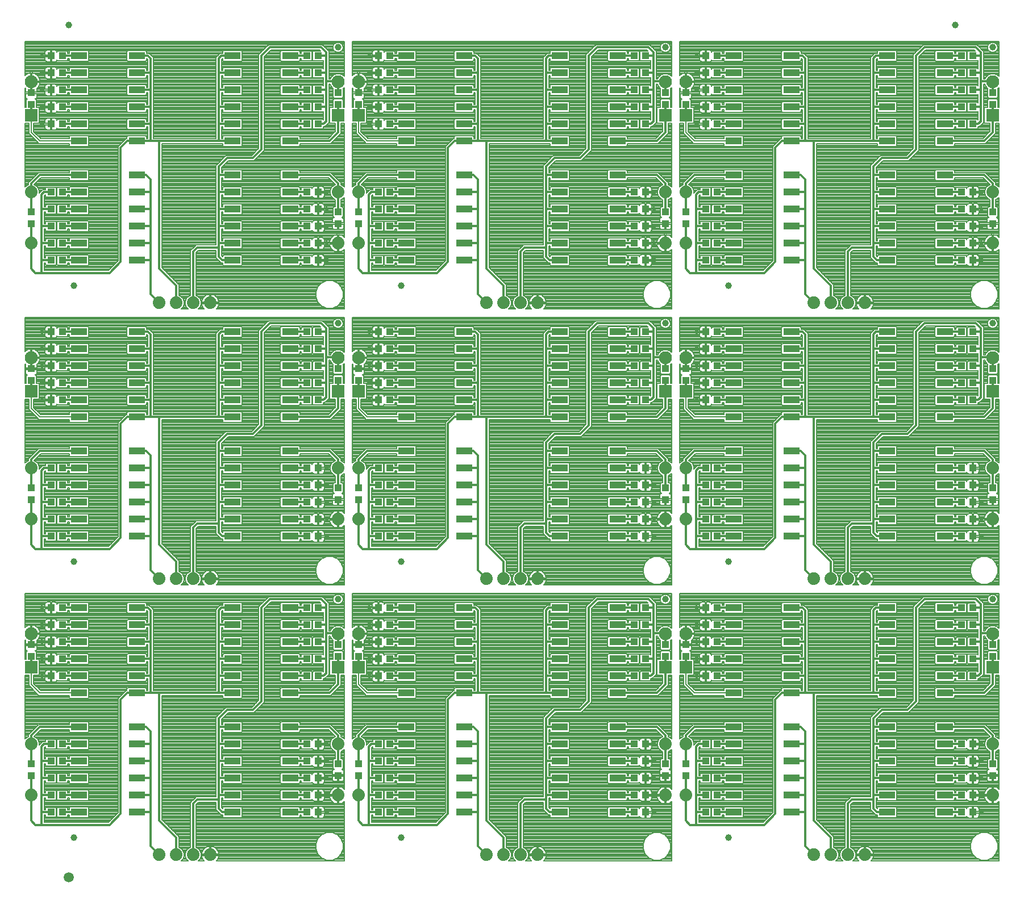
<source format=gtl>
G75*
%MOIN*%
%OFA0B0*%
%FSLAX25Y25*%
%IPPOS*%
%LPD*%
%AMOC8*
5,1,8,0,0,1.08239X$1,22.5*
%
%ADD10R,0.04331X0.03937*%
%ADD11R,0.09606X0.04449*%
%ADD12C,0.07400*%
%ADD13C,0.07600*%
%ADD14R,0.07600X0.07600*%
%ADD15R,0.03937X0.04331*%
%ADD16C,0.03937*%
%ADD17C,0.05906*%
%ADD18C,0.01200*%
%ADD19C,0.00800*%
%ADD20C,0.02700*%
D10*
X0045404Y0058750D03*
X0052096Y0058750D03*
X0052096Y0068750D03*
X0045404Y0068750D03*
X0045404Y0078750D03*
X0052096Y0078750D03*
X0052096Y0088750D03*
X0045404Y0088750D03*
X0045404Y0098750D03*
X0052096Y0098750D03*
X0052096Y0138750D03*
X0045404Y0138750D03*
X0045404Y0148750D03*
X0052096Y0148750D03*
X0052096Y0158750D03*
X0045404Y0158750D03*
X0045404Y0168750D03*
X0052096Y0168750D03*
X0052096Y0178750D03*
X0045404Y0178750D03*
X0045404Y0220750D03*
X0052096Y0220750D03*
X0052096Y0230750D03*
X0045404Y0230750D03*
X0045404Y0240750D03*
X0052096Y0240750D03*
X0052096Y0250750D03*
X0045404Y0250750D03*
X0045404Y0260750D03*
X0052096Y0260750D03*
X0052096Y0300750D03*
X0045404Y0300750D03*
X0045404Y0310750D03*
X0052096Y0310750D03*
X0052096Y0320750D03*
X0045404Y0320750D03*
X0045404Y0330750D03*
X0052096Y0330750D03*
X0052096Y0340750D03*
X0045404Y0340750D03*
X0045404Y0382750D03*
X0052096Y0382750D03*
X0052096Y0392750D03*
X0045404Y0392750D03*
X0045404Y0402750D03*
X0052096Y0402750D03*
X0052096Y0412750D03*
X0045404Y0412750D03*
X0045404Y0422750D03*
X0052096Y0422750D03*
X0052096Y0462750D03*
X0045404Y0462750D03*
X0045404Y0472750D03*
X0052096Y0472750D03*
X0052096Y0482750D03*
X0045404Y0482750D03*
X0045404Y0492750D03*
X0052096Y0492750D03*
X0052096Y0502750D03*
X0045404Y0502750D03*
X0195404Y0502750D03*
X0202096Y0502750D03*
X0202096Y0492750D03*
X0195404Y0492750D03*
X0195404Y0482750D03*
X0202096Y0482750D03*
X0202096Y0472750D03*
X0195404Y0472750D03*
X0195404Y0462750D03*
X0202096Y0462750D03*
X0237404Y0462750D03*
X0244096Y0462750D03*
X0244096Y0472750D03*
X0237404Y0472750D03*
X0237404Y0482750D03*
X0244096Y0482750D03*
X0244096Y0492750D03*
X0237404Y0492750D03*
X0237404Y0502750D03*
X0244096Y0502750D03*
X0244096Y0422750D03*
X0237404Y0422750D03*
X0237404Y0412750D03*
X0244096Y0412750D03*
X0244096Y0402750D03*
X0237404Y0402750D03*
X0237404Y0392750D03*
X0244096Y0392750D03*
X0244096Y0382750D03*
X0237404Y0382750D03*
X0202096Y0382750D03*
X0195404Y0382750D03*
X0195404Y0392750D03*
X0202096Y0392750D03*
X0202096Y0402750D03*
X0195404Y0402750D03*
X0195404Y0412750D03*
X0202096Y0412750D03*
X0202096Y0422750D03*
X0195404Y0422750D03*
X0195404Y0340750D03*
X0202096Y0340750D03*
X0202096Y0330750D03*
X0195404Y0330750D03*
X0195404Y0320750D03*
X0202096Y0320750D03*
X0202096Y0310750D03*
X0195404Y0310750D03*
X0195404Y0300750D03*
X0202096Y0300750D03*
X0237404Y0300750D03*
X0244096Y0300750D03*
X0244096Y0310750D03*
X0237404Y0310750D03*
X0237404Y0320750D03*
X0244096Y0320750D03*
X0244096Y0330750D03*
X0237404Y0330750D03*
X0237404Y0340750D03*
X0244096Y0340750D03*
X0244096Y0260750D03*
X0237404Y0260750D03*
X0237404Y0250750D03*
X0244096Y0250750D03*
X0244096Y0240750D03*
X0237404Y0240750D03*
X0237404Y0230750D03*
X0244096Y0230750D03*
X0244096Y0220750D03*
X0237404Y0220750D03*
X0202096Y0220750D03*
X0195404Y0220750D03*
X0195404Y0230750D03*
X0202096Y0230750D03*
X0202096Y0240750D03*
X0195404Y0240750D03*
X0195404Y0250750D03*
X0202096Y0250750D03*
X0202096Y0260750D03*
X0195404Y0260750D03*
X0195404Y0178750D03*
X0202096Y0178750D03*
X0202096Y0168750D03*
X0195404Y0168750D03*
X0195404Y0158750D03*
X0202096Y0158750D03*
X0202096Y0148750D03*
X0195404Y0148750D03*
X0195404Y0138750D03*
X0202096Y0138750D03*
X0237404Y0138750D03*
X0244096Y0138750D03*
X0244096Y0148750D03*
X0237404Y0148750D03*
X0237404Y0158750D03*
X0244096Y0158750D03*
X0244096Y0168750D03*
X0237404Y0168750D03*
X0237404Y0178750D03*
X0244096Y0178750D03*
X0244096Y0098750D03*
X0237404Y0098750D03*
X0237404Y0088750D03*
X0244096Y0088750D03*
X0244096Y0078750D03*
X0237404Y0078750D03*
X0237404Y0068750D03*
X0244096Y0068750D03*
X0244096Y0058750D03*
X0237404Y0058750D03*
X0202096Y0058750D03*
X0195404Y0058750D03*
X0195404Y0068750D03*
X0202096Y0068750D03*
X0202096Y0078750D03*
X0195404Y0078750D03*
X0195404Y0088750D03*
X0202096Y0088750D03*
X0202096Y0098750D03*
X0195404Y0098750D03*
X0387404Y0098750D03*
X0394096Y0098750D03*
X0394096Y0088750D03*
X0387404Y0088750D03*
X0387404Y0078750D03*
X0394096Y0078750D03*
X0394096Y0068750D03*
X0387404Y0068750D03*
X0387404Y0058750D03*
X0394096Y0058750D03*
X0429404Y0058750D03*
X0436096Y0058750D03*
X0436096Y0068750D03*
X0429404Y0068750D03*
X0429404Y0078750D03*
X0436096Y0078750D03*
X0436096Y0088750D03*
X0429404Y0088750D03*
X0429404Y0098750D03*
X0436096Y0098750D03*
X0436096Y0138750D03*
X0429404Y0138750D03*
X0429404Y0148750D03*
X0436096Y0148750D03*
X0436096Y0158750D03*
X0429404Y0158750D03*
X0429404Y0168750D03*
X0436096Y0168750D03*
X0436096Y0178750D03*
X0429404Y0178750D03*
X0394096Y0178750D03*
X0387404Y0178750D03*
X0387404Y0168750D03*
X0394096Y0168750D03*
X0394096Y0158750D03*
X0387404Y0158750D03*
X0387404Y0148750D03*
X0394096Y0148750D03*
X0394096Y0138750D03*
X0387404Y0138750D03*
X0387404Y0220750D03*
X0394096Y0220750D03*
X0394096Y0230750D03*
X0387404Y0230750D03*
X0387404Y0240750D03*
X0394096Y0240750D03*
X0394096Y0250750D03*
X0387404Y0250750D03*
X0387404Y0260750D03*
X0394096Y0260750D03*
X0429404Y0260750D03*
X0436096Y0260750D03*
X0436096Y0250750D03*
X0429404Y0250750D03*
X0429404Y0240750D03*
X0436096Y0240750D03*
X0436096Y0230750D03*
X0429404Y0230750D03*
X0429404Y0220750D03*
X0436096Y0220750D03*
X0436096Y0300750D03*
X0429404Y0300750D03*
X0429404Y0310750D03*
X0436096Y0310750D03*
X0436096Y0320750D03*
X0429404Y0320750D03*
X0429404Y0330750D03*
X0436096Y0330750D03*
X0436096Y0340750D03*
X0429404Y0340750D03*
X0394096Y0340750D03*
X0387404Y0340750D03*
X0387404Y0330750D03*
X0394096Y0330750D03*
X0394096Y0320750D03*
X0387404Y0320750D03*
X0387404Y0310750D03*
X0394096Y0310750D03*
X0394096Y0300750D03*
X0387404Y0300750D03*
X0387404Y0382750D03*
X0394096Y0382750D03*
X0394096Y0392750D03*
X0387404Y0392750D03*
X0387404Y0402750D03*
X0394096Y0402750D03*
X0394096Y0412750D03*
X0387404Y0412750D03*
X0387404Y0422750D03*
X0394096Y0422750D03*
X0429404Y0422750D03*
X0436096Y0422750D03*
X0436096Y0412750D03*
X0429404Y0412750D03*
X0429404Y0402750D03*
X0436096Y0402750D03*
X0436096Y0392750D03*
X0429404Y0392750D03*
X0429404Y0382750D03*
X0436096Y0382750D03*
X0436096Y0462750D03*
X0429404Y0462750D03*
X0429404Y0472750D03*
X0436096Y0472750D03*
X0436096Y0482750D03*
X0429404Y0482750D03*
X0429404Y0492750D03*
X0436096Y0492750D03*
X0436096Y0502750D03*
X0429404Y0502750D03*
X0394096Y0502750D03*
X0387404Y0502750D03*
X0387404Y0492750D03*
X0394096Y0492750D03*
X0394096Y0482750D03*
X0387404Y0482750D03*
X0387404Y0472750D03*
X0394096Y0472750D03*
X0394096Y0462750D03*
X0387404Y0462750D03*
X0579404Y0462750D03*
X0586096Y0462750D03*
X0586096Y0472750D03*
X0579404Y0472750D03*
X0579404Y0482750D03*
X0586096Y0482750D03*
X0586096Y0492750D03*
X0579404Y0492750D03*
X0579404Y0502750D03*
X0586096Y0502750D03*
X0586096Y0422750D03*
X0579404Y0422750D03*
X0579404Y0412750D03*
X0586096Y0412750D03*
X0586096Y0402750D03*
X0579404Y0402750D03*
X0579404Y0392750D03*
X0586096Y0392750D03*
X0586096Y0382750D03*
X0579404Y0382750D03*
X0579404Y0340750D03*
X0586096Y0340750D03*
X0586096Y0330750D03*
X0579404Y0330750D03*
X0579404Y0320750D03*
X0586096Y0320750D03*
X0586096Y0310750D03*
X0579404Y0310750D03*
X0579404Y0300750D03*
X0586096Y0300750D03*
X0586096Y0260750D03*
X0579404Y0260750D03*
X0579404Y0250750D03*
X0586096Y0250750D03*
X0586096Y0240750D03*
X0579404Y0240750D03*
X0579404Y0230750D03*
X0586096Y0230750D03*
X0586096Y0220750D03*
X0579404Y0220750D03*
X0579404Y0178750D03*
X0586096Y0178750D03*
X0586096Y0168750D03*
X0579404Y0168750D03*
X0579404Y0158750D03*
X0586096Y0158750D03*
X0586096Y0148750D03*
X0579404Y0148750D03*
X0579404Y0138750D03*
X0586096Y0138750D03*
X0586096Y0098750D03*
X0579404Y0098750D03*
X0579404Y0088750D03*
X0586096Y0088750D03*
X0586096Y0078750D03*
X0579404Y0078750D03*
X0579404Y0068750D03*
X0586096Y0068750D03*
X0586096Y0058750D03*
X0579404Y0058750D03*
D11*
X0569679Y0058750D03*
X0569679Y0068750D03*
X0569679Y0078750D03*
X0569679Y0088750D03*
X0569679Y0098750D03*
X0569679Y0108750D03*
X0569679Y0128750D03*
X0569679Y0138750D03*
X0569679Y0148750D03*
X0569679Y0158750D03*
X0569679Y0168750D03*
X0569679Y0178750D03*
X0535821Y0178750D03*
X0535821Y0168750D03*
X0535821Y0158750D03*
X0535821Y0148750D03*
X0535821Y0138750D03*
X0535821Y0128750D03*
X0535821Y0108750D03*
X0535821Y0098750D03*
X0535821Y0088750D03*
X0535821Y0078750D03*
X0535821Y0068750D03*
X0535821Y0058750D03*
X0479679Y0058750D03*
X0479679Y0068750D03*
X0479679Y0078750D03*
X0479679Y0088750D03*
X0479679Y0098750D03*
X0479679Y0108750D03*
X0479679Y0128750D03*
X0479679Y0138750D03*
X0479679Y0148750D03*
X0479679Y0158750D03*
X0479679Y0168750D03*
X0479679Y0178750D03*
X0445821Y0178750D03*
X0445821Y0168750D03*
X0445821Y0158750D03*
X0445821Y0148750D03*
X0445821Y0138750D03*
X0445821Y0128750D03*
X0445821Y0108750D03*
X0445821Y0098750D03*
X0445821Y0088750D03*
X0445821Y0078750D03*
X0445821Y0068750D03*
X0445821Y0058750D03*
X0377679Y0058750D03*
X0377679Y0068750D03*
X0377679Y0078750D03*
X0377679Y0088750D03*
X0377679Y0098750D03*
X0377679Y0108750D03*
X0377679Y0128750D03*
X0377679Y0138750D03*
X0377679Y0148750D03*
X0377679Y0158750D03*
X0377679Y0168750D03*
X0377679Y0178750D03*
X0343821Y0178750D03*
X0343821Y0168750D03*
X0343821Y0158750D03*
X0343821Y0148750D03*
X0343821Y0138750D03*
X0343821Y0128750D03*
X0343821Y0108750D03*
X0343821Y0098750D03*
X0343821Y0088750D03*
X0343821Y0078750D03*
X0343821Y0068750D03*
X0343821Y0058750D03*
X0287679Y0058750D03*
X0287679Y0068750D03*
X0287679Y0078750D03*
X0287679Y0088750D03*
X0287679Y0098750D03*
X0287679Y0108750D03*
X0287679Y0128750D03*
X0287679Y0138750D03*
X0287679Y0148750D03*
X0287679Y0158750D03*
X0287679Y0168750D03*
X0287679Y0178750D03*
X0253821Y0178750D03*
X0253821Y0168750D03*
X0253821Y0158750D03*
X0253821Y0148750D03*
X0253821Y0138750D03*
X0253821Y0128750D03*
X0253821Y0108750D03*
X0253821Y0098750D03*
X0253821Y0088750D03*
X0253821Y0078750D03*
X0253821Y0068750D03*
X0253821Y0058750D03*
X0185679Y0058750D03*
X0185679Y0068750D03*
X0185679Y0078750D03*
X0185679Y0088750D03*
X0185679Y0098750D03*
X0185679Y0108750D03*
X0185679Y0128750D03*
X0185679Y0138750D03*
X0185679Y0148750D03*
X0185679Y0158750D03*
X0185679Y0168750D03*
X0185679Y0178750D03*
X0151821Y0178750D03*
X0151821Y0168750D03*
X0151821Y0158750D03*
X0151821Y0148750D03*
X0151821Y0138750D03*
X0151821Y0128750D03*
X0151821Y0108750D03*
X0151821Y0098750D03*
X0151821Y0088750D03*
X0151821Y0078750D03*
X0151821Y0068750D03*
X0151821Y0058750D03*
X0095679Y0058750D03*
X0095679Y0068750D03*
X0095679Y0078750D03*
X0095679Y0088750D03*
X0095679Y0098750D03*
X0095679Y0108750D03*
X0095679Y0128750D03*
X0095679Y0138750D03*
X0095679Y0148750D03*
X0095679Y0158750D03*
X0095679Y0168750D03*
X0095679Y0178750D03*
X0061821Y0178750D03*
X0061821Y0168750D03*
X0061821Y0158750D03*
X0061821Y0148750D03*
X0061821Y0138750D03*
X0061821Y0128750D03*
X0061821Y0108750D03*
X0061821Y0098750D03*
X0061821Y0088750D03*
X0061821Y0078750D03*
X0061821Y0068750D03*
X0061821Y0058750D03*
X0061821Y0220750D03*
X0061821Y0230750D03*
X0061821Y0240750D03*
X0061821Y0250750D03*
X0061821Y0260750D03*
X0061821Y0270750D03*
X0061821Y0290750D03*
X0061821Y0300750D03*
X0061821Y0310750D03*
X0061821Y0320750D03*
X0061821Y0330750D03*
X0061821Y0340750D03*
X0095679Y0340750D03*
X0095679Y0330750D03*
X0095679Y0320750D03*
X0095679Y0310750D03*
X0095679Y0300750D03*
X0095679Y0290750D03*
X0095679Y0270750D03*
X0095679Y0260750D03*
X0095679Y0250750D03*
X0095679Y0240750D03*
X0095679Y0230750D03*
X0095679Y0220750D03*
X0151821Y0220750D03*
X0151821Y0230750D03*
X0151821Y0240750D03*
X0151821Y0250750D03*
X0151821Y0260750D03*
X0151821Y0270750D03*
X0151821Y0290750D03*
X0151821Y0300750D03*
X0151821Y0310750D03*
X0151821Y0320750D03*
X0151821Y0330750D03*
X0151821Y0340750D03*
X0185679Y0340750D03*
X0185679Y0330750D03*
X0185679Y0320750D03*
X0185679Y0310750D03*
X0185679Y0300750D03*
X0185679Y0290750D03*
X0185679Y0270750D03*
X0185679Y0260750D03*
X0185679Y0250750D03*
X0185679Y0240750D03*
X0185679Y0230750D03*
X0185679Y0220750D03*
X0253821Y0220750D03*
X0253821Y0230750D03*
X0253821Y0240750D03*
X0253821Y0250750D03*
X0253821Y0260750D03*
X0253821Y0270750D03*
X0253821Y0290750D03*
X0253821Y0300750D03*
X0253821Y0310750D03*
X0253821Y0320750D03*
X0253821Y0330750D03*
X0253821Y0340750D03*
X0287679Y0340750D03*
X0287679Y0330750D03*
X0287679Y0320750D03*
X0287679Y0310750D03*
X0287679Y0300750D03*
X0287679Y0290750D03*
X0287679Y0270750D03*
X0287679Y0260750D03*
X0287679Y0250750D03*
X0287679Y0240750D03*
X0287679Y0230750D03*
X0287679Y0220750D03*
X0343821Y0220750D03*
X0343821Y0230750D03*
X0343821Y0240750D03*
X0343821Y0250750D03*
X0343821Y0260750D03*
X0343821Y0270750D03*
X0343821Y0290750D03*
X0343821Y0300750D03*
X0343821Y0310750D03*
X0343821Y0320750D03*
X0343821Y0330750D03*
X0343821Y0340750D03*
X0377679Y0340750D03*
X0377679Y0330750D03*
X0377679Y0320750D03*
X0377679Y0310750D03*
X0377679Y0300750D03*
X0377679Y0290750D03*
X0377679Y0270750D03*
X0377679Y0260750D03*
X0377679Y0250750D03*
X0377679Y0240750D03*
X0377679Y0230750D03*
X0377679Y0220750D03*
X0445821Y0220750D03*
X0445821Y0230750D03*
X0445821Y0240750D03*
X0445821Y0250750D03*
X0445821Y0260750D03*
X0445821Y0270750D03*
X0445821Y0290750D03*
X0445821Y0300750D03*
X0445821Y0310750D03*
X0445821Y0320750D03*
X0445821Y0330750D03*
X0445821Y0340750D03*
X0479679Y0340750D03*
X0479679Y0330750D03*
X0479679Y0320750D03*
X0479679Y0310750D03*
X0479679Y0300750D03*
X0479679Y0290750D03*
X0479679Y0270750D03*
X0479679Y0260750D03*
X0479679Y0250750D03*
X0479679Y0240750D03*
X0479679Y0230750D03*
X0479679Y0220750D03*
X0535821Y0220750D03*
X0535821Y0230750D03*
X0535821Y0240750D03*
X0535821Y0250750D03*
X0535821Y0260750D03*
X0535821Y0270750D03*
X0535821Y0290750D03*
X0535821Y0300750D03*
X0535821Y0310750D03*
X0535821Y0320750D03*
X0535821Y0330750D03*
X0535821Y0340750D03*
X0569679Y0340750D03*
X0569679Y0330750D03*
X0569679Y0320750D03*
X0569679Y0310750D03*
X0569679Y0300750D03*
X0569679Y0290750D03*
X0569679Y0270750D03*
X0569679Y0260750D03*
X0569679Y0250750D03*
X0569679Y0240750D03*
X0569679Y0230750D03*
X0569679Y0220750D03*
X0569679Y0382750D03*
X0569679Y0392750D03*
X0569679Y0402750D03*
X0569679Y0412750D03*
X0569679Y0422750D03*
X0569679Y0432750D03*
X0569679Y0452750D03*
X0569679Y0462750D03*
X0569679Y0472750D03*
X0569679Y0482750D03*
X0569679Y0492750D03*
X0569679Y0502750D03*
X0535821Y0502750D03*
X0535821Y0492750D03*
X0535821Y0482750D03*
X0535821Y0472750D03*
X0535821Y0462750D03*
X0535821Y0452750D03*
X0535821Y0432750D03*
X0535821Y0422750D03*
X0535821Y0412750D03*
X0535821Y0402750D03*
X0535821Y0392750D03*
X0535821Y0382750D03*
X0479679Y0382750D03*
X0479679Y0392750D03*
X0479679Y0402750D03*
X0479679Y0412750D03*
X0479679Y0422750D03*
X0479679Y0432750D03*
X0479679Y0452750D03*
X0479679Y0462750D03*
X0479679Y0472750D03*
X0479679Y0482750D03*
X0479679Y0492750D03*
X0479679Y0502750D03*
X0445821Y0502750D03*
X0445821Y0492750D03*
X0445821Y0482750D03*
X0445821Y0472750D03*
X0445821Y0462750D03*
X0445821Y0452750D03*
X0445821Y0432750D03*
X0445821Y0422750D03*
X0445821Y0412750D03*
X0445821Y0402750D03*
X0445821Y0392750D03*
X0445821Y0382750D03*
X0377679Y0382750D03*
X0377679Y0392750D03*
X0377679Y0402750D03*
X0377679Y0412750D03*
X0377679Y0422750D03*
X0377679Y0432750D03*
X0377679Y0452750D03*
X0377679Y0462750D03*
X0377679Y0472750D03*
X0377679Y0482750D03*
X0377679Y0492750D03*
X0377679Y0502750D03*
X0343821Y0502750D03*
X0343821Y0492750D03*
X0343821Y0482750D03*
X0343821Y0472750D03*
X0343821Y0462750D03*
X0343821Y0452750D03*
X0343821Y0432750D03*
X0343821Y0422750D03*
X0343821Y0412750D03*
X0343821Y0402750D03*
X0343821Y0392750D03*
X0343821Y0382750D03*
X0287679Y0382750D03*
X0287679Y0392750D03*
X0287679Y0402750D03*
X0287679Y0412750D03*
X0287679Y0422750D03*
X0287679Y0432750D03*
X0287679Y0452750D03*
X0287679Y0462750D03*
X0287679Y0472750D03*
X0287679Y0482750D03*
X0287679Y0492750D03*
X0287679Y0502750D03*
X0253821Y0502750D03*
X0253821Y0492750D03*
X0253821Y0482750D03*
X0253821Y0472750D03*
X0253821Y0462750D03*
X0253821Y0452750D03*
X0253821Y0432750D03*
X0253821Y0422750D03*
X0253821Y0412750D03*
X0253821Y0402750D03*
X0253821Y0392750D03*
X0253821Y0382750D03*
X0185679Y0382750D03*
X0185679Y0392750D03*
X0185679Y0402750D03*
X0185679Y0412750D03*
X0185679Y0422750D03*
X0185679Y0432750D03*
X0185679Y0452750D03*
X0185679Y0462750D03*
X0185679Y0472750D03*
X0185679Y0482750D03*
X0185679Y0492750D03*
X0185679Y0502750D03*
X0151821Y0502750D03*
X0151821Y0492750D03*
X0151821Y0482750D03*
X0151821Y0472750D03*
X0151821Y0462750D03*
X0151821Y0452750D03*
X0151821Y0432750D03*
X0151821Y0422750D03*
X0151821Y0412750D03*
X0151821Y0402750D03*
X0151821Y0392750D03*
X0151821Y0382750D03*
X0095679Y0382750D03*
X0095679Y0392750D03*
X0095679Y0402750D03*
X0095679Y0412750D03*
X0095679Y0422750D03*
X0095679Y0432750D03*
X0095679Y0452750D03*
X0095679Y0462750D03*
X0095679Y0472750D03*
X0095679Y0482750D03*
X0095679Y0492750D03*
X0095679Y0502750D03*
X0061821Y0502750D03*
X0061821Y0492750D03*
X0061821Y0482750D03*
X0061821Y0472750D03*
X0061821Y0462750D03*
X0061821Y0452750D03*
X0061821Y0432750D03*
X0061821Y0422750D03*
X0061821Y0412750D03*
X0061821Y0402750D03*
X0061821Y0392750D03*
X0061821Y0382750D03*
D12*
X0033750Y0392750D03*
X0033750Y0422750D03*
X0108750Y0357750D03*
X0118750Y0357750D03*
X0128750Y0357750D03*
X0138750Y0357750D03*
X0213750Y0392750D03*
X0225750Y0392750D03*
X0225750Y0422750D03*
X0213750Y0422750D03*
X0300750Y0357750D03*
X0310750Y0357750D03*
X0320750Y0357750D03*
X0330750Y0357750D03*
X0405750Y0392750D03*
X0417750Y0392750D03*
X0417750Y0422750D03*
X0405750Y0422750D03*
X0492750Y0357750D03*
X0502750Y0357750D03*
X0512750Y0357750D03*
X0522750Y0357750D03*
X0597750Y0392750D03*
X0597750Y0422750D03*
X0597750Y0260750D03*
X0597750Y0230750D03*
X0522750Y0195750D03*
X0512750Y0195750D03*
X0502750Y0195750D03*
X0492750Y0195750D03*
X0417750Y0230750D03*
X0405750Y0230750D03*
X0405750Y0260750D03*
X0417750Y0260750D03*
X0330750Y0195750D03*
X0320750Y0195750D03*
X0310750Y0195750D03*
X0300750Y0195750D03*
X0225750Y0230750D03*
X0213750Y0230750D03*
X0213750Y0260750D03*
X0225750Y0260750D03*
X0138750Y0195750D03*
X0128750Y0195750D03*
X0118750Y0195750D03*
X0108750Y0195750D03*
X0033750Y0230750D03*
X0033750Y0260750D03*
X0033750Y0098750D03*
X0033750Y0068750D03*
X0108750Y0033750D03*
X0118750Y0033750D03*
X0128750Y0033750D03*
X0138750Y0033750D03*
X0213750Y0068750D03*
X0225750Y0068750D03*
X0225750Y0098750D03*
X0213750Y0098750D03*
X0300750Y0033750D03*
X0310750Y0033750D03*
X0320750Y0033750D03*
X0330750Y0033750D03*
X0405750Y0068750D03*
X0417750Y0068750D03*
X0417750Y0098750D03*
X0405750Y0098750D03*
X0492750Y0033750D03*
X0502750Y0033750D03*
X0512750Y0033750D03*
X0522750Y0033750D03*
X0597750Y0068750D03*
X0597750Y0098750D03*
D13*
X0597750Y0163593D03*
X0417750Y0163593D03*
X0405750Y0163593D03*
X0225750Y0163593D03*
X0213750Y0163593D03*
X0033750Y0163593D03*
X0033750Y0325593D03*
X0213750Y0325593D03*
X0225750Y0325593D03*
X0405750Y0325593D03*
X0417750Y0325593D03*
X0597750Y0325593D03*
X0597750Y0487593D03*
X0417750Y0487593D03*
X0405750Y0487593D03*
X0225750Y0487593D03*
X0213750Y0487593D03*
X0033750Y0487593D03*
D14*
X0033750Y0467907D03*
X0213750Y0467907D03*
X0225750Y0467907D03*
X0405750Y0467907D03*
X0417750Y0467907D03*
X0597750Y0467907D03*
X0597750Y0305907D03*
X0417750Y0305907D03*
X0405750Y0305907D03*
X0225750Y0305907D03*
X0213750Y0305907D03*
X0033750Y0305907D03*
X0033750Y0143907D03*
X0213750Y0143907D03*
X0225750Y0143907D03*
X0405750Y0143907D03*
X0417750Y0143907D03*
X0597750Y0143907D03*
D15*
X0597750Y0150404D03*
X0597750Y0157096D03*
X0597750Y0087096D03*
X0597750Y0080404D03*
X0417750Y0080404D03*
X0417750Y0087096D03*
X0405750Y0087096D03*
X0405750Y0080404D03*
X0405750Y0150404D03*
X0405750Y0157096D03*
X0417750Y0157096D03*
X0417750Y0150404D03*
X0417750Y0242404D03*
X0417750Y0249096D03*
X0405750Y0249096D03*
X0405750Y0242404D03*
X0405750Y0312404D03*
X0405750Y0319096D03*
X0417750Y0319096D03*
X0417750Y0312404D03*
X0417750Y0404404D03*
X0417750Y0411096D03*
X0405750Y0411096D03*
X0405750Y0404404D03*
X0405750Y0474404D03*
X0405750Y0481096D03*
X0417750Y0481096D03*
X0417750Y0474404D03*
X0597750Y0474404D03*
X0597750Y0481096D03*
X0597750Y0411096D03*
X0597750Y0404404D03*
X0597750Y0319096D03*
X0597750Y0312404D03*
X0597750Y0249096D03*
X0597750Y0242404D03*
X0225750Y0242404D03*
X0225750Y0249096D03*
X0213750Y0249096D03*
X0213750Y0242404D03*
X0213750Y0312404D03*
X0213750Y0319096D03*
X0225750Y0319096D03*
X0225750Y0312404D03*
X0225750Y0404404D03*
X0225750Y0411096D03*
X0213750Y0411096D03*
X0213750Y0404404D03*
X0213750Y0474404D03*
X0213750Y0481096D03*
X0225750Y0481096D03*
X0225750Y0474404D03*
X0033750Y0474404D03*
X0033750Y0481096D03*
X0033750Y0411096D03*
X0033750Y0404404D03*
X0033750Y0319096D03*
X0033750Y0312404D03*
X0033750Y0249096D03*
X0033750Y0242404D03*
X0033750Y0157096D03*
X0033750Y0150404D03*
X0033750Y0087096D03*
X0033750Y0080404D03*
X0213750Y0080404D03*
X0213750Y0087096D03*
X0225750Y0087096D03*
X0225750Y0080404D03*
X0225750Y0150404D03*
X0213750Y0150404D03*
X0213750Y0157096D03*
X0225750Y0157096D03*
D16*
X0213750Y0183750D03*
X0250750Y0205750D03*
X0405750Y0183750D03*
X0442750Y0205750D03*
X0597750Y0183750D03*
X0442750Y0043750D03*
X0250750Y0043750D03*
X0058750Y0043750D03*
X0058750Y0205750D03*
X0213750Y0345750D03*
X0250750Y0367750D03*
X0405750Y0345750D03*
X0442750Y0367750D03*
X0597750Y0345750D03*
X0597750Y0507750D03*
X0575750Y0521000D03*
X0405750Y0507750D03*
X0213750Y0507750D03*
X0055750Y0521000D03*
X0058750Y0367750D03*
D17*
X0055750Y0020500D03*
D18*
X0039750Y0051250D02*
X0079750Y0051250D01*
X0086250Y0057750D01*
X0086250Y0124750D01*
X0090250Y0128750D01*
X0095679Y0128750D01*
X0103750Y0128750D01*
X0108750Y0128750D01*
X0143750Y0128750D01*
X0151821Y0128750D01*
X0143750Y0128750D02*
X0143750Y0138750D01*
X0151821Y0138750D01*
X0143750Y0138750D02*
X0143750Y0148750D01*
X0151821Y0148750D01*
X0143750Y0148750D02*
X0143750Y0158750D01*
X0151821Y0158750D01*
X0143750Y0158750D02*
X0143750Y0168750D01*
X0151821Y0168750D01*
X0143750Y0168750D02*
X0143750Y0177250D01*
X0145250Y0178750D01*
X0151821Y0178750D01*
X0168750Y0178750D02*
X0173750Y0183750D01*
X0203750Y0183750D01*
X0206750Y0180750D01*
X0206750Y0178750D01*
X0202096Y0178750D01*
X0206750Y0178750D02*
X0206750Y0168750D01*
X0202096Y0168750D01*
X0206750Y0168750D02*
X0206750Y0163750D01*
X0213593Y0163750D01*
X0213750Y0163593D01*
X0213750Y0157096D01*
X0206750Y0158750D02*
X0206750Y0163750D01*
X0206750Y0158750D02*
X0202096Y0158750D01*
X0206750Y0158750D02*
X0206750Y0148750D01*
X0202096Y0148750D01*
X0206750Y0148750D02*
X0206750Y0140250D01*
X0205250Y0138750D01*
X0202096Y0138750D01*
X0195404Y0138750D02*
X0185679Y0138750D01*
X0185679Y0128750D02*
X0208750Y0128750D01*
X0213750Y0133750D01*
X0213750Y0143907D01*
X0213750Y0150404D01*
X0225750Y0150404D02*
X0225750Y0143907D01*
X0244096Y0148750D02*
X0253821Y0148750D01*
X0253821Y0138750D02*
X0244096Y0138750D01*
X0244096Y0158750D02*
X0253821Y0158750D01*
X0253821Y0168750D02*
X0244096Y0168750D01*
X0244096Y0178750D02*
X0253821Y0178750D01*
X0287679Y0178750D02*
X0294250Y0178750D01*
X0295750Y0177250D01*
X0295750Y0168750D01*
X0295750Y0158750D01*
X0287679Y0158750D01*
X0295750Y0158750D02*
X0295750Y0148750D01*
X0287679Y0148750D01*
X0295750Y0148750D02*
X0295750Y0138750D01*
X0287679Y0138750D01*
X0295750Y0138750D02*
X0295750Y0128750D01*
X0300750Y0128750D01*
X0335750Y0128750D01*
X0343821Y0128750D01*
X0335750Y0128750D02*
X0335750Y0138750D01*
X0343821Y0138750D01*
X0335750Y0138750D02*
X0335750Y0148750D01*
X0343821Y0148750D01*
X0335750Y0148750D02*
X0335750Y0158750D01*
X0343821Y0158750D01*
X0335750Y0158750D02*
X0335750Y0168750D01*
X0343821Y0168750D01*
X0335750Y0168750D02*
X0335750Y0177250D01*
X0337250Y0178750D01*
X0343821Y0178750D01*
X0360750Y0178750D02*
X0365750Y0183750D01*
X0395750Y0183750D01*
X0398750Y0180750D01*
X0398750Y0178750D01*
X0394096Y0178750D01*
X0398750Y0178750D02*
X0398750Y0168750D01*
X0394096Y0168750D01*
X0398750Y0168750D02*
X0398750Y0163750D01*
X0405593Y0163750D01*
X0405750Y0163593D01*
X0405750Y0157096D01*
X0398750Y0158750D02*
X0398750Y0163750D01*
X0398750Y0158750D02*
X0394096Y0158750D01*
X0398750Y0158750D02*
X0398750Y0148750D01*
X0394096Y0148750D01*
X0398750Y0148750D02*
X0398750Y0140250D01*
X0397250Y0138750D01*
X0394096Y0138750D01*
X0387404Y0138750D02*
X0377679Y0138750D01*
X0377679Y0128750D02*
X0400750Y0128750D01*
X0405750Y0133750D01*
X0405750Y0143907D01*
X0405750Y0150404D01*
X0417750Y0150404D02*
X0417750Y0143907D01*
X0436096Y0148750D02*
X0445821Y0148750D01*
X0445821Y0138750D02*
X0436096Y0138750D01*
X0436096Y0158750D02*
X0445821Y0158750D01*
X0445821Y0168750D02*
X0436096Y0168750D01*
X0436096Y0178750D02*
X0445821Y0178750D01*
X0479679Y0178750D02*
X0486250Y0178750D01*
X0487750Y0177250D01*
X0487750Y0168750D01*
X0487750Y0158750D01*
X0479679Y0158750D01*
X0487750Y0158750D02*
X0487750Y0148750D01*
X0479679Y0148750D01*
X0487750Y0148750D02*
X0487750Y0138750D01*
X0479679Y0138750D01*
X0479679Y0128750D02*
X0474250Y0128750D01*
X0470250Y0124750D01*
X0470250Y0057750D01*
X0463750Y0051250D01*
X0423750Y0051250D01*
X0420250Y0051250D01*
X0417750Y0053750D01*
X0417750Y0068750D01*
X0417750Y0080404D01*
X0423750Y0078750D02*
X0429404Y0078750D01*
X0423750Y0078750D02*
X0423750Y0068750D01*
X0429404Y0068750D01*
X0423750Y0068750D02*
X0423750Y0058750D01*
X0429404Y0058750D01*
X0423750Y0058750D02*
X0423750Y0051250D01*
X0436096Y0058750D02*
X0445821Y0058750D01*
X0445821Y0068750D02*
X0436096Y0068750D01*
X0436096Y0078750D02*
X0445821Y0078750D01*
X0445821Y0088750D02*
X0436096Y0088750D01*
X0429404Y0088750D02*
X0423750Y0088750D01*
X0423750Y0078750D01*
X0417750Y0087096D02*
X0417750Y0098750D01*
X0417750Y0103750D01*
X0422750Y0108750D01*
X0445821Y0108750D01*
X0445821Y0098750D02*
X0436096Y0098750D01*
X0429404Y0098750D02*
X0425250Y0098750D01*
X0423750Y0097250D01*
X0423750Y0088750D01*
X0405750Y0087096D02*
X0405750Y0098750D01*
X0405750Y0103750D01*
X0400750Y0108750D01*
X0377679Y0108750D01*
X0377679Y0098750D02*
X0387404Y0098750D01*
X0387404Y0088750D02*
X0377679Y0088750D01*
X0377679Y0078750D02*
X0387404Y0078750D01*
X0387404Y0068750D02*
X0377679Y0068750D01*
X0377679Y0058750D02*
X0387404Y0058750D01*
X0343821Y0058750D02*
X0337750Y0058750D01*
X0335750Y0060750D01*
X0335750Y0066250D01*
X0335750Y0068750D01*
X0343821Y0068750D01*
X0335750Y0068750D02*
X0335750Y0078750D01*
X0343821Y0078750D01*
X0335750Y0078750D02*
X0335750Y0088750D01*
X0343821Y0088750D01*
X0335750Y0088750D02*
X0335750Y0098750D01*
X0343821Y0098750D01*
X0335750Y0098750D02*
X0335750Y0108750D01*
X0343821Y0108750D01*
X0335750Y0108750D02*
X0335750Y0113750D01*
X0340750Y0118750D01*
X0355750Y0118750D01*
X0360750Y0123750D01*
X0360750Y0178750D01*
X0377679Y0178750D02*
X0387404Y0178750D01*
X0387404Y0168750D02*
X0377679Y0168750D01*
X0377679Y0158750D02*
X0387404Y0158750D01*
X0387404Y0148750D02*
X0377679Y0148750D01*
X0320750Y0195750D02*
X0320750Y0225750D01*
X0323250Y0228250D01*
X0335750Y0228250D01*
X0335750Y0230750D01*
X0343821Y0230750D01*
X0335750Y0230750D02*
X0335750Y0240750D01*
X0343821Y0240750D01*
X0335750Y0240750D02*
X0335750Y0250750D01*
X0343821Y0250750D01*
X0335750Y0250750D02*
X0335750Y0260750D01*
X0343821Y0260750D01*
X0335750Y0260750D02*
X0335750Y0270750D01*
X0343821Y0270750D01*
X0335750Y0270750D02*
X0335750Y0275750D01*
X0340750Y0280750D01*
X0355750Y0280750D01*
X0360750Y0285750D01*
X0360750Y0340750D01*
X0365750Y0345750D01*
X0395750Y0345750D01*
X0398750Y0342750D01*
X0398750Y0340750D01*
X0394096Y0340750D01*
X0398750Y0340750D02*
X0398750Y0330750D01*
X0394096Y0330750D01*
X0398750Y0330750D02*
X0398750Y0325750D01*
X0405593Y0325750D01*
X0405750Y0325593D01*
X0405750Y0319096D01*
X0405750Y0312404D02*
X0405750Y0305907D01*
X0405750Y0295750D01*
X0400750Y0290750D01*
X0377679Y0290750D01*
X0377679Y0300750D02*
X0387404Y0300750D01*
X0394096Y0300750D02*
X0397250Y0300750D01*
X0398750Y0302250D01*
X0398750Y0310750D01*
X0394096Y0310750D01*
X0398750Y0310750D02*
X0398750Y0320750D01*
X0394096Y0320750D01*
X0398750Y0320750D02*
X0398750Y0325750D01*
X0387404Y0320750D02*
X0377679Y0320750D01*
X0377679Y0330750D02*
X0387404Y0330750D01*
X0387404Y0340750D02*
X0377679Y0340750D01*
X0377679Y0310750D02*
X0387404Y0310750D01*
X0417750Y0312404D02*
X0417750Y0305907D01*
X0436096Y0310750D02*
X0445821Y0310750D01*
X0445821Y0300750D02*
X0436096Y0300750D01*
X0436096Y0320750D02*
X0445821Y0320750D01*
X0445821Y0330750D02*
X0436096Y0330750D01*
X0436096Y0340750D02*
X0445821Y0340750D01*
X0479679Y0340750D02*
X0486250Y0340750D01*
X0487750Y0339250D01*
X0487750Y0330750D01*
X0487750Y0320750D01*
X0479679Y0320750D01*
X0479679Y0330750D02*
X0487750Y0330750D01*
X0487750Y0320750D02*
X0487750Y0310750D01*
X0479679Y0310750D01*
X0487750Y0310750D02*
X0487750Y0300750D01*
X0479679Y0300750D01*
X0479679Y0290750D02*
X0474250Y0290750D01*
X0470250Y0286750D01*
X0470250Y0219750D01*
X0463750Y0213250D01*
X0423750Y0213250D01*
X0420250Y0213250D01*
X0417750Y0215750D01*
X0417750Y0230750D01*
X0417750Y0242404D01*
X0423750Y0240750D02*
X0429404Y0240750D01*
X0423750Y0240750D02*
X0423750Y0230750D01*
X0429404Y0230750D01*
X0423750Y0230750D02*
X0423750Y0220750D01*
X0429404Y0220750D01*
X0423750Y0220750D02*
X0423750Y0213250D01*
X0436096Y0220750D02*
X0445821Y0220750D01*
X0445821Y0230750D02*
X0436096Y0230750D01*
X0436096Y0240750D02*
X0445821Y0240750D01*
X0445821Y0250750D02*
X0436096Y0250750D01*
X0429404Y0250750D02*
X0423750Y0250750D01*
X0423750Y0240750D01*
X0417750Y0249096D02*
X0417750Y0260750D01*
X0417750Y0265750D01*
X0422750Y0270750D01*
X0445821Y0270750D01*
X0445821Y0260750D02*
X0436096Y0260750D01*
X0429404Y0260750D02*
X0425250Y0260750D01*
X0423750Y0259250D01*
X0423750Y0250750D01*
X0405750Y0249096D02*
X0405750Y0260750D01*
X0405750Y0265750D01*
X0400750Y0270750D01*
X0377679Y0270750D01*
X0377679Y0260750D02*
X0387404Y0260750D01*
X0387404Y0250750D02*
X0377679Y0250750D01*
X0377679Y0240750D02*
X0387404Y0240750D01*
X0387404Y0230750D02*
X0377679Y0230750D01*
X0377679Y0220750D02*
X0387404Y0220750D01*
X0343821Y0220750D02*
X0337750Y0220750D01*
X0335750Y0222750D01*
X0335750Y0228250D01*
X0310750Y0205750D02*
X0300750Y0215750D01*
X0300750Y0290750D01*
X0335750Y0290750D01*
X0343821Y0290750D01*
X0335750Y0290750D02*
X0335750Y0300750D01*
X0343821Y0300750D01*
X0335750Y0300750D02*
X0335750Y0310750D01*
X0343821Y0310750D01*
X0335750Y0310750D02*
X0335750Y0320750D01*
X0343821Y0320750D01*
X0335750Y0320750D02*
X0335750Y0330750D01*
X0343821Y0330750D01*
X0335750Y0330750D02*
X0335750Y0339250D01*
X0337250Y0340750D01*
X0343821Y0340750D01*
X0320750Y0357750D02*
X0320750Y0387750D01*
X0323250Y0390250D01*
X0335750Y0390250D01*
X0335750Y0392750D01*
X0343821Y0392750D01*
X0335750Y0392750D02*
X0335750Y0402750D01*
X0343821Y0402750D01*
X0335750Y0402750D02*
X0335750Y0412750D01*
X0343821Y0412750D01*
X0335750Y0412750D02*
X0335750Y0422750D01*
X0343821Y0422750D01*
X0335750Y0422750D02*
X0335750Y0432750D01*
X0343821Y0432750D01*
X0335750Y0432750D02*
X0335750Y0437750D01*
X0340750Y0442750D01*
X0355750Y0442750D01*
X0360750Y0447750D01*
X0360750Y0502750D01*
X0365750Y0507750D01*
X0395750Y0507750D01*
X0398750Y0504750D01*
X0398750Y0502750D01*
X0394096Y0502750D01*
X0398750Y0502750D02*
X0398750Y0492750D01*
X0394096Y0492750D01*
X0398750Y0492750D02*
X0398750Y0487750D01*
X0405593Y0487750D01*
X0405750Y0487593D01*
X0405750Y0481096D01*
X0405750Y0474404D02*
X0405750Y0467907D01*
X0405750Y0457750D01*
X0400750Y0452750D01*
X0377679Y0452750D01*
X0377679Y0462750D02*
X0387404Y0462750D01*
X0394096Y0462750D02*
X0397250Y0462750D01*
X0398750Y0464250D01*
X0398750Y0472750D01*
X0394096Y0472750D01*
X0398750Y0472750D02*
X0398750Y0482750D01*
X0394096Y0482750D01*
X0398750Y0482750D02*
X0398750Y0487750D01*
X0387404Y0482750D02*
X0377679Y0482750D01*
X0377679Y0492750D02*
X0387404Y0492750D01*
X0387404Y0502750D02*
X0377679Y0502750D01*
X0377679Y0472750D02*
X0387404Y0472750D01*
X0417750Y0474404D02*
X0417750Y0467907D01*
X0436096Y0472750D02*
X0445821Y0472750D01*
X0445821Y0462750D02*
X0436096Y0462750D01*
X0436096Y0482750D02*
X0445821Y0482750D01*
X0445821Y0492750D02*
X0436096Y0492750D01*
X0436096Y0502750D02*
X0445821Y0502750D01*
X0479679Y0502750D02*
X0486250Y0502750D01*
X0487750Y0501250D01*
X0487750Y0492750D01*
X0487750Y0482750D01*
X0479679Y0482750D01*
X0479679Y0492750D02*
X0487750Y0492750D01*
X0487750Y0482750D02*
X0487750Y0472750D01*
X0479679Y0472750D01*
X0487750Y0472750D02*
X0487750Y0462750D01*
X0479679Y0462750D01*
X0487750Y0462750D02*
X0487750Y0452750D01*
X0492750Y0452750D01*
X0527750Y0452750D01*
X0535821Y0452750D01*
X0527750Y0452750D02*
X0527750Y0462750D01*
X0535821Y0462750D01*
X0527750Y0462750D02*
X0527750Y0472750D01*
X0535821Y0472750D01*
X0527750Y0472750D02*
X0527750Y0482750D01*
X0535821Y0482750D01*
X0527750Y0482750D02*
X0527750Y0492750D01*
X0535821Y0492750D01*
X0527750Y0492750D02*
X0527750Y0501250D01*
X0529250Y0502750D01*
X0535821Y0502750D01*
X0552750Y0502750D02*
X0557750Y0507750D01*
X0587750Y0507750D01*
X0590750Y0504750D01*
X0590750Y0502750D01*
X0586096Y0502750D01*
X0590750Y0502750D02*
X0590750Y0492750D01*
X0586096Y0492750D01*
X0590750Y0492750D02*
X0590750Y0487750D01*
X0597593Y0487750D01*
X0597750Y0487593D01*
X0597750Y0481096D01*
X0597750Y0474404D02*
X0597750Y0467907D01*
X0597750Y0457750D01*
X0592750Y0452750D01*
X0569679Y0452750D01*
X0569679Y0462750D02*
X0579404Y0462750D01*
X0586096Y0462750D02*
X0589250Y0462750D01*
X0590750Y0464250D01*
X0590750Y0472750D01*
X0586096Y0472750D01*
X0590750Y0472750D02*
X0590750Y0482750D01*
X0586096Y0482750D01*
X0590750Y0482750D02*
X0590750Y0487750D01*
X0579404Y0492750D02*
X0569679Y0492750D01*
X0569679Y0482750D02*
X0579404Y0482750D01*
X0579404Y0472750D02*
X0569679Y0472750D01*
X0552750Y0447750D02*
X0552750Y0502750D01*
X0569679Y0502750D02*
X0579404Y0502750D01*
X0552750Y0447750D02*
X0547750Y0442750D01*
X0532750Y0442750D01*
X0527750Y0437750D01*
X0527750Y0432750D01*
X0535821Y0432750D01*
X0527750Y0432750D02*
X0527750Y0422750D01*
X0535821Y0422750D01*
X0527750Y0422750D02*
X0527750Y0412750D01*
X0535821Y0412750D01*
X0527750Y0412750D02*
X0527750Y0402750D01*
X0535821Y0402750D01*
X0527750Y0402750D02*
X0527750Y0392750D01*
X0535821Y0392750D01*
X0527750Y0392750D02*
X0527750Y0390250D01*
X0515250Y0390250D01*
X0512750Y0387750D01*
X0512750Y0357750D01*
X0502750Y0357750D02*
X0502750Y0367750D01*
X0492750Y0377750D01*
X0492750Y0452750D01*
X0487750Y0452750D02*
X0479679Y0452750D01*
X0474250Y0452750D01*
X0470250Y0448750D01*
X0470250Y0381750D01*
X0463750Y0375250D01*
X0423750Y0375250D01*
X0420250Y0375250D01*
X0417750Y0377750D01*
X0417750Y0392750D01*
X0417750Y0404404D01*
X0423750Y0402750D02*
X0429404Y0402750D01*
X0423750Y0402750D02*
X0423750Y0392750D01*
X0429404Y0392750D01*
X0423750Y0392750D02*
X0423750Y0382750D01*
X0429404Y0382750D01*
X0423750Y0382750D02*
X0423750Y0375250D01*
X0436096Y0382750D02*
X0445821Y0382750D01*
X0445821Y0392750D02*
X0436096Y0392750D01*
X0436096Y0402750D02*
X0445821Y0402750D01*
X0445821Y0412750D02*
X0436096Y0412750D01*
X0429404Y0412750D02*
X0423750Y0412750D01*
X0423750Y0402750D01*
X0417750Y0411096D02*
X0417750Y0422750D01*
X0417750Y0427750D01*
X0422750Y0432750D01*
X0445821Y0432750D01*
X0445821Y0422750D02*
X0436096Y0422750D01*
X0429404Y0422750D02*
X0425250Y0422750D01*
X0423750Y0421250D01*
X0423750Y0412750D01*
X0405750Y0411096D02*
X0405750Y0422750D01*
X0405750Y0427750D01*
X0400750Y0432750D01*
X0377679Y0432750D01*
X0377679Y0422750D02*
X0387404Y0422750D01*
X0387404Y0412750D02*
X0377679Y0412750D01*
X0377679Y0402750D02*
X0387404Y0402750D01*
X0387404Y0392750D02*
X0377679Y0392750D01*
X0377679Y0382750D02*
X0387404Y0382750D01*
X0343821Y0382750D02*
X0337750Y0382750D01*
X0335750Y0384750D01*
X0335750Y0390250D01*
X0310750Y0367750D02*
X0300750Y0377750D01*
X0300750Y0452750D01*
X0335750Y0452750D01*
X0343821Y0452750D01*
X0335750Y0452750D02*
X0335750Y0462750D01*
X0343821Y0462750D01*
X0335750Y0462750D02*
X0335750Y0472750D01*
X0343821Y0472750D01*
X0335750Y0472750D02*
X0335750Y0482750D01*
X0343821Y0482750D01*
X0335750Y0482750D02*
X0335750Y0492750D01*
X0343821Y0492750D01*
X0335750Y0492750D02*
X0335750Y0501250D01*
X0337250Y0502750D01*
X0343821Y0502750D01*
X0295750Y0501250D02*
X0295750Y0492750D01*
X0295750Y0482750D01*
X0287679Y0482750D01*
X0295750Y0482750D02*
X0295750Y0472750D01*
X0287679Y0472750D01*
X0295750Y0472750D02*
X0295750Y0462750D01*
X0287679Y0462750D01*
X0295750Y0462750D02*
X0295750Y0452750D01*
X0300750Y0452750D01*
X0295750Y0452750D02*
X0287679Y0452750D01*
X0282250Y0452750D01*
X0278250Y0448750D01*
X0278250Y0381750D01*
X0271750Y0375250D01*
X0231750Y0375250D01*
X0228250Y0375250D01*
X0225750Y0377750D01*
X0225750Y0392750D01*
X0225750Y0404404D01*
X0231750Y0402750D02*
X0237404Y0402750D01*
X0231750Y0402750D02*
X0231750Y0392750D01*
X0237404Y0392750D01*
X0231750Y0392750D02*
X0231750Y0382750D01*
X0237404Y0382750D01*
X0231750Y0382750D02*
X0231750Y0375250D01*
X0244096Y0382750D02*
X0253821Y0382750D01*
X0253821Y0392750D02*
X0244096Y0392750D01*
X0244096Y0402750D02*
X0253821Y0402750D01*
X0253821Y0412750D02*
X0244096Y0412750D01*
X0237404Y0412750D02*
X0231750Y0412750D01*
X0231750Y0402750D01*
X0225750Y0411096D02*
X0225750Y0422750D01*
X0225750Y0427750D01*
X0230750Y0432750D01*
X0253821Y0432750D01*
X0253821Y0422750D02*
X0244096Y0422750D01*
X0237404Y0422750D02*
X0233250Y0422750D01*
X0231750Y0421250D01*
X0231750Y0412750D01*
X0213750Y0411096D02*
X0213750Y0422750D01*
X0213750Y0427750D01*
X0208750Y0432750D01*
X0185679Y0432750D01*
X0185679Y0422750D02*
X0195404Y0422750D01*
X0195404Y0412750D02*
X0185679Y0412750D01*
X0185679Y0402750D02*
X0195404Y0402750D01*
X0195404Y0392750D02*
X0185679Y0392750D01*
X0185679Y0382750D02*
X0195404Y0382750D01*
X0203750Y0345750D02*
X0173750Y0345750D01*
X0168750Y0340750D01*
X0168750Y0285750D01*
X0163750Y0280750D01*
X0148750Y0280750D01*
X0143750Y0275750D01*
X0143750Y0270750D01*
X0151821Y0270750D01*
X0143750Y0270750D02*
X0143750Y0260750D01*
X0151821Y0260750D01*
X0143750Y0260750D02*
X0143750Y0250750D01*
X0151821Y0250750D01*
X0143750Y0250750D02*
X0143750Y0240750D01*
X0151821Y0240750D01*
X0143750Y0240750D02*
X0143750Y0230750D01*
X0151821Y0230750D01*
X0143750Y0230750D02*
X0143750Y0228250D01*
X0131250Y0228250D01*
X0128750Y0225750D01*
X0128750Y0195750D01*
X0118750Y0195750D02*
X0118750Y0205750D01*
X0108750Y0215750D01*
X0108750Y0290750D01*
X0143750Y0290750D01*
X0151821Y0290750D01*
X0143750Y0290750D02*
X0143750Y0300750D01*
X0151821Y0300750D01*
X0143750Y0300750D02*
X0143750Y0310750D01*
X0151821Y0310750D01*
X0143750Y0310750D02*
X0143750Y0320750D01*
X0151821Y0320750D01*
X0143750Y0320750D02*
X0143750Y0330750D01*
X0151821Y0330750D01*
X0143750Y0330750D02*
X0143750Y0339250D01*
X0145250Y0340750D01*
X0151821Y0340750D01*
X0128750Y0357750D02*
X0128750Y0387750D01*
X0131250Y0390250D01*
X0143750Y0390250D01*
X0143750Y0392750D01*
X0151821Y0392750D01*
X0143750Y0392750D02*
X0143750Y0402750D01*
X0151821Y0402750D01*
X0143750Y0402750D02*
X0143750Y0412750D01*
X0151821Y0412750D01*
X0143750Y0412750D02*
X0143750Y0422750D01*
X0151821Y0422750D01*
X0143750Y0422750D02*
X0143750Y0432750D01*
X0151821Y0432750D01*
X0143750Y0432750D02*
X0143750Y0437750D01*
X0148750Y0442750D01*
X0163750Y0442750D01*
X0168750Y0447750D01*
X0168750Y0502750D01*
X0173750Y0507750D01*
X0203750Y0507750D01*
X0206750Y0504750D01*
X0206750Y0502750D01*
X0202096Y0502750D01*
X0206750Y0502750D02*
X0206750Y0492750D01*
X0202096Y0492750D01*
X0206750Y0492750D02*
X0206750Y0487750D01*
X0213593Y0487750D01*
X0213750Y0487593D01*
X0213750Y0481096D01*
X0213750Y0474404D02*
X0213750Y0467907D01*
X0213750Y0457750D01*
X0208750Y0452750D01*
X0185679Y0452750D01*
X0185679Y0462750D02*
X0195404Y0462750D01*
X0202096Y0462750D02*
X0205250Y0462750D01*
X0206750Y0464250D01*
X0206750Y0472750D01*
X0202096Y0472750D01*
X0206750Y0472750D02*
X0206750Y0482750D01*
X0202096Y0482750D01*
X0206750Y0482750D02*
X0206750Y0487750D01*
X0195404Y0482750D02*
X0185679Y0482750D01*
X0185679Y0492750D02*
X0195404Y0492750D01*
X0195404Y0502750D02*
X0185679Y0502750D01*
X0185679Y0472750D02*
X0195404Y0472750D01*
X0225750Y0474404D02*
X0225750Y0467907D01*
X0244096Y0472750D02*
X0253821Y0472750D01*
X0253821Y0462750D02*
X0244096Y0462750D01*
X0244096Y0482750D02*
X0253821Y0482750D01*
X0253821Y0492750D02*
X0244096Y0492750D01*
X0244096Y0502750D02*
X0253821Y0502750D01*
X0287679Y0502750D02*
X0294250Y0502750D01*
X0295750Y0501250D01*
X0295750Y0492750D02*
X0287679Y0492750D01*
X0287679Y0432750D02*
X0293250Y0432750D01*
X0295750Y0430250D01*
X0295750Y0422750D01*
X0287679Y0422750D01*
X0295750Y0422750D02*
X0295750Y0412750D01*
X0295750Y0402750D01*
X0287679Y0402750D01*
X0295750Y0402750D02*
X0295750Y0392750D01*
X0287679Y0392750D01*
X0295750Y0392750D02*
X0295750Y0382750D01*
X0287679Y0382750D01*
X0295750Y0382750D02*
X0295750Y0362750D01*
X0300750Y0357750D01*
X0310750Y0357750D02*
X0310750Y0367750D01*
X0294250Y0340750D02*
X0287679Y0340750D01*
X0294250Y0340750D02*
X0295750Y0339250D01*
X0295750Y0330750D01*
X0295750Y0320750D01*
X0287679Y0320750D01*
X0295750Y0320750D02*
X0295750Y0310750D01*
X0287679Y0310750D01*
X0295750Y0310750D02*
X0295750Y0300750D01*
X0287679Y0300750D01*
X0295750Y0300750D02*
X0295750Y0290750D01*
X0300750Y0290750D01*
X0295750Y0290750D02*
X0287679Y0290750D01*
X0282250Y0290750D01*
X0278250Y0286750D01*
X0278250Y0219750D01*
X0271750Y0213250D01*
X0231750Y0213250D01*
X0228250Y0213250D01*
X0225750Y0215750D01*
X0225750Y0230750D01*
X0225750Y0242404D01*
X0231750Y0240750D02*
X0237404Y0240750D01*
X0231750Y0240750D02*
X0231750Y0230750D01*
X0237404Y0230750D01*
X0231750Y0230750D02*
X0231750Y0220750D01*
X0237404Y0220750D01*
X0231750Y0220750D02*
X0231750Y0213250D01*
X0244096Y0220750D02*
X0253821Y0220750D01*
X0253821Y0230750D02*
X0244096Y0230750D01*
X0244096Y0240750D02*
X0253821Y0240750D01*
X0253821Y0250750D02*
X0244096Y0250750D01*
X0237404Y0250750D02*
X0231750Y0250750D01*
X0231750Y0240750D01*
X0225750Y0249096D02*
X0225750Y0260750D01*
X0225750Y0265750D01*
X0230750Y0270750D01*
X0253821Y0270750D01*
X0253821Y0260750D02*
X0244096Y0260750D01*
X0237404Y0260750D02*
X0233250Y0260750D01*
X0231750Y0259250D01*
X0231750Y0250750D01*
X0213750Y0249096D02*
X0213750Y0260750D01*
X0213750Y0265750D01*
X0208750Y0270750D01*
X0185679Y0270750D01*
X0185679Y0260750D02*
X0195404Y0260750D01*
X0195404Y0250750D02*
X0185679Y0250750D01*
X0185679Y0240750D02*
X0195404Y0240750D01*
X0195404Y0230750D02*
X0185679Y0230750D01*
X0185679Y0220750D02*
X0195404Y0220750D01*
X0151821Y0220750D02*
X0145750Y0220750D01*
X0143750Y0222750D01*
X0143750Y0228250D01*
X0103750Y0230750D02*
X0103750Y0220750D01*
X0095679Y0220750D01*
X0103750Y0220750D02*
X0103750Y0200750D01*
X0108750Y0195750D01*
X0102250Y0178750D02*
X0095679Y0178750D01*
X0102250Y0178750D02*
X0103750Y0177250D01*
X0103750Y0168750D01*
X0103750Y0158750D01*
X0095679Y0158750D01*
X0103750Y0158750D02*
X0103750Y0148750D01*
X0095679Y0148750D01*
X0103750Y0148750D02*
X0103750Y0138750D01*
X0095679Y0138750D01*
X0103750Y0138750D02*
X0103750Y0128750D01*
X0108750Y0128750D02*
X0108750Y0053750D01*
X0118750Y0043750D01*
X0118750Y0033750D01*
X0108750Y0033750D02*
X0103750Y0038750D01*
X0103750Y0058750D01*
X0095679Y0058750D01*
X0103750Y0058750D02*
X0103750Y0068750D01*
X0095679Y0068750D01*
X0103750Y0068750D02*
X0103750Y0078750D01*
X0095679Y0078750D01*
X0103750Y0078750D02*
X0103750Y0088750D01*
X0095679Y0088750D01*
X0103750Y0088750D02*
X0103750Y0098750D01*
X0095679Y0098750D01*
X0103750Y0098750D02*
X0103750Y0106250D01*
X0101250Y0108750D01*
X0095679Y0108750D01*
X0061821Y0108750D02*
X0038750Y0108750D01*
X0033750Y0103750D01*
X0033750Y0098750D01*
X0033750Y0087096D01*
X0039750Y0088750D02*
X0039750Y0078750D01*
X0045404Y0078750D01*
X0039750Y0078750D02*
X0039750Y0068750D01*
X0045404Y0068750D01*
X0039750Y0068750D02*
X0039750Y0058750D01*
X0045404Y0058750D01*
X0039750Y0058750D02*
X0039750Y0051250D01*
X0036250Y0051250D01*
X0033750Y0053750D01*
X0033750Y0068750D01*
X0033750Y0080404D01*
X0039750Y0088750D02*
X0045404Y0088750D01*
X0039750Y0088750D02*
X0039750Y0097250D01*
X0041250Y0098750D01*
X0045404Y0098750D01*
X0052096Y0098750D02*
X0061821Y0098750D01*
X0061821Y0088750D02*
X0052096Y0088750D01*
X0052096Y0078750D02*
X0061821Y0078750D01*
X0061821Y0068750D02*
X0052096Y0068750D01*
X0052096Y0058750D02*
X0061821Y0058750D01*
X0128750Y0063750D02*
X0128750Y0033750D01*
X0128750Y0063750D02*
X0131250Y0066250D01*
X0143750Y0066250D01*
X0143750Y0068750D01*
X0151821Y0068750D01*
X0143750Y0068750D02*
X0143750Y0078750D01*
X0151821Y0078750D01*
X0143750Y0078750D02*
X0143750Y0088750D01*
X0151821Y0088750D01*
X0143750Y0088750D02*
X0143750Y0098750D01*
X0151821Y0098750D01*
X0143750Y0098750D02*
X0143750Y0108750D01*
X0151821Y0108750D01*
X0143750Y0108750D02*
X0143750Y0113750D01*
X0148750Y0118750D01*
X0163750Y0118750D01*
X0168750Y0123750D01*
X0168750Y0178750D01*
X0185679Y0178750D02*
X0195404Y0178750D01*
X0195404Y0168750D02*
X0185679Y0168750D01*
X0185679Y0158750D02*
X0195404Y0158750D01*
X0195404Y0148750D02*
X0185679Y0148750D01*
X0185679Y0108750D02*
X0208750Y0108750D01*
X0213750Y0103750D01*
X0213750Y0098750D01*
X0213750Y0087096D01*
X0225750Y0087096D02*
X0225750Y0098750D01*
X0225750Y0103750D01*
X0230750Y0108750D01*
X0253821Y0108750D01*
X0253821Y0098750D02*
X0244096Y0098750D01*
X0237404Y0098750D02*
X0233250Y0098750D01*
X0231750Y0097250D01*
X0231750Y0088750D01*
X0237404Y0088750D01*
X0231750Y0088750D02*
X0231750Y0078750D01*
X0237404Y0078750D01*
X0231750Y0078750D02*
X0231750Y0068750D01*
X0237404Y0068750D01*
X0231750Y0068750D02*
X0231750Y0058750D01*
X0237404Y0058750D01*
X0231750Y0058750D02*
X0231750Y0051250D01*
X0271750Y0051250D01*
X0278250Y0057750D01*
X0278250Y0124750D01*
X0282250Y0128750D01*
X0287679Y0128750D01*
X0295750Y0128750D01*
X0300750Y0128750D02*
X0300750Y0053750D01*
X0310750Y0043750D01*
X0310750Y0033750D01*
X0320750Y0033750D02*
X0320750Y0063750D01*
X0323250Y0066250D01*
X0335750Y0066250D01*
X0295750Y0068750D02*
X0295750Y0058750D01*
X0287679Y0058750D01*
X0295750Y0058750D02*
X0295750Y0038750D01*
X0300750Y0033750D01*
X0295750Y0068750D02*
X0287679Y0068750D01*
X0295750Y0068750D02*
X0295750Y0078750D01*
X0287679Y0078750D01*
X0295750Y0078750D02*
X0295750Y0088750D01*
X0287679Y0088750D01*
X0295750Y0088750D02*
X0295750Y0098750D01*
X0287679Y0098750D01*
X0295750Y0098750D02*
X0295750Y0106250D01*
X0293250Y0108750D01*
X0287679Y0108750D01*
X0253821Y0088750D02*
X0244096Y0088750D01*
X0244096Y0078750D02*
X0253821Y0078750D01*
X0253821Y0068750D02*
X0244096Y0068750D01*
X0244096Y0058750D02*
X0253821Y0058750D01*
X0231750Y0051250D02*
X0228250Y0051250D01*
X0225750Y0053750D01*
X0225750Y0068750D01*
X0225750Y0080404D01*
X0195404Y0078750D02*
X0185679Y0078750D01*
X0185679Y0068750D02*
X0195404Y0068750D01*
X0195404Y0058750D02*
X0185679Y0058750D01*
X0185679Y0088750D02*
X0195404Y0088750D01*
X0195404Y0098750D02*
X0185679Y0098750D01*
X0151821Y0058750D02*
X0145750Y0058750D01*
X0143750Y0060750D01*
X0143750Y0066250D01*
X0061821Y0138750D02*
X0052096Y0138750D01*
X0052096Y0148750D02*
X0061821Y0148750D01*
X0061821Y0158750D02*
X0052096Y0158750D01*
X0052096Y0168750D02*
X0061821Y0168750D01*
X0061821Y0178750D02*
X0052096Y0178750D01*
X0033750Y0150404D02*
X0033750Y0143907D01*
X0095679Y0168750D02*
X0103750Y0168750D01*
X0079750Y0213250D02*
X0086250Y0219750D01*
X0086250Y0286750D01*
X0090250Y0290750D01*
X0095679Y0290750D01*
X0103750Y0290750D01*
X0108750Y0290750D01*
X0103750Y0290750D02*
X0103750Y0300750D01*
X0095679Y0300750D01*
X0103750Y0300750D02*
X0103750Y0310750D01*
X0095679Y0310750D01*
X0103750Y0310750D02*
X0103750Y0320750D01*
X0095679Y0320750D01*
X0103750Y0320750D02*
X0103750Y0330750D01*
X0103750Y0339250D01*
X0102250Y0340750D01*
X0095679Y0340750D01*
X0095679Y0330750D02*
X0103750Y0330750D01*
X0108750Y0357750D02*
X0103750Y0362750D01*
X0103750Y0382750D01*
X0095679Y0382750D01*
X0103750Y0382750D02*
X0103750Y0392750D01*
X0095679Y0392750D01*
X0103750Y0392750D02*
X0103750Y0402750D01*
X0095679Y0402750D01*
X0103750Y0402750D02*
X0103750Y0412750D01*
X0095679Y0412750D01*
X0103750Y0412750D02*
X0103750Y0422750D01*
X0095679Y0422750D01*
X0103750Y0422750D02*
X0103750Y0430250D01*
X0101250Y0432750D01*
X0095679Y0432750D01*
X0086250Y0448750D02*
X0086250Y0381750D01*
X0079750Y0375250D01*
X0039750Y0375250D01*
X0036250Y0375250D01*
X0033750Y0377750D01*
X0033750Y0392750D01*
X0033750Y0404404D01*
X0039750Y0402750D02*
X0045404Y0402750D01*
X0039750Y0402750D02*
X0039750Y0392750D01*
X0045404Y0392750D01*
X0039750Y0392750D02*
X0039750Y0382750D01*
X0045404Y0382750D01*
X0039750Y0382750D02*
X0039750Y0375250D01*
X0052096Y0382750D02*
X0061821Y0382750D01*
X0061821Y0392750D02*
X0052096Y0392750D01*
X0052096Y0402750D02*
X0061821Y0402750D01*
X0061821Y0412750D02*
X0052096Y0412750D01*
X0045404Y0412750D02*
X0039750Y0412750D01*
X0039750Y0402750D01*
X0033750Y0411096D02*
X0033750Y0422750D01*
X0033750Y0427750D01*
X0038750Y0432750D01*
X0061821Y0432750D01*
X0061821Y0422750D02*
X0052096Y0422750D01*
X0045404Y0422750D02*
X0041250Y0422750D01*
X0039750Y0421250D01*
X0039750Y0412750D01*
X0086250Y0448750D02*
X0090250Y0452750D01*
X0095679Y0452750D01*
X0103750Y0452750D01*
X0108750Y0452750D01*
X0143750Y0452750D01*
X0151821Y0452750D01*
X0143750Y0452750D02*
X0143750Y0462750D01*
X0151821Y0462750D01*
X0143750Y0462750D02*
X0143750Y0472750D01*
X0151821Y0472750D01*
X0143750Y0472750D02*
X0143750Y0482750D01*
X0151821Y0482750D01*
X0143750Y0482750D02*
X0143750Y0492750D01*
X0151821Y0492750D01*
X0143750Y0492750D02*
X0143750Y0501250D01*
X0145250Y0502750D01*
X0151821Y0502750D01*
X0103750Y0501250D02*
X0103750Y0492750D01*
X0103750Y0482750D01*
X0095679Y0482750D01*
X0103750Y0482750D02*
X0103750Y0472750D01*
X0095679Y0472750D01*
X0103750Y0472750D02*
X0103750Y0462750D01*
X0095679Y0462750D01*
X0103750Y0462750D02*
X0103750Y0452750D01*
X0108750Y0452750D02*
X0108750Y0377750D01*
X0118750Y0367750D01*
X0118750Y0357750D01*
X0145750Y0382750D02*
X0143750Y0384750D01*
X0143750Y0390250D01*
X0145750Y0382750D02*
X0151821Y0382750D01*
X0185679Y0340750D02*
X0195404Y0340750D01*
X0202096Y0340750D02*
X0206750Y0340750D01*
X0206750Y0342750D01*
X0203750Y0345750D01*
X0206750Y0340750D02*
X0206750Y0330750D01*
X0202096Y0330750D01*
X0206750Y0330750D02*
X0206750Y0325750D01*
X0213593Y0325750D01*
X0213750Y0325593D01*
X0213750Y0319096D01*
X0213750Y0312404D02*
X0213750Y0305907D01*
X0213750Y0295750D01*
X0208750Y0290750D01*
X0185679Y0290750D01*
X0185679Y0300750D02*
X0195404Y0300750D01*
X0202096Y0300750D02*
X0205250Y0300750D01*
X0206750Y0302250D01*
X0206750Y0310750D01*
X0202096Y0310750D01*
X0206750Y0310750D02*
X0206750Y0320750D01*
X0202096Y0320750D01*
X0206750Y0320750D02*
X0206750Y0325750D01*
X0195404Y0320750D02*
X0185679Y0320750D01*
X0185679Y0330750D02*
X0195404Y0330750D01*
X0195404Y0310750D02*
X0185679Y0310750D01*
X0225750Y0312404D02*
X0225750Y0305907D01*
X0244096Y0310750D02*
X0253821Y0310750D01*
X0253821Y0300750D02*
X0244096Y0300750D01*
X0244096Y0320750D02*
X0253821Y0320750D01*
X0253821Y0330750D02*
X0244096Y0330750D01*
X0244096Y0340750D02*
X0253821Y0340750D01*
X0287679Y0330750D02*
X0295750Y0330750D01*
X0293250Y0270750D02*
X0287679Y0270750D01*
X0293250Y0270750D02*
X0295750Y0268250D01*
X0295750Y0260750D01*
X0287679Y0260750D01*
X0295750Y0260750D02*
X0295750Y0250750D01*
X0295750Y0240750D01*
X0287679Y0240750D01*
X0295750Y0240750D02*
X0295750Y0230750D01*
X0287679Y0230750D01*
X0295750Y0230750D02*
X0295750Y0220750D01*
X0287679Y0220750D01*
X0295750Y0220750D02*
X0295750Y0200750D01*
X0300750Y0195750D01*
X0310750Y0195750D02*
X0310750Y0205750D01*
X0295750Y0168750D02*
X0287679Y0168750D01*
X0287679Y0250750D02*
X0295750Y0250750D01*
X0479679Y0250750D02*
X0487750Y0250750D01*
X0487750Y0240750D01*
X0479679Y0240750D01*
X0487750Y0240750D02*
X0487750Y0230750D01*
X0479679Y0230750D01*
X0487750Y0230750D02*
X0487750Y0220750D01*
X0479679Y0220750D01*
X0487750Y0220750D02*
X0487750Y0200750D01*
X0492750Y0195750D01*
X0502750Y0195750D02*
X0502750Y0205750D01*
X0492750Y0215750D01*
X0492750Y0290750D01*
X0527750Y0290750D01*
X0535821Y0290750D01*
X0527750Y0290750D02*
X0527750Y0300750D01*
X0535821Y0300750D01*
X0527750Y0300750D02*
X0527750Y0310750D01*
X0535821Y0310750D01*
X0527750Y0310750D02*
X0527750Y0320750D01*
X0535821Y0320750D01*
X0527750Y0320750D02*
X0527750Y0330750D01*
X0535821Y0330750D01*
X0527750Y0330750D02*
X0527750Y0339250D01*
X0529250Y0340750D01*
X0535821Y0340750D01*
X0552750Y0340750D02*
X0557750Y0345750D01*
X0587750Y0345750D01*
X0590750Y0342750D01*
X0590750Y0340750D01*
X0586096Y0340750D01*
X0590750Y0340750D02*
X0590750Y0330750D01*
X0586096Y0330750D01*
X0590750Y0330750D02*
X0590750Y0325750D01*
X0597593Y0325750D01*
X0597750Y0325593D01*
X0597750Y0319096D01*
X0597750Y0312404D02*
X0597750Y0305907D01*
X0597750Y0295750D01*
X0592750Y0290750D01*
X0569679Y0290750D01*
X0569679Y0300750D02*
X0579404Y0300750D01*
X0586096Y0300750D02*
X0589250Y0300750D01*
X0590750Y0302250D01*
X0590750Y0310750D01*
X0586096Y0310750D01*
X0590750Y0310750D02*
X0590750Y0320750D01*
X0586096Y0320750D01*
X0590750Y0320750D02*
X0590750Y0325750D01*
X0579404Y0320750D02*
X0569679Y0320750D01*
X0569679Y0330750D02*
X0579404Y0330750D01*
X0579404Y0340750D02*
X0569679Y0340750D01*
X0552750Y0340750D02*
X0552750Y0285750D01*
X0547750Y0280750D01*
X0532750Y0280750D01*
X0527750Y0275750D01*
X0527750Y0270750D01*
X0535821Y0270750D01*
X0527750Y0270750D02*
X0527750Y0260750D01*
X0535821Y0260750D01*
X0527750Y0260750D02*
X0527750Y0250750D01*
X0535821Y0250750D01*
X0527750Y0250750D02*
X0527750Y0240750D01*
X0535821Y0240750D01*
X0527750Y0240750D02*
X0527750Y0230750D01*
X0535821Y0230750D01*
X0527750Y0230750D02*
X0527750Y0228250D01*
X0515250Y0228250D01*
X0512750Y0225750D01*
X0512750Y0195750D01*
X0529250Y0178750D02*
X0527750Y0177250D01*
X0527750Y0168750D01*
X0535821Y0168750D01*
X0527750Y0168750D02*
X0527750Y0158750D01*
X0535821Y0158750D01*
X0527750Y0158750D02*
X0527750Y0148750D01*
X0535821Y0148750D01*
X0527750Y0148750D02*
X0527750Y0138750D01*
X0535821Y0138750D01*
X0527750Y0138750D02*
X0527750Y0128750D01*
X0492750Y0128750D01*
X0492750Y0053750D01*
X0502750Y0043750D01*
X0502750Y0033750D01*
X0512750Y0033750D02*
X0512750Y0063750D01*
X0515250Y0066250D01*
X0527750Y0066250D01*
X0527750Y0068750D01*
X0535821Y0068750D01*
X0527750Y0068750D02*
X0527750Y0078750D01*
X0535821Y0078750D01*
X0527750Y0078750D02*
X0527750Y0088750D01*
X0535821Y0088750D01*
X0527750Y0088750D02*
X0527750Y0098750D01*
X0535821Y0098750D01*
X0527750Y0098750D02*
X0527750Y0108750D01*
X0535821Y0108750D01*
X0527750Y0108750D02*
X0527750Y0113750D01*
X0532750Y0118750D01*
X0547750Y0118750D01*
X0552750Y0123750D01*
X0552750Y0178750D01*
X0557750Y0183750D01*
X0587750Y0183750D01*
X0590750Y0180750D01*
X0590750Y0178750D01*
X0586096Y0178750D01*
X0590750Y0178750D02*
X0590750Y0168750D01*
X0586096Y0168750D01*
X0590750Y0168750D02*
X0590750Y0163750D01*
X0597593Y0163750D01*
X0597750Y0163593D01*
X0597750Y0157096D01*
X0590750Y0158750D02*
X0590750Y0163750D01*
X0590750Y0158750D02*
X0586096Y0158750D01*
X0590750Y0158750D02*
X0590750Y0148750D01*
X0586096Y0148750D01*
X0590750Y0148750D02*
X0590750Y0140250D01*
X0589250Y0138750D01*
X0586096Y0138750D01*
X0579404Y0138750D02*
X0569679Y0138750D01*
X0569679Y0128750D02*
X0592750Y0128750D01*
X0597750Y0133750D01*
X0597750Y0143907D01*
X0597750Y0150404D01*
X0579404Y0148750D02*
X0569679Y0148750D01*
X0569679Y0158750D02*
X0579404Y0158750D01*
X0579404Y0168750D02*
X0569679Y0168750D01*
X0569679Y0178750D02*
X0579404Y0178750D01*
X0579404Y0220750D02*
X0569679Y0220750D01*
X0569679Y0230750D02*
X0579404Y0230750D01*
X0579404Y0240750D02*
X0569679Y0240750D01*
X0569679Y0250750D02*
X0579404Y0250750D01*
X0579404Y0260750D02*
X0569679Y0260750D01*
X0569679Y0270750D02*
X0592750Y0270750D01*
X0597750Y0265750D01*
X0597750Y0260750D01*
X0597750Y0249096D01*
X0535821Y0220750D02*
X0529750Y0220750D01*
X0527750Y0222750D01*
X0527750Y0228250D01*
X0487750Y0250750D02*
X0487750Y0260750D01*
X0479679Y0260750D01*
X0487750Y0260750D02*
X0487750Y0268250D01*
X0485250Y0270750D01*
X0479679Y0270750D01*
X0479679Y0290750D02*
X0487750Y0290750D01*
X0492750Y0290750D01*
X0487750Y0290750D02*
X0487750Y0300750D01*
X0492750Y0357750D02*
X0487750Y0362750D01*
X0487750Y0382750D01*
X0479679Y0382750D01*
X0487750Y0382750D02*
X0487750Y0392750D01*
X0479679Y0392750D01*
X0487750Y0392750D02*
X0487750Y0402750D01*
X0479679Y0402750D01*
X0487750Y0402750D02*
X0487750Y0412750D01*
X0479679Y0412750D01*
X0479679Y0422750D02*
X0487750Y0422750D01*
X0487750Y0430250D01*
X0485250Y0432750D01*
X0479679Y0432750D01*
X0487750Y0422750D02*
X0487750Y0412750D01*
X0527750Y0390250D02*
X0527750Y0384750D01*
X0529750Y0382750D01*
X0535821Y0382750D01*
X0569679Y0382750D02*
X0579404Y0382750D01*
X0579404Y0392750D02*
X0569679Y0392750D01*
X0569679Y0402750D02*
X0579404Y0402750D01*
X0579404Y0412750D02*
X0569679Y0412750D01*
X0569679Y0422750D02*
X0579404Y0422750D01*
X0569679Y0432750D02*
X0592750Y0432750D01*
X0597750Y0427750D01*
X0597750Y0422750D01*
X0597750Y0411096D01*
X0579404Y0310750D02*
X0569679Y0310750D01*
X0535821Y0178750D02*
X0529250Y0178750D01*
X0487750Y0168750D02*
X0479679Y0168750D01*
X0487750Y0138750D02*
X0487750Y0128750D01*
X0492750Y0128750D01*
X0487750Y0128750D02*
X0479679Y0128750D01*
X0479679Y0108750D02*
X0485250Y0108750D01*
X0487750Y0106250D01*
X0487750Y0098750D01*
X0479679Y0098750D01*
X0479679Y0088750D02*
X0487750Y0088750D01*
X0487750Y0078750D01*
X0479679Y0078750D01*
X0487750Y0078750D02*
X0487750Y0068750D01*
X0479679Y0068750D01*
X0479679Y0058750D02*
X0487750Y0058750D01*
X0487750Y0038750D01*
X0492750Y0033750D01*
X0487750Y0058750D02*
X0487750Y0068750D01*
X0487750Y0088750D02*
X0487750Y0098750D01*
X0527750Y0066250D02*
X0527750Y0060750D01*
X0529750Y0058750D01*
X0535821Y0058750D01*
X0569679Y0058750D02*
X0579404Y0058750D01*
X0579404Y0068750D02*
X0569679Y0068750D01*
X0569679Y0078750D02*
X0579404Y0078750D01*
X0579404Y0088750D02*
X0569679Y0088750D01*
X0569679Y0098750D02*
X0579404Y0098750D01*
X0569679Y0108750D02*
X0592750Y0108750D01*
X0597750Y0103750D01*
X0597750Y0098750D01*
X0597750Y0087096D01*
X0535821Y0128750D02*
X0527750Y0128750D01*
X0295750Y0412750D02*
X0287679Y0412750D01*
X0103750Y0492750D02*
X0095679Y0492750D01*
X0095679Y0502750D02*
X0102250Y0502750D01*
X0103750Y0501250D01*
X0061821Y0502750D02*
X0052096Y0502750D01*
X0052096Y0492750D02*
X0061821Y0492750D01*
X0061821Y0482750D02*
X0052096Y0482750D01*
X0052096Y0472750D02*
X0061821Y0472750D01*
X0061821Y0462750D02*
X0052096Y0462750D01*
X0033750Y0467907D02*
X0033750Y0474404D01*
X0052096Y0340750D02*
X0061821Y0340750D01*
X0061821Y0330750D02*
X0052096Y0330750D01*
X0052096Y0320750D02*
X0061821Y0320750D01*
X0061821Y0310750D02*
X0052096Y0310750D01*
X0052096Y0300750D02*
X0061821Y0300750D01*
X0033750Y0305907D02*
X0033750Y0312404D01*
X0038750Y0270750D02*
X0033750Y0265750D01*
X0033750Y0260750D01*
X0033750Y0249096D01*
X0039750Y0250750D02*
X0039750Y0240750D01*
X0045404Y0240750D01*
X0039750Y0240750D02*
X0039750Y0230750D01*
X0045404Y0230750D01*
X0039750Y0230750D02*
X0039750Y0220750D01*
X0045404Y0220750D01*
X0039750Y0220750D02*
X0039750Y0213250D01*
X0079750Y0213250D01*
X0061821Y0220750D02*
X0052096Y0220750D01*
X0052096Y0230750D02*
X0061821Y0230750D01*
X0061821Y0240750D02*
X0052096Y0240750D01*
X0052096Y0250750D02*
X0061821Y0250750D01*
X0061821Y0260750D02*
X0052096Y0260750D01*
X0045404Y0260750D02*
X0041250Y0260750D01*
X0039750Y0259250D01*
X0039750Y0250750D01*
X0045404Y0250750D01*
X0033750Y0242404D02*
X0033750Y0230750D01*
X0033750Y0215750D01*
X0036250Y0213250D01*
X0039750Y0213250D01*
X0095679Y0230750D02*
X0103750Y0230750D01*
X0103750Y0240750D01*
X0095679Y0240750D01*
X0103750Y0240750D02*
X0103750Y0250750D01*
X0095679Y0250750D01*
X0103750Y0250750D02*
X0103750Y0260750D01*
X0095679Y0260750D01*
X0103750Y0260750D02*
X0103750Y0268250D01*
X0101250Y0270750D01*
X0095679Y0270750D01*
X0061821Y0270750D02*
X0038750Y0270750D01*
D19*
X0037235Y0271497D02*
X0030170Y0271497D01*
X0030170Y0270699D02*
X0036436Y0270699D01*
X0035638Y0269900D02*
X0030169Y0269900D01*
X0030169Y0269102D02*
X0034839Y0269102D01*
X0034041Y0268303D02*
X0030169Y0268303D01*
X0030169Y0267505D02*
X0033242Y0267505D01*
X0033087Y0267350D02*
X0032150Y0266413D01*
X0032150Y0265174D01*
X0031088Y0264734D01*
X0030168Y0263815D01*
X0030177Y0301107D01*
X0032350Y0301107D01*
X0032350Y0295170D01*
X0037350Y0290170D01*
X0038170Y0289350D01*
X0056018Y0289350D01*
X0056018Y0288111D01*
X0056603Y0287526D01*
X0067038Y0287526D01*
X0067624Y0288111D01*
X0067624Y0293389D01*
X0067038Y0293974D01*
X0056603Y0293974D01*
X0056018Y0293389D01*
X0056018Y0292150D01*
X0039330Y0292150D01*
X0035150Y0296330D01*
X0035150Y0301107D01*
X0037964Y0301107D01*
X0038550Y0301693D01*
X0038550Y0310122D01*
X0037964Y0310707D01*
X0036718Y0310707D01*
X0036718Y0314983D01*
X0036133Y0315569D01*
X0036044Y0315569D01*
X0036259Y0315627D01*
X0036578Y0315811D01*
X0036839Y0316071D01*
X0037023Y0316391D01*
X0037118Y0316747D01*
X0037118Y0318696D01*
X0034150Y0318696D01*
X0034150Y0319496D01*
X0037118Y0319496D01*
X0037118Y0321446D01*
X0037081Y0321585D01*
X0037138Y0321626D01*
X0037716Y0322205D01*
X0038197Y0322867D01*
X0038569Y0323596D01*
X0038822Y0324375D01*
X0038950Y0325183D01*
X0038950Y0325193D01*
X0034150Y0325193D01*
X0034150Y0325992D01*
X0038950Y0325992D01*
X0038950Y0326002D01*
X0038822Y0326810D01*
X0038569Y0327589D01*
X0038197Y0328318D01*
X0037716Y0328980D01*
X0037138Y0329559D01*
X0036475Y0330040D01*
X0035746Y0330412D01*
X0034968Y0330664D01*
X0034159Y0330793D01*
X0034150Y0330792D01*
X0034150Y0325993D01*
X0033350Y0325993D01*
X0033350Y0330793D01*
X0033341Y0330793D01*
X0032532Y0330664D01*
X0031754Y0330412D01*
X0031025Y0330040D01*
X0030362Y0329559D01*
X0030184Y0329381D01*
X0030189Y0349350D01*
X0217350Y0349350D01*
X0217350Y0328781D01*
X0216469Y0329662D01*
X0214705Y0330393D01*
X0212795Y0330393D01*
X0211031Y0329662D01*
X0209681Y0328311D01*
X0209282Y0327350D01*
X0208350Y0327350D01*
X0208350Y0343413D01*
X0205350Y0346413D01*
X0204413Y0347350D01*
X0173087Y0347350D01*
X0172150Y0346413D01*
X0172150Y0346413D01*
X0167150Y0341413D01*
X0167150Y0286413D01*
X0163087Y0282350D01*
X0148087Y0282350D01*
X0147150Y0281413D01*
X0142150Y0276413D01*
X0142150Y0229850D01*
X0130587Y0229850D01*
X0129650Y0228913D01*
X0127150Y0226413D01*
X0127150Y0200174D01*
X0126088Y0199734D01*
X0124766Y0198412D01*
X0124050Y0196685D01*
X0124050Y0194815D01*
X0124766Y0193088D01*
X0125703Y0192150D01*
X0121797Y0192150D01*
X0122734Y0193088D01*
X0123450Y0194815D01*
X0123450Y0196685D01*
X0122734Y0198412D01*
X0121412Y0199734D01*
X0120350Y0200174D01*
X0120350Y0206413D01*
X0110350Y0216413D01*
X0110350Y0289150D01*
X0146018Y0289150D01*
X0146018Y0288111D01*
X0146603Y0287526D01*
X0157038Y0287526D01*
X0157624Y0288111D01*
X0157624Y0293389D01*
X0157038Y0293974D01*
X0146603Y0293974D01*
X0146018Y0293389D01*
X0146018Y0292350D01*
X0145350Y0292350D01*
X0145350Y0299150D01*
X0146018Y0299150D01*
X0146018Y0298111D01*
X0146603Y0297526D01*
X0157038Y0297526D01*
X0157624Y0298111D01*
X0157624Y0303389D01*
X0157038Y0303974D01*
X0146603Y0303974D01*
X0146018Y0303389D01*
X0146018Y0302350D01*
X0145350Y0302350D01*
X0145350Y0309150D01*
X0146018Y0309150D01*
X0146018Y0308111D01*
X0146603Y0307526D01*
X0157038Y0307526D01*
X0157624Y0308111D01*
X0157624Y0313389D01*
X0157038Y0313974D01*
X0146603Y0313974D01*
X0146018Y0313389D01*
X0146018Y0312350D01*
X0145350Y0312350D01*
X0145350Y0319150D01*
X0146018Y0319150D01*
X0146018Y0318111D01*
X0146603Y0317526D01*
X0157038Y0317526D01*
X0157624Y0318111D01*
X0157624Y0323389D01*
X0157038Y0323974D01*
X0146603Y0323974D01*
X0146018Y0323389D01*
X0146018Y0322350D01*
X0145350Y0322350D01*
X0145350Y0329150D01*
X0146018Y0329150D01*
X0146018Y0328111D01*
X0146603Y0327526D01*
X0157038Y0327526D01*
X0157624Y0328111D01*
X0157624Y0333389D01*
X0157038Y0333974D01*
X0146603Y0333974D01*
X0146018Y0333389D01*
X0146018Y0332350D01*
X0145350Y0332350D01*
X0145350Y0338587D01*
X0145913Y0339150D01*
X0146018Y0339150D01*
X0146018Y0338111D01*
X0146603Y0337526D01*
X0157038Y0337526D01*
X0157624Y0338111D01*
X0157624Y0343389D01*
X0157038Y0343974D01*
X0146603Y0343974D01*
X0146018Y0343389D01*
X0146018Y0342350D01*
X0144587Y0342350D01*
X0143087Y0340850D01*
X0142150Y0339913D01*
X0142150Y0292350D01*
X0105350Y0292350D01*
X0105350Y0339913D01*
X0104413Y0340850D01*
X0102913Y0342350D01*
X0101482Y0342350D01*
X0101482Y0343389D01*
X0100896Y0343974D01*
X0090462Y0343974D01*
X0089876Y0343389D01*
X0089876Y0338111D01*
X0090462Y0337526D01*
X0100896Y0337526D01*
X0101482Y0338111D01*
X0101482Y0339150D01*
X0101587Y0339150D01*
X0102150Y0338587D01*
X0102150Y0332350D01*
X0101482Y0332350D01*
X0101482Y0333389D01*
X0100896Y0333974D01*
X0090462Y0333974D01*
X0089876Y0333389D01*
X0089876Y0328111D01*
X0090462Y0327526D01*
X0100896Y0327526D01*
X0101482Y0328111D01*
X0101482Y0329150D01*
X0102150Y0329150D01*
X0102150Y0322350D01*
X0101482Y0322350D01*
X0101482Y0323389D01*
X0100896Y0323974D01*
X0090462Y0323974D01*
X0089876Y0323389D01*
X0089876Y0318111D01*
X0090462Y0317526D01*
X0100896Y0317526D01*
X0101482Y0318111D01*
X0101482Y0319150D01*
X0102150Y0319150D01*
X0102150Y0312350D01*
X0101482Y0312350D01*
X0101482Y0313389D01*
X0100896Y0313974D01*
X0090462Y0313974D01*
X0089876Y0313389D01*
X0089876Y0308111D01*
X0090462Y0307526D01*
X0100896Y0307526D01*
X0101482Y0308111D01*
X0101482Y0309150D01*
X0102150Y0309150D01*
X0102150Y0302350D01*
X0101482Y0302350D01*
X0101482Y0303389D01*
X0100896Y0303974D01*
X0090462Y0303974D01*
X0089876Y0303389D01*
X0089876Y0298111D01*
X0090462Y0297526D01*
X0100896Y0297526D01*
X0101482Y0298111D01*
X0101482Y0299150D01*
X0102150Y0299150D01*
X0102150Y0292350D01*
X0101482Y0292350D01*
X0101482Y0293389D01*
X0100896Y0293974D01*
X0090462Y0293974D01*
X0089876Y0293389D01*
X0089876Y0292350D01*
X0089587Y0292350D01*
X0088650Y0291413D01*
X0085587Y0288350D01*
X0084650Y0287413D01*
X0084650Y0220413D01*
X0079087Y0214850D01*
X0041350Y0214850D01*
X0041350Y0219150D01*
X0042238Y0219150D01*
X0042238Y0218367D01*
X0042824Y0217781D01*
X0047983Y0217781D01*
X0048569Y0218367D01*
X0048569Y0223133D01*
X0047983Y0223718D01*
X0042824Y0223718D01*
X0042238Y0223133D01*
X0042238Y0222350D01*
X0041350Y0222350D01*
X0041350Y0229150D01*
X0042238Y0229150D01*
X0042238Y0228367D01*
X0042824Y0227781D01*
X0047983Y0227781D01*
X0048569Y0228367D01*
X0048569Y0233133D01*
X0047983Y0233718D01*
X0042824Y0233718D01*
X0042238Y0233133D01*
X0042238Y0232350D01*
X0041350Y0232350D01*
X0041350Y0239150D01*
X0042238Y0239150D01*
X0042238Y0238367D01*
X0042824Y0237781D01*
X0047983Y0237781D01*
X0048569Y0238367D01*
X0048569Y0243133D01*
X0047983Y0243718D01*
X0042824Y0243718D01*
X0042238Y0243133D01*
X0042238Y0242350D01*
X0041350Y0242350D01*
X0041350Y0249150D01*
X0042238Y0249150D01*
X0042238Y0248367D01*
X0042824Y0247781D01*
X0047983Y0247781D01*
X0048569Y0248367D01*
X0048569Y0253133D01*
X0047983Y0253718D01*
X0042824Y0253718D01*
X0042238Y0253133D01*
X0042238Y0252350D01*
X0041350Y0252350D01*
X0041350Y0258587D01*
X0041913Y0259150D01*
X0042238Y0259150D01*
X0042238Y0258367D01*
X0042824Y0257781D01*
X0047983Y0257781D01*
X0048569Y0258367D01*
X0048569Y0263133D01*
X0047983Y0263718D01*
X0042824Y0263718D01*
X0042238Y0263133D01*
X0042238Y0262350D01*
X0040587Y0262350D01*
X0039087Y0260850D01*
X0038450Y0260213D01*
X0038450Y0261685D01*
X0037734Y0263412D01*
X0036412Y0264734D01*
X0035412Y0265149D01*
X0039413Y0269150D01*
X0056018Y0269150D01*
X0056018Y0268111D01*
X0056603Y0267526D01*
X0067038Y0267526D01*
X0067624Y0268111D01*
X0067624Y0273389D01*
X0067038Y0273974D01*
X0056603Y0273974D01*
X0056018Y0273389D01*
X0056018Y0272350D01*
X0038087Y0272350D01*
X0033087Y0267350D01*
X0032444Y0266706D02*
X0030169Y0266706D01*
X0030168Y0265908D02*
X0032150Y0265908D01*
X0031993Y0265109D02*
X0030168Y0265109D01*
X0030168Y0264311D02*
X0030664Y0264311D01*
X0035507Y0265109D02*
X0084650Y0265109D01*
X0084650Y0264311D02*
X0036836Y0264311D01*
X0037634Y0263512D02*
X0042618Y0263512D01*
X0042238Y0262714D02*
X0038024Y0262714D01*
X0038355Y0261915D02*
X0040153Y0261915D01*
X0039354Y0261117D02*
X0038450Y0261117D01*
X0038450Y0260318D02*
X0038556Y0260318D01*
X0041484Y0258721D02*
X0042238Y0258721D01*
X0042683Y0257923D02*
X0041350Y0257923D01*
X0041350Y0257124D02*
X0084650Y0257124D01*
X0084650Y0256326D02*
X0041350Y0256326D01*
X0041350Y0255527D02*
X0084650Y0255527D01*
X0084650Y0254729D02*
X0041350Y0254729D01*
X0041350Y0253930D02*
X0056559Y0253930D01*
X0056603Y0253974D02*
X0056018Y0253389D01*
X0056018Y0252350D01*
X0055262Y0252350D01*
X0055262Y0253133D01*
X0054676Y0253718D01*
X0049517Y0253718D01*
X0048931Y0253133D01*
X0048931Y0248367D01*
X0049517Y0247781D01*
X0054676Y0247781D01*
X0055262Y0248367D01*
X0055262Y0249150D01*
X0056018Y0249150D01*
X0056018Y0248111D01*
X0056603Y0247526D01*
X0067038Y0247526D01*
X0067624Y0248111D01*
X0067624Y0253389D01*
X0067038Y0253974D01*
X0056603Y0253974D01*
X0056018Y0253132D02*
X0055262Y0253132D01*
X0055262Y0249139D02*
X0056018Y0249139D01*
X0056018Y0248341D02*
X0055235Y0248341D01*
X0056587Y0247542D02*
X0041350Y0247542D01*
X0041350Y0246744D02*
X0084650Y0246744D01*
X0084650Y0247542D02*
X0067055Y0247542D01*
X0067624Y0248341D02*
X0084650Y0248341D01*
X0084650Y0249139D02*
X0067624Y0249139D01*
X0067624Y0249938D02*
X0084650Y0249938D01*
X0084650Y0250736D02*
X0067624Y0250736D01*
X0067624Y0251535D02*
X0084650Y0251535D01*
X0084650Y0252333D02*
X0067624Y0252333D01*
X0067624Y0253132D02*
X0084650Y0253132D01*
X0084650Y0253930D02*
X0067082Y0253930D01*
X0067038Y0257526D02*
X0056603Y0257526D01*
X0056018Y0258111D01*
X0056018Y0259150D01*
X0055262Y0259150D01*
X0055262Y0258367D01*
X0054676Y0257781D01*
X0049517Y0257781D01*
X0048931Y0258367D01*
X0048931Y0263133D01*
X0049517Y0263718D01*
X0054676Y0263718D01*
X0055262Y0263133D01*
X0055262Y0262350D01*
X0056018Y0262350D01*
X0056018Y0263389D01*
X0056603Y0263974D01*
X0067038Y0263974D01*
X0067624Y0263389D01*
X0067624Y0258111D01*
X0067038Y0257526D01*
X0067435Y0257923D02*
X0084650Y0257923D01*
X0084650Y0258721D02*
X0067624Y0258721D01*
X0067624Y0259520D02*
X0084650Y0259520D01*
X0084650Y0260318D02*
X0067624Y0260318D01*
X0067624Y0261117D02*
X0084650Y0261117D01*
X0084650Y0261915D02*
X0067624Y0261915D01*
X0067624Y0262714D02*
X0084650Y0262714D01*
X0084650Y0263512D02*
X0067500Y0263512D01*
X0067624Y0268303D02*
X0084650Y0268303D01*
X0084650Y0267505D02*
X0037768Y0267505D01*
X0038566Y0268303D02*
X0056018Y0268303D01*
X0056018Y0269102D02*
X0039365Y0269102D01*
X0036969Y0266706D02*
X0084650Y0266706D01*
X0084650Y0265908D02*
X0036171Y0265908D01*
X0038033Y0272296D02*
X0030170Y0272296D01*
X0030170Y0273094D02*
X0056018Y0273094D01*
X0056522Y0273893D02*
X0030170Y0273893D01*
X0030171Y0274691D02*
X0084650Y0274691D01*
X0084650Y0273893D02*
X0067120Y0273893D01*
X0067624Y0273094D02*
X0084650Y0273094D01*
X0084650Y0272296D02*
X0067624Y0272296D01*
X0067624Y0271497D02*
X0084650Y0271497D01*
X0084650Y0270699D02*
X0067624Y0270699D01*
X0067624Y0269900D02*
X0084650Y0269900D01*
X0084650Y0269102D02*
X0067624Y0269102D01*
X0056141Y0263512D02*
X0054882Y0263512D01*
X0055262Y0262714D02*
X0056018Y0262714D01*
X0056018Y0258721D02*
X0055262Y0258721D01*
X0054817Y0257923D02*
X0056206Y0257923D01*
X0049376Y0257923D02*
X0048124Y0257923D01*
X0048569Y0258721D02*
X0048931Y0258721D01*
X0048931Y0259520D02*
X0048569Y0259520D01*
X0048569Y0260318D02*
X0048931Y0260318D01*
X0048931Y0261117D02*
X0048569Y0261117D01*
X0048569Y0261915D02*
X0048931Y0261915D01*
X0048931Y0262714D02*
X0048569Y0262714D01*
X0048189Y0263512D02*
X0049311Y0263512D01*
X0048931Y0253132D02*
X0048569Y0253132D01*
X0048569Y0252333D02*
X0048931Y0252333D01*
X0048931Y0251535D02*
X0048569Y0251535D01*
X0048569Y0250736D02*
X0048931Y0250736D01*
X0048931Y0249938D02*
X0048569Y0249938D01*
X0048569Y0249139D02*
X0048931Y0249139D01*
X0048958Y0248341D02*
X0048542Y0248341D01*
X0049517Y0243718D02*
X0048931Y0243133D01*
X0048931Y0238367D01*
X0049517Y0237781D01*
X0054676Y0237781D01*
X0055262Y0238367D01*
X0055262Y0239150D01*
X0056018Y0239150D01*
X0056018Y0238111D01*
X0056603Y0237526D01*
X0067038Y0237526D01*
X0067624Y0238111D01*
X0067624Y0243389D01*
X0067038Y0243974D01*
X0056603Y0243974D01*
X0056018Y0243389D01*
X0056018Y0242350D01*
X0055262Y0242350D01*
X0055262Y0243133D01*
X0054676Y0243718D01*
X0049517Y0243718D01*
X0049348Y0243550D02*
X0048152Y0243550D01*
X0048569Y0242751D02*
X0048931Y0242751D01*
X0048931Y0241953D02*
X0048569Y0241953D01*
X0048569Y0241154D02*
X0048931Y0241154D01*
X0048931Y0240355D02*
X0048569Y0240355D01*
X0048569Y0239557D02*
X0048931Y0239557D01*
X0048931Y0238758D02*
X0048569Y0238758D01*
X0048162Y0237960D02*
X0049338Y0237960D01*
X0049517Y0233718D02*
X0048931Y0233133D01*
X0048931Y0228367D01*
X0049517Y0227781D01*
X0054676Y0227781D01*
X0055262Y0228367D01*
X0055262Y0229150D01*
X0056018Y0229150D01*
X0056018Y0228111D01*
X0056603Y0227526D01*
X0067038Y0227526D01*
X0067624Y0228111D01*
X0067624Y0233389D01*
X0067038Y0233974D01*
X0056603Y0233974D01*
X0056018Y0233389D01*
X0056018Y0232350D01*
X0055262Y0232350D01*
X0055262Y0233133D01*
X0054676Y0233718D01*
X0049517Y0233718D01*
X0048967Y0233169D02*
X0048533Y0233169D01*
X0048569Y0232370D02*
X0048931Y0232370D01*
X0048931Y0231572D02*
X0048569Y0231572D01*
X0048569Y0230773D02*
X0048931Y0230773D01*
X0048931Y0229975D02*
X0048569Y0229975D01*
X0048569Y0229176D02*
X0048931Y0229176D01*
X0048931Y0228378D02*
X0048569Y0228378D01*
X0049517Y0223718D02*
X0048931Y0223133D01*
X0048931Y0218367D01*
X0049517Y0217781D01*
X0054676Y0217781D01*
X0055262Y0218367D01*
X0055262Y0219150D01*
X0056018Y0219150D01*
X0056018Y0218111D01*
X0056603Y0217526D01*
X0067038Y0217526D01*
X0067624Y0218111D01*
X0067624Y0223389D01*
X0067038Y0223974D01*
X0056603Y0223974D01*
X0056018Y0223389D01*
X0056018Y0222350D01*
X0055262Y0222350D01*
X0055262Y0223133D01*
X0054676Y0223718D01*
X0049517Y0223718D01*
X0049385Y0223587D02*
X0048115Y0223587D01*
X0048569Y0222788D02*
X0048931Y0222788D01*
X0048931Y0221990D02*
X0048569Y0221990D01*
X0048569Y0221191D02*
X0048931Y0221191D01*
X0048931Y0220393D02*
X0048569Y0220393D01*
X0048569Y0219594D02*
X0048931Y0219594D01*
X0048931Y0218796D02*
X0048569Y0218796D01*
X0048199Y0217997D02*
X0049301Y0217997D01*
X0054892Y0217997D02*
X0056132Y0217997D01*
X0056018Y0218796D02*
X0055262Y0218796D01*
X0055262Y0222788D02*
X0056018Y0222788D01*
X0056216Y0223587D02*
X0054808Y0223587D01*
X0056550Y0227579D02*
X0041350Y0227579D01*
X0041350Y0226781D02*
X0084650Y0226781D01*
X0084650Y0227579D02*
X0067092Y0227579D01*
X0067624Y0228378D02*
X0084650Y0228378D01*
X0084650Y0229176D02*
X0067624Y0229176D01*
X0067624Y0229975D02*
X0084650Y0229975D01*
X0084650Y0230773D02*
X0067624Y0230773D01*
X0067624Y0231572D02*
X0084650Y0231572D01*
X0084650Y0232370D02*
X0067624Y0232370D01*
X0067624Y0233169D02*
X0084650Y0233169D01*
X0084650Y0233967D02*
X0067045Y0233967D01*
X0067473Y0237960D02*
X0084650Y0237960D01*
X0084650Y0238758D02*
X0067624Y0238758D01*
X0067624Y0239557D02*
X0084650Y0239557D01*
X0084650Y0240355D02*
X0067624Y0240355D01*
X0067624Y0241154D02*
X0084650Y0241154D01*
X0084650Y0241953D02*
X0067624Y0241953D01*
X0067624Y0242751D02*
X0084650Y0242751D01*
X0084650Y0243550D02*
X0067463Y0243550D01*
X0056597Y0233967D02*
X0041350Y0233967D01*
X0041350Y0233169D02*
X0042274Y0233169D01*
X0042238Y0232370D02*
X0041350Y0232370D01*
X0041350Y0234766D02*
X0084650Y0234766D01*
X0084650Y0235564D02*
X0041350Y0235564D01*
X0041350Y0236363D02*
X0084650Y0236363D01*
X0084650Y0237161D02*
X0041350Y0237161D01*
X0041350Y0237960D02*
X0042645Y0237960D01*
X0042238Y0238758D02*
X0041350Y0238758D01*
X0041350Y0242751D02*
X0042238Y0242751D01*
X0042655Y0243550D02*
X0041350Y0243550D01*
X0041350Y0244348D02*
X0084650Y0244348D01*
X0084650Y0245147D02*
X0041350Y0245147D01*
X0041350Y0245945D02*
X0084650Y0245945D01*
X0084650Y0225982D02*
X0041350Y0225982D01*
X0041350Y0225184D02*
X0084650Y0225184D01*
X0084650Y0224385D02*
X0041350Y0224385D01*
X0041350Y0223587D02*
X0042692Y0223587D01*
X0042238Y0222788D02*
X0041350Y0222788D01*
X0041350Y0218796D02*
X0042238Y0218796D01*
X0042608Y0217997D02*
X0041350Y0217997D01*
X0041350Y0217199D02*
X0081436Y0217199D01*
X0082234Y0217997D02*
X0067510Y0217997D01*
X0067624Y0218796D02*
X0083033Y0218796D01*
X0083831Y0219594D02*
X0067624Y0219594D01*
X0067624Y0220393D02*
X0084630Y0220393D01*
X0084650Y0221191D02*
X0067624Y0221191D01*
X0067624Y0221990D02*
X0084650Y0221990D01*
X0084650Y0222788D02*
X0067624Y0222788D01*
X0067426Y0223587D02*
X0084650Y0223587D01*
X0080637Y0216400D02*
X0041350Y0216400D01*
X0041350Y0215602D02*
X0079839Y0215602D01*
X0056018Y0228378D02*
X0055262Y0228378D01*
X0055262Y0232370D02*
X0056018Y0232370D01*
X0056018Y0233169D02*
X0055226Y0233169D01*
X0054854Y0237960D02*
X0056169Y0237960D01*
X0056018Y0238758D02*
X0055262Y0238758D01*
X0055262Y0242751D02*
X0056018Y0242751D01*
X0056179Y0243550D02*
X0054845Y0243550D01*
X0042265Y0248341D02*
X0041350Y0248341D01*
X0041350Y0249139D02*
X0042238Y0249139D01*
X0042238Y0253132D02*
X0041350Y0253132D01*
X0041350Y0228378D02*
X0042238Y0228378D01*
X0030189Y0187350D02*
X0217350Y0187350D01*
X0217350Y0166781D01*
X0216469Y0167662D01*
X0214705Y0168393D01*
X0212795Y0168393D01*
X0211031Y0167662D01*
X0209681Y0166311D01*
X0209282Y0165350D01*
X0208350Y0165350D01*
X0208350Y0181413D01*
X0205350Y0184413D01*
X0204413Y0185350D01*
X0173087Y0185350D01*
X0167150Y0179413D01*
X0167150Y0124413D01*
X0163087Y0120350D01*
X0148087Y0120350D01*
X0147150Y0119413D01*
X0142150Y0114413D01*
X0142150Y0067850D01*
X0130587Y0067850D01*
X0129650Y0066913D01*
X0127150Y0064413D01*
X0127150Y0038174D01*
X0126088Y0037734D01*
X0124766Y0036412D01*
X0124050Y0034685D01*
X0124050Y0032815D01*
X0124766Y0031088D01*
X0125703Y0030150D01*
X0121797Y0030150D01*
X0122734Y0031088D01*
X0123450Y0032815D01*
X0123450Y0034685D01*
X0122734Y0036412D01*
X0121412Y0037734D01*
X0120350Y0038174D01*
X0120350Y0044413D01*
X0110350Y0054413D01*
X0110350Y0127150D01*
X0146018Y0127150D01*
X0146018Y0126111D01*
X0146603Y0125526D01*
X0157038Y0125526D01*
X0157624Y0126111D01*
X0157624Y0131389D01*
X0157038Y0131974D01*
X0146603Y0131974D01*
X0146018Y0131389D01*
X0146018Y0130350D01*
X0145350Y0130350D01*
X0145350Y0137150D01*
X0146018Y0137150D01*
X0146018Y0136111D01*
X0146603Y0135526D01*
X0157038Y0135526D01*
X0157624Y0136111D01*
X0157624Y0141389D01*
X0157038Y0141974D01*
X0146603Y0141974D01*
X0146018Y0141389D01*
X0146018Y0140350D01*
X0145350Y0140350D01*
X0145350Y0147150D01*
X0146018Y0147150D01*
X0146018Y0146111D01*
X0146603Y0145526D01*
X0157038Y0145526D01*
X0157624Y0146111D01*
X0157624Y0151389D01*
X0157038Y0151974D01*
X0146603Y0151974D01*
X0146018Y0151389D01*
X0146018Y0150350D01*
X0145350Y0150350D01*
X0145350Y0157150D01*
X0146018Y0157150D01*
X0146018Y0156111D01*
X0146603Y0155526D01*
X0157038Y0155526D01*
X0157624Y0156111D01*
X0157624Y0161389D01*
X0157038Y0161974D01*
X0146603Y0161974D01*
X0146018Y0161389D01*
X0146018Y0160350D01*
X0145350Y0160350D01*
X0145350Y0167150D01*
X0146018Y0167150D01*
X0146018Y0166111D01*
X0146603Y0165526D01*
X0157038Y0165526D01*
X0157624Y0166111D01*
X0157624Y0171389D01*
X0157038Y0171974D01*
X0146603Y0171974D01*
X0146018Y0171389D01*
X0146018Y0170350D01*
X0145350Y0170350D01*
X0145350Y0176587D01*
X0145913Y0177150D01*
X0146018Y0177150D01*
X0146018Y0176111D01*
X0146603Y0175526D01*
X0157038Y0175526D01*
X0157624Y0176111D01*
X0157624Y0181389D01*
X0157038Y0181974D01*
X0146603Y0181974D01*
X0146018Y0181389D01*
X0146018Y0180350D01*
X0144587Y0180350D01*
X0143087Y0178850D01*
X0142150Y0177913D01*
X0142150Y0130350D01*
X0105350Y0130350D01*
X0105350Y0177913D01*
X0104413Y0178850D01*
X0102913Y0180350D01*
X0101482Y0180350D01*
X0101482Y0181389D01*
X0100896Y0181974D01*
X0090462Y0181974D01*
X0089876Y0181389D01*
X0089876Y0176111D01*
X0090462Y0175526D01*
X0100896Y0175526D01*
X0101482Y0176111D01*
X0101482Y0177150D01*
X0101587Y0177150D01*
X0102150Y0176587D01*
X0102150Y0170350D01*
X0101482Y0170350D01*
X0101482Y0171389D01*
X0100896Y0171974D01*
X0090462Y0171974D01*
X0089876Y0171389D01*
X0089876Y0166111D01*
X0090462Y0165526D01*
X0100896Y0165526D01*
X0101482Y0166111D01*
X0101482Y0167150D01*
X0102150Y0167150D01*
X0102150Y0160350D01*
X0101482Y0160350D01*
X0101482Y0161389D01*
X0100896Y0161974D01*
X0090462Y0161974D01*
X0089876Y0161389D01*
X0089876Y0156111D01*
X0090462Y0155526D01*
X0100896Y0155526D01*
X0101482Y0156111D01*
X0101482Y0157150D01*
X0102150Y0157150D01*
X0102150Y0150350D01*
X0101482Y0150350D01*
X0101482Y0151389D01*
X0100896Y0151974D01*
X0090462Y0151974D01*
X0089876Y0151389D01*
X0089876Y0146111D01*
X0090462Y0145526D01*
X0100896Y0145526D01*
X0101482Y0146111D01*
X0101482Y0147150D01*
X0102150Y0147150D01*
X0102150Y0140350D01*
X0101482Y0140350D01*
X0101482Y0141389D01*
X0100896Y0141974D01*
X0090462Y0141974D01*
X0089876Y0141389D01*
X0089876Y0136111D01*
X0090462Y0135526D01*
X0100896Y0135526D01*
X0101482Y0136111D01*
X0101482Y0137150D01*
X0102150Y0137150D01*
X0102150Y0130350D01*
X0101482Y0130350D01*
X0101482Y0131389D01*
X0100896Y0131974D01*
X0090462Y0131974D01*
X0089876Y0131389D01*
X0089876Y0130350D01*
X0089587Y0130350D01*
X0088650Y0129413D01*
X0085587Y0126350D01*
X0084650Y0125413D01*
X0084650Y0058413D01*
X0079087Y0052850D01*
X0041350Y0052850D01*
X0041350Y0057150D01*
X0042238Y0057150D01*
X0042238Y0056367D01*
X0042824Y0055781D01*
X0047983Y0055781D01*
X0048569Y0056367D01*
X0048569Y0061133D01*
X0047983Y0061718D01*
X0042824Y0061718D01*
X0042238Y0061133D01*
X0042238Y0060350D01*
X0041350Y0060350D01*
X0041350Y0067150D01*
X0042238Y0067150D01*
X0042238Y0066367D01*
X0042824Y0065781D01*
X0047983Y0065781D01*
X0048569Y0066367D01*
X0048569Y0071133D01*
X0047983Y0071718D01*
X0042824Y0071718D01*
X0042238Y0071133D01*
X0042238Y0070350D01*
X0041350Y0070350D01*
X0041350Y0077150D01*
X0042238Y0077150D01*
X0042238Y0076367D01*
X0042824Y0075781D01*
X0047983Y0075781D01*
X0048569Y0076367D01*
X0048569Y0081133D01*
X0047983Y0081718D01*
X0042824Y0081718D01*
X0042238Y0081133D01*
X0042238Y0080350D01*
X0041350Y0080350D01*
X0041350Y0087150D01*
X0042238Y0087150D01*
X0042238Y0086367D01*
X0042824Y0085781D01*
X0047983Y0085781D01*
X0048569Y0086367D01*
X0048569Y0091133D01*
X0047983Y0091718D01*
X0042824Y0091718D01*
X0042238Y0091133D01*
X0042238Y0090350D01*
X0041350Y0090350D01*
X0041350Y0096587D01*
X0041913Y0097150D01*
X0042238Y0097150D01*
X0042238Y0096367D01*
X0042824Y0095781D01*
X0047983Y0095781D01*
X0048569Y0096367D01*
X0048569Y0101133D01*
X0047983Y0101718D01*
X0042824Y0101718D01*
X0042238Y0101133D01*
X0042238Y0100350D01*
X0040587Y0100350D01*
X0039087Y0098850D01*
X0038450Y0098213D01*
X0038450Y0099685D01*
X0037734Y0101412D01*
X0036412Y0102734D01*
X0035412Y0103149D01*
X0039413Y0107150D01*
X0056018Y0107150D01*
X0056018Y0106111D01*
X0056603Y0105526D01*
X0067038Y0105526D01*
X0067624Y0106111D01*
X0067624Y0111389D01*
X0067038Y0111974D01*
X0056603Y0111974D01*
X0056018Y0111389D01*
X0056018Y0110350D01*
X0038087Y0110350D01*
X0033087Y0105350D01*
X0032150Y0104413D01*
X0032150Y0103174D01*
X0031088Y0102734D01*
X0030168Y0101815D01*
X0030177Y0139107D01*
X0032350Y0139107D01*
X0032350Y0133170D01*
X0038170Y0127350D01*
X0056018Y0127350D01*
X0056018Y0126111D01*
X0056603Y0125526D01*
X0067038Y0125526D01*
X0067624Y0126111D01*
X0067624Y0131389D01*
X0067038Y0131974D01*
X0056603Y0131974D01*
X0056018Y0131389D01*
X0056018Y0130150D01*
X0039330Y0130150D01*
X0035150Y0134330D01*
X0035150Y0139107D01*
X0037964Y0139107D01*
X0038550Y0139693D01*
X0038550Y0148122D01*
X0037964Y0148707D01*
X0036718Y0148707D01*
X0036718Y0152983D01*
X0036133Y0153569D01*
X0036044Y0153569D01*
X0036259Y0153627D01*
X0036578Y0153811D01*
X0036839Y0154071D01*
X0037023Y0154391D01*
X0037118Y0154747D01*
X0037118Y0156696D01*
X0034150Y0156696D01*
X0034150Y0157496D01*
X0037118Y0157496D01*
X0037118Y0159446D01*
X0037081Y0159585D01*
X0037138Y0159626D01*
X0037716Y0160205D01*
X0038197Y0160867D01*
X0038569Y0161596D01*
X0038822Y0162375D01*
X0038950Y0163183D01*
X0038950Y0163193D01*
X0034150Y0163193D01*
X0034150Y0163992D01*
X0038950Y0163992D01*
X0038950Y0164002D01*
X0038822Y0164810D01*
X0038569Y0165589D01*
X0038197Y0166318D01*
X0037716Y0166980D01*
X0037138Y0167559D01*
X0036475Y0168040D01*
X0035746Y0168412D01*
X0034968Y0168664D01*
X0034159Y0168793D01*
X0034150Y0168792D01*
X0034150Y0163993D01*
X0033350Y0163993D01*
X0033350Y0168793D01*
X0033341Y0168793D01*
X0032532Y0168664D01*
X0031754Y0168412D01*
X0031025Y0168040D01*
X0030362Y0167559D01*
X0030184Y0167381D01*
X0030189Y0187350D01*
X0030189Y0186855D02*
X0217350Y0186855D01*
X0217350Y0186057D02*
X0215641Y0186057D01*
X0215432Y0186267D02*
X0214340Y0186718D01*
X0213160Y0186718D01*
X0212068Y0186267D01*
X0211233Y0185432D01*
X0210781Y0184340D01*
X0210781Y0183160D01*
X0211233Y0182068D01*
X0212068Y0181233D01*
X0213160Y0180781D01*
X0214340Y0180781D01*
X0215432Y0181233D01*
X0216267Y0182068D01*
X0216718Y0183160D01*
X0216718Y0184340D01*
X0216267Y0185432D01*
X0215432Y0186267D01*
X0216338Y0185258D02*
X0217350Y0185258D01*
X0217350Y0184460D02*
X0216669Y0184460D01*
X0216718Y0183661D02*
X0217350Y0183661D01*
X0217350Y0182863D02*
X0216596Y0182863D01*
X0216262Y0182064D02*
X0217350Y0182064D01*
X0217350Y0181266D02*
X0215464Y0181266D01*
X0217350Y0180467D02*
X0208350Y0180467D01*
X0208350Y0179669D02*
X0217350Y0179669D01*
X0217350Y0178870D02*
X0208350Y0178870D01*
X0208350Y0178072D02*
X0217350Y0178072D01*
X0217350Y0177273D02*
X0208350Y0177273D01*
X0208350Y0176475D02*
X0217350Y0176475D01*
X0217350Y0175676D02*
X0208350Y0175676D01*
X0208350Y0174878D02*
X0217350Y0174878D01*
X0217350Y0174079D02*
X0208350Y0174079D01*
X0208350Y0173281D02*
X0217350Y0173281D01*
X0217350Y0172482D02*
X0208350Y0172482D01*
X0208350Y0171684D02*
X0217350Y0171684D01*
X0217350Y0170885D02*
X0208350Y0170885D01*
X0208350Y0170087D02*
X0217350Y0170087D01*
X0217350Y0169288D02*
X0208350Y0169288D01*
X0208350Y0168489D02*
X0217350Y0168489D01*
X0217350Y0167691D02*
X0216398Y0167691D01*
X0217238Y0166892D02*
X0217350Y0166892D01*
X0222184Y0167381D02*
X0222189Y0187350D01*
X0409350Y0187350D01*
X0409350Y0166781D01*
X0408469Y0167662D01*
X0406705Y0168393D01*
X0404795Y0168393D01*
X0403031Y0167662D01*
X0401681Y0166311D01*
X0401282Y0165350D01*
X0400350Y0165350D01*
X0400350Y0181413D01*
X0397350Y0184413D01*
X0396413Y0185350D01*
X0365087Y0185350D01*
X0359150Y0179413D01*
X0359150Y0124413D01*
X0355087Y0120350D01*
X0340087Y0120350D01*
X0339150Y0119413D01*
X0334150Y0114413D01*
X0334150Y0067850D01*
X0322587Y0067850D01*
X0321650Y0066913D01*
X0319150Y0064413D01*
X0319150Y0038174D01*
X0318088Y0037734D01*
X0316766Y0036412D01*
X0316050Y0034685D01*
X0316050Y0032815D01*
X0316766Y0031088D01*
X0317703Y0030150D01*
X0313797Y0030150D01*
X0314734Y0031088D01*
X0315450Y0032815D01*
X0315450Y0034685D01*
X0314734Y0036412D01*
X0313412Y0037734D01*
X0312350Y0038174D01*
X0312350Y0044413D01*
X0302350Y0054413D01*
X0302350Y0127150D01*
X0338018Y0127150D01*
X0338018Y0126111D01*
X0338603Y0125526D01*
X0349038Y0125526D01*
X0349624Y0126111D01*
X0349624Y0131389D01*
X0349038Y0131974D01*
X0338603Y0131974D01*
X0338018Y0131389D01*
X0338018Y0130350D01*
X0337350Y0130350D01*
X0337350Y0137150D01*
X0338018Y0137150D01*
X0338018Y0136111D01*
X0338603Y0135526D01*
X0349038Y0135526D01*
X0349624Y0136111D01*
X0349624Y0141389D01*
X0349038Y0141974D01*
X0338603Y0141974D01*
X0338018Y0141389D01*
X0338018Y0140350D01*
X0337350Y0140350D01*
X0337350Y0147150D01*
X0338018Y0147150D01*
X0338018Y0146111D01*
X0338603Y0145526D01*
X0349038Y0145526D01*
X0349624Y0146111D01*
X0349624Y0151389D01*
X0349038Y0151974D01*
X0338603Y0151974D01*
X0338018Y0151389D01*
X0338018Y0150350D01*
X0337350Y0150350D01*
X0337350Y0157150D01*
X0338018Y0157150D01*
X0338018Y0156111D01*
X0338603Y0155526D01*
X0349038Y0155526D01*
X0349624Y0156111D01*
X0349624Y0161389D01*
X0349038Y0161974D01*
X0338603Y0161974D01*
X0338018Y0161389D01*
X0338018Y0160350D01*
X0337350Y0160350D01*
X0337350Y0167150D01*
X0338018Y0167150D01*
X0338018Y0166111D01*
X0338603Y0165526D01*
X0349038Y0165526D01*
X0349624Y0166111D01*
X0349624Y0171389D01*
X0349038Y0171974D01*
X0338603Y0171974D01*
X0338018Y0171389D01*
X0338018Y0170350D01*
X0337350Y0170350D01*
X0337350Y0176587D01*
X0337913Y0177150D01*
X0338018Y0177150D01*
X0338018Y0176111D01*
X0338603Y0175526D01*
X0349038Y0175526D01*
X0349624Y0176111D01*
X0349624Y0181389D01*
X0349038Y0181974D01*
X0338603Y0181974D01*
X0338018Y0181389D01*
X0338018Y0180350D01*
X0336587Y0180350D01*
X0334150Y0177913D01*
X0334150Y0130350D01*
X0297350Y0130350D01*
X0297350Y0177913D01*
X0296413Y0178850D01*
X0294913Y0180350D01*
X0293482Y0180350D01*
X0293482Y0181389D01*
X0292896Y0181974D01*
X0282462Y0181974D01*
X0281876Y0181389D01*
X0281876Y0176111D01*
X0282462Y0175526D01*
X0292896Y0175526D01*
X0293482Y0176111D01*
X0293482Y0177150D01*
X0293587Y0177150D01*
X0294150Y0176587D01*
X0294150Y0170350D01*
X0293482Y0170350D01*
X0293482Y0171389D01*
X0292896Y0171974D01*
X0282462Y0171974D01*
X0281876Y0171389D01*
X0281876Y0166111D01*
X0282462Y0165526D01*
X0292896Y0165526D01*
X0293482Y0166111D01*
X0293482Y0167150D01*
X0294150Y0167150D01*
X0294150Y0160350D01*
X0293482Y0160350D01*
X0293482Y0161389D01*
X0292896Y0161974D01*
X0282462Y0161974D01*
X0281876Y0161389D01*
X0281876Y0156111D01*
X0282462Y0155526D01*
X0292896Y0155526D01*
X0293482Y0156111D01*
X0293482Y0157150D01*
X0294150Y0157150D01*
X0294150Y0150350D01*
X0293482Y0150350D01*
X0293482Y0151389D01*
X0292896Y0151974D01*
X0282462Y0151974D01*
X0281876Y0151389D01*
X0281876Y0146111D01*
X0282462Y0145526D01*
X0292896Y0145526D01*
X0293482Y0146111D01*
X0293482Y0147150D01*
X0294150Y0147150D01*
X0294150Y0140350D01*
X0293482Y0140350D01*
X0293482Y0141389D01*
X0292896Y0141974D01*
X0282462Y0141974D01*
X0281876Y0141389D01*
X0281876Y0136111D01*
X0282462Y0135526D01*
X0292896Y0135526D01*
X0293482Y0136111D01*
X0293482Y0137150D01*
X0294150Y0137150D01*
X0294150Y0130350D01*
X0293482Y0130350D01*
X0293482Y0131389D01*
X0292896Y0131974D01*
X0282462Y0131974D01*
X0281876Y0131389D01*
X0281876Y0130350D01*
X0281587Y0130350D01*
X0280650Y0129413D01*
X0277587Y0126350D01*
X0276650Y0125413D01*
X0276650Y0058413D01*
X0271087Y0052850D01*
X0233350Y0052850D01*
X0233350Y0057150D01*
X0234238Y0057150D01*
X0234238Y0056367D01*
X0234824Y0055781D01*
X0239983Y0055781D01*
X0240569Y0056367D01*
X0240569Y0061133D01*
X0239983Y0061718D01*
X0234824Y0061718D01*
X0234238Y0061133D01*
X0234238Y0060350D01*
X0233350Y0060350D01*
X0233350Y0067150D01*
X0234238Y0067150D01*
X0234238Y0066367D01*
X0234824Y0065781D01*
X0239983Y0065781D01*
X0240569Y0066367D01*
X0240569Y0071133D01*
X0239983Y0071718D01*
X0234824Y0071718D01*
X0234238Y0071133D01*
X0234238Y0070350D01*
X0233350Y0070350D01*
X0233350Y0077150D01*
X0234238Y0077150D01*
X0234238Y0076367D01*
X0234824Y0075781D01*
X0239983Y0075781D01*
X0240569Y0076367D01*
X0240569Y0081133D01*
X0239983Y0081718D01*
X0234824Y0081718D01*
X0234238Y0081133D01*
X0234238Y0080350D01*
X0233350Y0080350D01*
X0233350Y0087150D01*
X0234238Y0087150D01*
X0234238Y0086367D01*
X0234824Y0085781D01*
X0239983Y0085781D01*
X0240569Y0086367D01*
X0240569Y0091133D01*
X0239983Y0091718D01*
X0234824Y0091718D01*
X0234238Y0091133D01*
X0234238Y0090350D01*
X0233350Y0090350D01*
X0233350Y0096587D01*
X0233913Y0097150D01*
X0234238Y0097150D01*
X0234238Y0096367D01*
X0234824Y0095781D01*
X0239983Y0095781D01*
X0240569Y0096367D01*
X0240569Y0101133D01*
X0239983Y0101718D01*
X0234824Y0101718D01*
X0234238Y0101133D01*
X0234238Y0100350D01*
X0232587Y0100350D01*
X0231087Y0098850D01*
X0230450Y0098213D01*
X0230450Y0099685D01*
X0229734Y0101412D01*
X0228412Y0102734D01*
X0227412Y0103149D01*
X0231413Y0107150D01*
X0248018Y0107150D01*
X0248018Y0106111D01*
X0248603Y0105526D01*
X0259038Y0105526D01*
X0259624Y0106111D01*
X0259624Y0111389D01*
X0259038Y0111974D01*
X0248603Y0111974D01*
X0248018Y0111389D01*
X0248018Y0110350D01*
X0230087Y0110350D01*
X0225087Y0105350D01*
X0224150Y0104413D01*
X0224150Y0103174D01*
X0223088Y0102734D01*
X0222168Y0101815D01*
X0222177Y0139107D01*
X0224350Y0139107D01*
X0224350Y0133170D01*
X0229350Y0128170D01*
X0230170Y0127350D01*
X0248018Y0127350D01*
X0248018Y0126111D01*
X0248603Y0125526D01*
X0259038Y0125526D01*
X0259624Y0126111D01*
X0259624Y0131389D01*
X0259038Y0131974D01*
X0248603Y0131974D01*
X0248018Y0131389D01*
X0248018Y0130150D01*
X0231330Y0130150D01*
X0227150Y0134330D01*
X0227150Y0139107D01*
X0229964Y0139107D01*
X0230550Y0139693D01*
X0230550Y0148122D01*
X0229964Y0148707D01*
X0228718Y0148707D01*
X0228718Y0152983D01*
X0228133Y0153569D01*
X0228044Y0153569D01*
X0228259Y0153627D01*
X0228578Y0153811D01*
X0228839Y0154071D01*
X0229023Y0154391D01*
X0229118Y0154747D01*
X0229118Y0156696D01*
X0226150Y0156696D01*
X0226150Y0157496D01*
X0229118Y0157496D01*
X0229118Y0159446D01*
X0229081Y0159585D01*
X0229138Y0159626D01*
X0229716Y0160205D01*
X0230197Y0160867D01*
X0230569Y0161596D01*
X0230822Y0162375D01*
X0230950Y0163183D01*
X0230950Y0163193D01*
X0226150Y0163193D01*
X0226150Y0163992D01*
X0230950Y0163992D01*
X0230950Y0164002D01*
X0230822Y0164810D01*
X0230569Y0165589D01*
X0230197Y0166318D01*
X0229716Y0166980D01*
X0229138Y0167559D01*
X0228475Y0168040D01*
X0227746Y0168412D01*
X0226968Y0168664D01*
X0226159Y0168793D01*
X0226150Y0168792D01*
X0226150Y0163993D01*
X0225350Y0163993D01*
X0225350Y0168793D01*
X0225341Y0168793D01*
X0224532Y0168664D01*
X0223754Y0168412D01*
X0223025Y0168040D01*
X0222362Y0167559D01*
X0222184Y0167381D01*
X0222184Y0167691D02*
X0222544Y0167691D01*
X0222184Y0168489D02*
X0223994Y0168489D01*
X0225350Y0168489D02*
X0226150Y0168489D01*
X0226150Y0167691D02*
X0225350Y0167691D01*
X0225350Y0166892D02*
X0226150Y0166892D01*
X0226150Y0166094D02*
X0225350Y0166094D01*
X0225350Y0165295D02*
X0226150Y0165295D01*
X0226150Y0164497D02*
X0225350Y0164497D01*
X0226150Y0163698D02*
X0294150Y0163698D01*
X0294150Y0162900D02*
X0230905Y0162900D01*
X0230733Y0162101D02*
X0234990Y0162101D01*
X0235054Y0162118D02*
X0234698Y0162023D01*
X0234379Y0161839D01*
X0234118Y0161578D01*
X0233934Y0161259D01*
X0233838Y0160903D01*
X0233838Y0159150D01*
X0237003Y0159150D01*
X0237003Y0158350D01*
X0233838Y0158350D01*
X0233838Y0156597D01*
X0233934Y0156241D01*
X0234118Y0155922D01*
X0234379Y0155661D01*
X0234698Y0155477D01*
X0235054Y0155381D01*
X0237004Y0155381D01*
X0237004Y0158350D01*
X0237804Y0158350D01*
X0237804Y0155381D01*
X0239753Y0155381D01*
X0240109Y0155477D01*
X0240429Y0155661D01*
X0240689Y0155922D01*
X0240873Y0156241D01*
X0240931Y0156456D01*
X0240931Y0156367D01*
X0241517Y0155781D01*
X0246676Y0155781D01*
X0247262Y0156367D01*
X0247262Y0157150D01*
X0248018Y0157150D01*
X0248018Y0156111D01*
X0248603Y0155526D01*
X0259038Y0155526D01*
X0259624Y0156111D01*
X0259624Y0161389D01*
X0259038Y0161974D01*
X0248603Y0161974D01*
X0248018Y0161389D01*
X0248018Y0160350D01*
X0247262Y0160350D01*
X0247262Y0161133D01*
X0246676Y0161718D01*
X0241517Y0161718D01*
X0240931Y0161133D01*
X0240931Y0161044D01*
X0240873Y0161259D01*
X0240689Y0161578D01*
X0240429Y0161839D01*
X0240109Y0162023D01*
X0239753Y0162118D01*
X0237804Y0162118D01*
X0237804Y0159150D01*
X0237004Y0159150D01*
X0237004Y0162118D01*
X0235054Y0162118D01*
X0233959Y0161303D02*
X0230419Y0161303D01*
X0229934Y0160504D02*
X0233838Y0160504D01*
X0233838Y0159706D02*
X0229217Y0159706D01*
X0229118Y0158907D02*
X0237003Y0158907D01*
X0237004Y0158109D02*
X0237804Y0158109D01*
X0237804Y0157310D02*
X0237004Y0157310D01*
X0237004Y0156512D02*
X0237804Y0156512D01*
X0237804Y0155713D02*
X0237004Y0155713D01*
X0234326Y0155713D02*
X0229118Y0155713D01*
X0229118Y0154915D02*
X0294150Y0154915D01*
X0294150Y0155713D02*
X0293084Y0155713D01*
X0293482Y0156512D02*
X0294150Y0156512D01*
X0294150Y0154116D02*
X0228865Y0154116D01*
X0228384Y0153318D02*
X0294150Y0153318D01*
X0294150Y0152519D02*
X0228718Y0152519D01*
X0228718Y0151721D02*
X0234261Y0151721D01*
X0234379Y0151839D02*
X0234118Y0151578D01*
X0233934Y0151259D01*
X0233838Y0150903D01*
X0233838Y0149150D01*
X0237003Y0149150D01*
X0237003Y0148350D01*
X0233838Y0148350D01*
X0233838Y0146597D01*
X0233934Y0146241D01*
X0234118Y0145922D01*
X0234379Y0145661D01*
X0234698Y0145477D01*
X0235054Y0145381D01*
X0237004Y0145381D01*
X0237004Y0148350D01*
X0237804Y0148350D01*
X0237804Y0145381D01*
X0239753Y0145381D01*
X0240109Y0145477D01*
X0240429Y0145661D01*
X0240689Y0145922D01*
X0240873Y0146241D01*
X0240931Y0146456D01*
X0240931Y0146367D01*
X0241517Y0145781D01*
X0246676Y0145781D01*
X0247262Y0146367D01*
X0247262Y0147150D01*
X0248018Y0147150D01*
X0248018Y0146111D01*
X0248603Y0145526D01*
X0259038Y0145526D01*
X0259624Y0146111D01*
X0259624Y0151389D01*
X0259038Y0151974D01*
X0248603Y0151974D01*
X0248018Y0151389D01*
X0248018Y0150350D01*
X0247262Y0150350D01*
X0247262Y0151133D01*
X0246676Y0151718D01*
X0241517Y0151718D01*
X0240931Y0151133D01*
X0240931Y0151044D01*
X0240873Y0151259D01*
X0240689Y0151578D01*
X0240429Y0151839D01*
X0240109Y0152023D01*
X0239753Y0152118D01*
X0237804Y0152118D01*
X0237804Y0149150D01*
X0237004Y0149150D01*
X0237004Y0152118D01*
X0235054Y0152118D01*
X0234698Y0152023D01*
X0234379Y0151839D01*
X0233843Y0150922D02*
X0228718Y0150922D01*
X0228718Y0150124D02*
X0233838Y0150124D01*
X0233838Y0149325D02*
X0228718Y0149325D01*
X0230145Y0148527D02*
X0237003Y0148527D01*
X0237004Y0149325D02*
X0237804Y0149325D01*
X0237804Y0150124D02*
X0237004Y0150124D01*
X0237004Y0150922D02*
X0237804Y0150922D01*
X0237804Y0151721D02*
X0237004Y0151721D01*
X0240547Y0151721D02*
X0248350Y0151721D01*
X0248018Y0150922D02*
X0247262Y0150922D01*
X0247262Y0146930D02*
X0248018Y0146930D01*
X0248018Y0146131D02*
X0247026Y0146131D01*
X0246676Y0141718D02*
X0241517Y0141718D01*
X0240931Y0141133D01*
X0240931Y0141044D01*
X0240873Y0141259D01*
X0240689Y0141578D01*
X0240429Y0141839D01*
X0240109Y0142023D01*
X0239753Y0142118D01*
X0237804Y0142118D01*
X0237804Y0139150D01*
X0237004Y0139150D01*
X0237004Y0142118D01*
X0235054Y0142118D01*
X0234698Y0142023D01*
X0234379Y0141839D01*
X0234118Y0141578D01*
X0233934Y0141259D01*
X0233838Y0140903D01*
X0233838Y0139150D01*
X0237003Y0139150D01*
X0237003Y0138350D01*
X0233838Y0138350D01*
X0233838Y0136597D01*
X0233934Y0136241D01*
X0234118Y0135922D01*
X0234379Y0135661D01*
X0234698Y0135477D01*
X0235054Y0135381D01*
X0237004Y0135381D01*
X0237004Y0138350D01*
X0237804Y0138350D01*
X0237804Y0135381D01*
X0239753Y0135381D01*
X0240109Y0135477D01*
X0240429Y0135661D01*
X0240689Y0135922D01*
X0240873Y0136241D01*
X0240931Y0136456D01*
X0240931Y0136367D01*
X0241517Y0135781D01*
X0246676Y0135781D01*
X0247262Y0136367D01*
X0247262Y0137150D01*
X0248018Y0137150D01*
X0248018Y0136111D01*
X0248603Y0135526D01*
X0259038Y0135526D01*
X0259624Y0136111D01*
X0259624Y0141389D01*
X0259038Y0141974D01*
X0248603Y0141974D01*
X0248018Y0141389D01*
X0248018Y0140350D01*
X0247262Y0140350D01*
X0247262Y0141133D01*
X0246676Y0141718D01*
X0247054Y0141340D02*
X0248018Y0141340D01*
X0248018Y0140542D02*
X0247262Y0140542D01*
X0247262Y0136549D02*
X0248018Y0136549D01*
X0248379Y0135751D02*
X0240518Y0135751D01*
X0237804Y0135751D02*
X0237004Y0135751D01*
X0237004Y0136549D02*
X0237804Y0136549D01*
X0237804Y0137348D02*
X0237004Y0137348D01*
X0237004Y0138146D02*
X0237804Y0138146D01*
X0237003Y0138945D02*
X0227150Y0138945D01*
X0227150Y0138146D02*
X0233838Y0138146D01*
X0233838Y0137348D02*
X0227150Y0137348D01*
X0227150Y0136549D02*
X0233851Y0136549D01*
X0234289Y0135751D02*
X0227150Y0135751D01*
X0227150Y0134952D02*
X0294150Y0134952D01*
X0294150Y0135751D02*
X0293121Y0135751D01*
X0293482Y0136549D02*
X0294150Y0136549D01*
X0294150Y0134153D02*
X0227326Y0134153D01*
X0228125Y0133355D02*
X0294150Y0133355D01*
X0294150Y0132556D02*
X0228923Y0132556D01*
X0229722Y0131758D02*
X0248387Y0131758D01*
X0248018Y0130959D02*
X0230520Y0130959D01*
X0231319Y0130161D02*
X0248018Y0130161D01*
X0248018Y0126967D02*
X0222174Y0126967D01*
X0222174Y0127765D02*
X0229755Y0127765D01*
X0228956Y0128564D02*
X0222175Y0128564D01*
X0222175Y0129362D02*
X0228158Y0129362D01*
X0227359Y0130161D02*
X0222175Y0130161D01*
X0222175Y0130959D02*
X0226561Y0130959D01*
X0225762Y0131758D02*
X0222175Y0131758D01*
X0222176Y0132556D02*
X0224964Y0132556D01*
X0224350Y0133355D02*
X0222176Y0133355D01*
X0222176Y0134153D02*
X0224350Y0134153D01*
X0224350Y0134952D02*
X0222176Y0134952D01*
X0222176Y0135751D02*
X0224350Y0135751D01*
X0224350Y0136549D02*
X0222177Y0136549D01*
X0222177Y0137348D02*
X0224350Y0137348D01*
X0224350Y0138146D02*
X0222177Y0138146D01*
X0222177Y0138945D02*
X0224350Y0138945D01*
X0225750Y0143907D02*
X0225750Y0133750D01*
X0230750Y0128750D01*
X0253821Y0128750D01*
X0259624Y0128564D02*
X0279801Y0128564D01*
X0279003Y0127765D02*
X0259624Y0127765D01*
X0259624Y0126967D02*
X0278204Y0126967D01*
X0277406Y0126168D02*
X0259624Y0126168D01*
X0259624Y0129362D02*
X0280600Y0129362D01*
X0281398Y0130161D02*
X0259624Y0130161D01*
X0259624Y0130959D02*
X0281876Y0130959D01*
X0282245Y0131758D02*
X0259255Y0131758D01*
X0259263Y0135751D02*
X0282237Y0135751D01*
X0281876Y0136549D02*
X0259624Y0136549D01*
X0259624Y0137348D02*
X0281876Y0137348D01*
X0281876Y0138146D02*
X0259624Y0138146D01*
X0259624Y0138945D02*
X0281876Y0138945D01*
X0281876Y0139743D02*
X0259624Y0139743D01*
X0259624Y0140542D02*
X0281876Y0140542D01*
X0281876Y0141340D02*
X0259624Y0141340D01*
X0259624Y0146131D02*
X0281876Y0146131D01*
X0281876Y0146930D02*
X0259624Y0146930D01*
X0259624Y0147728D02*
X0281876Y0147728D01*
X0281876Y0148527D02*
X0259624Y0148527D01*
X0259624Y0149325D02*
X0281876Y0149325D01*
X0281876Y0150124D02*
X0259624Y0150124D01*
X0259624Y0150922D02*
X0281876Y0150922D01*
X0282208Y0151721D02*
X0259292Y0151721D01*
X0259226Y0155713D02*
X0282274Y0155713D01*
X0281876Y0156512D02*
X0259624Y0156512D01*
X0259624Y0157310D02*
X0281876Y0157310D01*
X0281876Y0158109D02*
X0259624Y0158109D01*
X0259624Y0158907D02*
X0281876Y0158907D01*
X0281876Y0159706D02*
X0259624Y0159706D01*
X0259624Y0160504D02*
X0281876Y0160504D01*
X0281876Y0161303D02*
X0259624Y0161303D01*
X0259038Y0165526D02*
X0248603Y0165526D01*
X0248018Y0166111D01*
X0248018Y0167150D01*
X0247262Y0167150D01*
X0247262Y0166367D01*
X0246676Y0165781D01*
X0241517Y0165781D01*
X0240931Y0166367D01*
X0240931Y0166456D01*
X0240873Y0166241D01*
X0240689Y0165922D01*
X0240429Y0165661D01*
X0240109Y0165477D01*
X0239753Y0165381D01*
X0237804Y0165381D01*
X0237804Y0168350D01*
X0237004Y0168350D01*
X0237004Y0165381D01*
X0235054Y0165381D01*
X0234698Y0165477D01*
X0234379Y0165661D01*
X0234118Y0165922D01*
X0233934Y0166241D01*
X0233838Y0166597D01*
X0233838Y0168350D01*
X0237003Y0168350D01*
X0237003Y0169150D01*
X0233838Y0169150D01*
X0233838Y0170903D01*
X0233934Y0171259D01*
X0234118Y0171578D01*
X0234379Y0171839D01*
X0234698Y0172023D01*
X0235054Y0172118D01*
X0237004Y0172118D01*
X0237004Y0169150D01*
X0237804Y0169150D01*
X0237804Y0172118D01*
X0239753Y0172118D01*
X0240109Y0172023D01*
X0240429Y0171839D01*
X0240689Y0171578D01*
X0240873Y0171259D01*
X0240931Y0171044D01*
X0240931Y0171133D01*
X0241517Y0171718D01*
X0246676Y0171718D01*
X0247262Y0171133D01*
X0247262Y0170350D01*
X0248018Y0170350D01*
X0248018Y0171389D01*
X0248603Y0171974D01*
X0259038Y0171974D01*
X0259624Y0171389D01*
X0259624Y0166111D01*
X0259038Y0165526D01*
X0259607Y0166094D02*
X0281893Y0166094D01*
X0281876Y0166892D02*
X0259624Y0166892D01*
X0259624Y0167691D02*
X0281876Y0167691D01*
X0281876Y0168489D02*
X0259624Y0168489D01*
X0259624Y0169288D02*
X0281876Y0169288D01*
X0281876Y0170087D02*
X0259624Y0170087D01*
X0259624Y0170885D02*
X0281876Y0170885D01*
X0282171Y0171684D02*
X0259329Y0171684D01*
X0259038Y0175526D02*
X0248603Y0175526D01*
X0248018Y0176111D01*
X0248018Y0177150D01*
X0247262Y0177150D01*
X0247262Y0176367D01*
X0246676Y0175781D01*
X0241517Y0175781D01*
X0240931Y0176367D01*
X0240931Y0176456D01*
X0240873Y0176241D01*
X0240689Y0175922D01*
X0240429Y0175661D01*
X0240109Y0175477D01*
X0239753Y0175381D01*
X0237804Y0175381D01*
X0237804Y0178350D01*
X0237004Y0178350D01*
X0237004Y0175381D01*
X0235054Y0175381D01*
X0234698Y0175477D01*
X0234379Y0175661D01*
X0234118Y0175922D01*
X0233934Y0176241D01*
X0233838Y0176597D01*
X0233838Y0178350D01*
X0237003Y0178350D01*
X0237003Y0179150D01*
X0233838Y0179150D01*
X0233838Y0180903D01*
X0233934Y0181259D01*
X0234118Y0181578D01*
X0234379Y0181839D01*
X0234698Y0182023D01*
X0235054Y0182118D01*
X0237004Y0182118D01*
X0237004Y0179150D01*
X0237804Y0179150D01*
X0237804Y0182118D01*
X0239753Y0182118D01*
X0240109Y0182023D01*
X0240429Y0181839D01*
X0240689Y0181578D01*
X0240873Y0181259D01*
X0240931Y0181044D01*
X0240931Y0181133D01*
X0241517Y0181718D01*
X0246676Y0181718D01*
X0247262Y0181133D01*
X0247262Y0180350D01*
X0248018Y0180350D01*
X0248018Y0181389D01*
X0248603Y0181974D01*
X0259038Y0181974D01*
X0259624Y0181389D01*
X0259624Y0176111D01*
X0259038Y0175526D01*
X0259189Y0175676D02*
X0282311Y0175676D01*
X0281876Y0176475D02*
X0259624Y0176475D01*
X0259624Y0177273D02*
X0281876Y0177273D01*
X0281876Y0178072D02*
X0259624Y0178072D01*
X0259624Y0178870D02*
X0281876Y0178870D01*
X0281876Y0179669D02*
X0259624Y0179669D01*
X0259624Y0180467D02*
X0281876Y0180467D01*
X0281876Y0181266D02*
X0259624Y0181266D01*
X0248018Y0181266D02*
X0247129Y0181266D01*
X0247262Y0180467D02*
X0248018Y0180467D01*
X0248018Y0176475D02*
X0247262Y0176475D01*
X0248453Y0175676D02*
X0240443Y0175676D01*
X0237804Y0175676D02*
X0237004Y0175676D01*
X0237004Y0176475D02*
X0237804Y0176475D01*
X0237804Y0177273D02*
X0237004Y0177273D01*
X0237004Y0178072D02*
X0237804Y0178072D01*
X0237003Y0178870D02*
X0222187Y0178870D01*
X0222187Y0178072D02*
X0233838Y0178072D01*
X0233838Y0177273D02*
X0222187Y0177273D01*
X0222186Y0176475D02*
X0233871Y0176475D01*
X0234364Y0175676D02*
X0222186Y0175676D01*
X0222186Y0174878D02*
X0294150Y0174878D01*
X0294150Y0175676D02*
X0293047Y0175676D01*
X0293482Y0176475D02*
X0294150Y0176475D01*
X0294150Y0174079D02*
X0222186Y0174079D01*
X0222186Y0173281D02*
X0294150Y0173281D01*
X0294150Y0172482D02*
X0222185Y0172482D01*
X0222185Y0171684D02*
X0234223Y0171684D01*
X0233838Y0170885D02*
X0222185Y0170885D01*
X0222185Y0170087D02*
X0233838Y0170087D01*
X0233838Y0169288D02*
X0222185Y0169288D01*
X0227506Y0168489D02*
X0237003Y0168489D01*
X0237004Y0167691D02*
X0237804Y0167691D01*
X0237804Y0166892D02*
X0237004Y0166892D01*
X0237004Y0166094D02*
X0237804Y0166094D01*
X0240789Y0166094D02*
X0241204Y0166094D01*
X0239817Y0162101D02*
X0294150Y0162101D01*
X0294150Y0161303D02*
X0293482Y0161303D01*
X0293482Y0160504D02*
X0294150Y0160504D01*
X0297350Y0160504D02*
X0334150Y0160504D01*
X0334150Y0159706D02*
X0297350Y0159706D01*
X0297350Y0158907D02*
X0334150Y0158907D01*
X0334150Y0158109D02*
X0297350Y0158109D01*
X0297350Y0157310D02*
X0334150Y0157310D01*
X0334150Y0156512D02*
X0297350Y0156512D01*
X0297350Y0155713D02*
X0334150Y0155713D01*
X0334150Y0154915D02*
X0297350Y0154915D01*
X0297350Y0154116D02*
X0334150Y0154116D01*
X0334150Y0153318D02*
X0297350Y0153318D01*
X0297350Y0152519D02*
X0334150Y0152519D01*
X0334150Y0151721D02*
X0297350Y0151721D01*
X0297350Y0150922D02*
X0334150Y0150922D01*
X0334150Y0150124D02*
X0297350Y0150124D01*
X0297350Y0149325D02*
X0334150Y0149325D01*
X0334150Y0148527D02*
X0297350Y0148527D01*
X0297350Y0147728D02*
X0334150Y0147728D01*
X0334150Y0146930D02*
X0297350Y0146930D01*
X0297350Y0146131D02*
X0334150Y0146131D01*
X0334150Y0145333D02*
X0297350Y0145333D01*
X0297350Y0144534D02*
X0334150Y0144534D01*
X0334150Y0143736D02*
X0297350Y0143736D01*
X0297350Y0142937D02*
X0334150Y0142937D01*
X0334150Y0142139D02*
X0297350Y0142139D01*
X0297350Y0141340D02*
X0334150Y0141340D01*
X0334150Y0140542D02*
X0297350Y0140542D01*
X0297350Y0139743D02*
X0334150Y0139743D01*
X0334150Y0138945D02*
X0297350Y0138945D01*
X0297350Y0138146D02*
X0334150Y0138146D01*
X0334150Y0137348D02*
X0297350Y0137348D01*
X0297350Y0136549D02*
X0334150Y0136549D01*
X0334150Y0135751D02*
X0297350Y0135751D01*
X0297350Y0134952D02*
X0334150Y0134952D01*
X0334150Y0134153D02*
X0297350Y0134153D01*
X0297350Y0133355D02*
X0334150Y0133355D01*
X0334150Y0132556D02*
X0297350Y0132556D01*
X0297350Y0131758D02*
X0334150Y0131758D01*
X0334150Y0130959D02*
X0297350Y0130959D01*
X0294150Y0130959D02*
X0293482Y0130959D01*
X0293113Y0131758D02*
X0294150Y0131758D01*
X0302350Y0126967D02*
X0338018Y0126967D01*
X0338018Y0126168D02*
X0302350Y0126168D01*
X0302350Y0125370D02*
X0359150Y0125370D01*
X0359150Y0126168D02*
X0349624Y0126168D01*
X0349624Y0126967D02*
X0359150Y0126967D01*
X0359150Y0127765D02*
X0349624Y0127765D01*
X0349624Y0128564D02*
X0359150Y0128564D01*
X0359150Y0129362D02*
X0349624Y0129362D01*
X0349624Y0130161D02*
X0359150Y0130161D01*
X0359150Y0130959D02*
X0349624Y0130959D01*
X0349255Y0131758D02*
X0359150Y0131758D01*
X0359150Y0132556D02*
X0337350Y0132556D01*
X0337350Y0131758D02*
X0338387Y0131758D01*
X0338018Y0130959D02*
X0337350Y0130959D01*
X0337350Y0133355D02*
X0359150Y0133355D01*
X0359150Y0134153D02*
X0337350Y0134153D01*
X0337350Y0134952D02*
X0359150Y0134952D01*
X0359150Y0135751D02*
X0349263Y0135751D01*
X0349624Y0136549D02*
X0359150Y0136549D01*
X0359150Y0137348D02*
X0349624Y0137348D01*
X0349624Y0138146D02*
X0359150Y0138146D01*
X0359150Y0138945D02*
X0349624Y0138945D01*
X0349624Y0139743D02*
X0359150Y0139743D01*
X0359150Y0140542D02*
X0349624Y0140542D01*
X0349624Y0141340D02*
X0359150Y0141340D01*
X0359150Y0142139D02*
X0337350Y0142139D01*
X0337350Y0142937D02*
X0359150Y0142937D01*
X0359150Y0143736D02*
X0337350Y0143736D01*
X0337350Y0144534D02*
X0359150Y0144534D01*
X0359150Y0145333D02*
X0337350Y0145333D01*
X0337350Y0146131D02*
X0338018Y0146131D01*
X0338018Y0146930D02*
X0337350Y0146930D01*
X0337350Y0150922D02*
X0338018Y0150922D01*
X0338350Y0151721D02*
X0337350Y0151721D01*
X0337350Y0152519D02*
X0359150Y0152519D01*
X0359150Y0151721D02*
X0349292Y0151721D01*
X0349624Y0150922D02*
X0359150Y0150922D01*
X0359150Y0150124D02*
X0349624Y0150124D01*
X0349624Y0149325D02*
X0359150Y0149325D01*
X0359150Y0148527D02*
X0349624Y0148527D01*
X0349624Y0147728D02*
X0359150Y0147728D01*
X0359150Y0146930D02*
X0349624Y0146930D01*
X0349624Y0146131D02*
X0359150Y0146131D01*
X0362350Y0146131D02*
X0371876Y0146131D01*
X0371876Y0146111D02*
X0372462Y0145526D01*
X0382896Y0145526D01*
X0383482Y0146111D01*
X0383482Y0147150D01*
X0384238Y0147150D01*
X0384238Y0146367D01*
X0384824Y0145781D01*
X0389983Y0145781D01*
X0390569Y0146367D01*
X0390569Y0151133D01*
X0389983Y0151718D01*
X0384824Y0151718D01*
X0384238Y0151133D01*
X0384238Y0150350D01*
X0383482Y0150350D01*
X0383482Y0151389D01*
X0382896Y0151974D01*
X0372462Y0151974D01*
X0371876Y0151389D01*
X0371876Y0146111D01*
X0371876Y0146930D02*
X0362350Y0146930D01*
X0362350Y0147728D02*
X0371876Y0147728D01*
X0371876Y0148527D02*
X0362350Y0148527D01*
X0362350Y0149325D02*
X0371876Y0149325D01*
X0371876Y0150124D02*
X0362350Y0150124D01*
X0362350Y0150922D02*
X0371876Y0150922D01*
X0372208Y0151721D02*
X0362350Y0151721D01*
X0362350Y0152519D02*
X0397150Y0152519D01*
X0397150Y0151721D02*
X0383150Y0151721D01*
X0383482Y0150922D02*
X0384238Y0150922D01*
X0384238Y0146930D02*
X0383482Y0146930D01*
X0383482Y0146131D02*
X0384474Y0146131D01*
X0384824Y0141718D02*
X0384238Y0141133D01*
X0384238Y0140350D01*
X0383482Y0140350D01*
X0383482Y0141389D01*
X0382896Y0141974D01*
X0372462Y0141974D01*
X0371876Y0141389D01*
X0371876Y0136111D01*
X0372462Y0135526D01*
X0382896Y0135526D01*
X0383482Y0136111D01*
X0383482Y0137150D01*
X0384238Y0137150D01*
X0384238Y0136367D01*
X0384824Y0135781D01*
X0389983Y0135781D01*
X0390569Y0136367D01*
X0390569Y0141133D01*
X0389983Y0141718D01*
X0384824Y0141718D01*
X0384446Y0141340D02*
X0383482Y0141340D01*
X0383482Y0140542D02*
X0384238Y0140542D01*
X0384238Y0136549D02*
X0383482Y0136549D01*
X0383121Y0135751D02*
X0404150Y0135751D01*
X0404150Y0136549D02*
X0397262Y0136549D01*
X0397262Y0136367D02*
X0397262Y0137150D01*
X0397913Y0137150D01*
X0399413Y0138650D01*
X0400350Y0139587D01*
X0400350Y0162150D01*
X0401152Y0162150D01*
X0401681Y0160874D01*
X0402830Y0159724D01*
X0402781Y0159676D01*
X0402781Y0154517D01*
X0403367Y0153931D01*
X0408133Y0153931D01*
X0408718Y0154517D01*
X0408718Y0159676D01*
X0408670Y0159724D01*
X0409350Y0160404D01*
X0409350Y0148707D01*
X0408718Y0148707D01*
X0408718Y0152983D01*
X0408133Y0153569D01*
X0403367Y0153569D01*
X0402781Y0152983D01*
X0402781Y0148707D01*
X0401536Y0148707D01*
X0400950Y0148122D01*
X0400950Y0139693D01*
X0401536Y0139107D01*
X0404150Y0139107D01*
X0404150Y0134413D01*
X0400087Y0130350D01*
X0383482Y0130350D01*
X0383482Y0131389D01*
X0382896Y0131974D01*
X0372462Y0131974D01*
X0371876Y0131389D01*
X0371876Y0126111D01*
X0372462Y0125526D01*
X0382896Y0125526D01*
X0383482Y0126111D01*
X0383482Y0127150D01*
X0401413Y0127150D01*
X0406413Y0132150D01*
X0407350Y0133087D01*
X0407350Y0139107D01*
X0409350Y0139107D01*
X0409350Y0101797D01*
X0408412Y0102734D01*
X0407350Y0103174D01*
X0407350Y0104413D01*
X0406413Y0105350D01*
X0401413Y0110350D01*
X0383482Y0110350D01*
X0383482Y0111389D01*
X0382896Y0111974D01*
X0372462Y0111974D01*
X0371876Y0111389D01*
X0371876Y0106111D01*
X0372462Y0105526D01*
X0382896Y0105526D01*
X0383482Y0106111D01*
X0383482Y0107150D01*
X0400087Y0107150D01*
X0404088Y0103149D01*
X0403088Y0102734D01*
X0401766Y0101412D01*
X0401050Y0099685D01*
X0401050Y0097815D01*
X0401766Y0096088D01*
X0403088Y0094766D01*
X0404150Y0094325D01*
X0404150Y0090262D01*
X0403367Y0090262D01*
X0402781Y0089676D01*
X0402781Y0084517D01*
X0403367Y0083931D01*
X0403456Y0083931D01*
X0403241Y0083873D01*
X0402922Y0083689D01*
X0402661Y0083429D01*
X0402477Y0083109D01*
X0402381Y0082753D01*
X0402381Y0080804D01*
X0405350Y0080804D01*
X0405350Y0080004D01*
X0402381Y0080004D01*
X0402381Y0078054D01*
X0402477Y0077698D01*
X0402661Y0077379D01*
X0402922Y0077118D01*
X0403241Y0076934D01*
X0403597Y0076838D01*
X0405350Y0076838D01*
X0405350Y0080003D01*
X0406150Y0080003D01*
X0406150Y0076838D01*
X0407903Y0076838D01*
X0408259Y0076934D01*
X0408578Y0077118D01*
X0408839Y0077379D01*
X0409023Y0077698D01*
X0409118Y0078054D01*
X0409118Y0080004D01*
X0406150Y0080004D01*
X0406150Y0080804D01*
X0409118Y0080804D01*
X0409118Y0082753D01*
X0409023Y0083109D01*
X0408839Y0083429D01*
X0408578Y0083689D01*
X0408259Y0083873D01*
X0408044Y0083931D01*
X0408133Y0083931D01*
X0408718Y0084517D01*
X0408718Y0089676D01*
X0408133Y0090262D01*
X0407350Y0090262D01*
X0407350Y0094325D01*
X0408412Y0094766D01*
X0409350Y0095703D01*
X0409350Y0072362D01*
X0409072Y0072640D01*
X0408423Y0073112D01*
X0407708Y0073476D01*
X0406944Y0073724D01*
X0406151Y0073850D01*
X0406150Y0073850D01*
X0406150Y0069150D01*
X0405350Y0069150D01*
X0405350Y0073850D01*
X0405349Y0073850D01*
X0404556Y0073724D01*
X0403792Y0073476D01*
X0403077Y0073112D01*
X0402428Y0072640D01*
X0401860Y0072072D01*
X0401388Y0071423D01*
X0401024Y0070708D01*
X0400776Y0069944D01*
X0400650Y0069151D01*
X0400650Y0069150D01*
X0405350Y0069150D01*
X0405350Y0068350D01*
X0406150Y0068350D01*
X0406150Y0063650D01*
X0406151Y0063650D01*
X0406944Y0063776D01*
X0407708Y0064024D01*
X0408423Y0064388D01*
X0409072Y0064860D01*
X0409350Y0065138D01*
X0409350Y0030150D01*
X0334362Y0030150D01*
X0334640Y0030428D01*
X0335112Y0031077D01*
X0335476Y0031792D01*
X0335724Y0032556D01*
X0335850Y0033349D01*
X0335850Y0033350D01*
X0331150Y0033350D01*
X0331150Y0034150D01*
X0330350Y0034150D01*
X0330350Y0038850D01*
X0330349Y0038850D01*
X0329556Y0038724D01*
X0328792Y0038476D01*
X0328077Y0038112D01*
X0327428Y0037640D01*
X0326860Y0037072D01*
X0326388Y0036423D01*
X0326024Y0035708D01*
X0325776Y0034944D01*
X0325650Y0034151D01*
X0325650Y0034150D01*
X0330350Y0034150D01*
X0330350Y0033350D01*
X0325650Y0033350D01*
X0325650Y0033349D01*
X0325776Y0032556D01*
X0326024Y0031792D01*
X0326388Y0031077D01*
X0326860Y0030428D01*
X0327138Y0030150D01*
X0323797Y0030150D01*
X0324734Y0031088D01*
X0325450Y0032815D01*
X0325450Y0034685D01*
X0324734Y0036412D01*
X0323412Y0037734D01*
X0322350Y0038174D01*
X0322350Y0063087D01*
X0323913Y0064650D01*
X0334150Y0064650D01*
X0334150Y0060087D01*
X0335087Y0059150D01*
X0337087Y0057150D01*
X0338018Y0057150D01*
X0338018Y0056111D01*
X0338603Y0055526D01*
X0349038Y0055526D01*
X0349624Y0056111D01*
X0349624Y0061389D01*
X0349038Y0061974D01*
X0338603Y0061974D01*
X0338018Y0061389D01*
X0338018Y0060745D01*
X0337350Y0061413D01*
X0337350Y0067150D01*
X0338018Y0067150D01*
X0338018Y0066111D01*
X0338603Y0065526D01*
X0349038Y0065526D01*
X0349624Y0066111D01*
X0349624Y0071389D01*
X0349038Y0071974D01*
X0338603Y0071974D01*
X0338018Y0071389D01*
X0338018Y0070350D01*
X0337350Y0070350D01*
X0337350Y0077150D01*
X0338018Y0077150D01*
X0338018Y0076111D01*
X0338603Y0075526D01*
X0349038Y0075526D01*
X0349624Y0076111D01*
X0349624Y0081389D01*
X0349038Y0081974D01*
X0338603Y0081974D01*
X0338018Y0081389D01*
X0338018Y0080350D01*
X0337350Y0080350D01*
X0337350Y0087150D01*
X0338018Y0087150D01*
X0338018Y0086111D01*
X0338603Y0085526D01*
X0349038Y0085526D01*
X0349624Y0086111D01*
X0349624Y0091389D01*
X0349038Y0091974D01*
X0338603Y0091974D01*
X0338018Y0091389D01*
X0338018Y0090350D01*
X0337350Y0090350D01*
X0337350Y0097150D01*
X0338018Y0097150D01*
X0338018Y0096111D01*
X0338603Y0095526D01*
X0349038Y0095526D01*
X0349624Y0096111D01*
X0349624Y0101389D01*
X0349038Y0101974D01*
X0338603Y0101974D01*
X0338018Y0101389D01*
X0338018Y0100350D01*
X0337350Y0100350D01*
X0337350Y0107150D01*
X0338018Y0107150D01*
X0338018Y0106111D01*
X0338603Y0105526D01*
X0349038Y0105526D01*
X0349624Y0106111D01*
X0349624Y0111389D01*
X0349038Y0111974D01*
X0338603Y0111974D01*
X0338018Y0111389D01*
X0338018Y0110350D01*
X0337350Y0110350D01*
X0337350Y0113087D01*
X0341413Y0117150D01*
X0356413Y0117150D01*
X0361413Y0122150D01*
X0362350Y0123087D01*
X0362350Y0178087D01*
X0366413Y0182150D01*
X0395087Y0182150D01*
X0395519Y0181718D01*
X0391517Y0181718D01*
X0390931Y0181133D01*
X0390931Y0176367D01*
X0391517Y0175781D01*
X0396676Y0175781D01*
X0397150Y0176255D01*
X0397150Y0171245D01*
X0396676Y0171718D01*
X0391517Y0171718D01*
X0390931Y0171133D01*
X0390931Y0166367D01*
X0391517Y0165781D01*
X0396676Y0165781D01*
X0397150Y0166255D01*
X0397150Y0161245D01*
X0396676Y0161718D01*
X0391517Y0161718D01*
X0390931Y0161133D01*
X0390931Y0156367D01*
X0391517Y0155781D01*
X0396676Y0155781D01*
X0397150Y0156255D01*
X0397150Y0151245D01*
X0396676Y0151718D01*
X0391517Y0151718D01*
X0390931Y0151133D01*
X0390931Y0146367D01*
X0391517Y0145781D01*
X0396676Y0145781D01*
X0397150Y0146255D01*
X0397150Y0141245D01*
X0396676Y0141718D01*
X0391517Y0141718D01*
X0390931Y0141133D01*
X0390931Y0136367D01*
X0391517Y0135781D01*
X0396676Y0135781D01*
X0397262Y0136367D01*
X0398110Y0137348D02*
X0404150Y0137348D01*
X0404150Y0138146D02*
X0398909Y0138146D01*
X0399707Y0138945D02*
X0404150Y0138945D01*
X0407350Y0138945D02*
X0409350Y0138945D01*
X0409350Y0138146D02*
X0407350Y0138146D01*
X0407350Y0137348D02*
X0409350Y0137348D01*
X0409350Y0136549D02*
X0407350Y0136549D01*
X0407350Y0135751D02*
X0409350Y0135751D01*
X0409350Y0134952D02*
X0407350Y0134952D01*
X0407350Y0134153D02*
X0409350Y0134153D01*
X0409350Y0133355D02*
X0407350Y0133355D01*
X0406819Y0132556D02*
X0409350Y0132556D01*
X0409350Y0131758D02*
X0406021Y0131758D01*
X0405222Y0130959D02*
X0409350Y0130959D01*
X0409350Y0130161D02*
X0404424Y0130161D01*
X0403625Y0129362D02*
X0409350Y0129362D01*
X0409350Y0128564D02*
X0402827Y0128564D01*
X0402028Y0127765D02*
X0409350Y0127765D01*
X0409350Y0126967D02*
X0383482Y0126967D01*
X0383482Y0126168D02*
X0409350Y0126168D01*
X0409350Y0125370D02*
X0362350Y0125370D01*
X0362350Y0126168D02*
X0371876Y0126168D01*
X0371876Y0126967D02*
X0362350Y0126967D01*
X0362350Y0127765D02*
X0371876Y0127765D01*
X0371876Y0128564D02*
X0362350Y0128564D01*
X0362350Y0129362D02*
X0371876Y0129362D01*
X0371876Y0130161D02*
X0362350Y0130161D01*
X0362350Y0130959D02*
X0371876Y0130959D01*
X0372245Y0131758D02*
X0362350Y0131758D01*
X0362350Y0132556D02*
X0402294Y0132556D01*
X0401495Y0131758D02*
X0383113Y0131758D01*
X0383482Y0130959D02*
X0400697Y0130959D01*
X0403092Y0133355D02*
X0362350Y0133355D01*
X0362350Y0134153D02*
X0403891Y0134153D01*
X0404150Y0134952D02*
X0362350Y0134952D01*
X0362350Y0135751D02*
X0372237Y0135751D01*
X0371876Y0136549D02*
X0362350Y0136549D01*
X0362350Y0137348D02*
X0371876Y0137348D01*
X0371876Y0138146D02*
X0362350Y0138146D01*
X0362350Y0138945D02*
X0371876Y0138945D01*
X0371876Y0139743D02*
X0362350Y0139743D01*
X0362350Y0140542D02*
X0371876Y0140542D01*
X0371876Y0141340D02*
X0362350Y0141340D01*
X0362350Y0142139D02*
X0397150Y0142139D01*
X0397150Y0142937D02*
X0362350Y0142937D01*
X0362350Y0143736D02*
X0397150Y0143736D01*
X0397150Y0144534D02*
X0362350Y0144534D01*
X0362350Y0145333D02*
X0397150Y0145333D01*
X0397150Y0146131D02*
X0397026Y0146131D01*
X0400350Y0146131D02*
X0400950Y0146131D01*
X0400950Y0145333D02*
X0400350Y0145333D01*
X0400350Y0144534D02*
X0400950Y0144534D01*
X0400950Y0143736D02*
X0400350Y0143736D01*
X0400350Y0142937D02*
X0400950Y0142937D01*
X0400950Y0142139D02*
X0400350Y0142139D01*
X0400350Y0141340D02*
X0400950Y0141340D01*
X0400950Y0140542D02*
X0400350Y0140542D01*
X0400350Y0139743D02*
X0400950Y0139743D01*
X0397150Y0141340D02*
X0397054Y0141340D01*
X0391138Y0141340D02*
X0390362Y0141340D01*
X0390569Y0140542D02*
X0390931Y0140542D01*
X0390931Y0139743D02*
X0390569Y0139743D01*
X0390569Y0138945D02*
X0390931Y0138945D01*
X0390931Y0138146D02*
X0390569Y0138146D01*
X0390569Y0137348D02*
X0390931Y0137348D01*
X0390931Y0136549D02*
X0390569Y0136549D01*
X0390333Y0146131D02*
X0391167Y0146131D01*
X0390931Y0146930D02*
X0390569Y0146930D01*
X0390569Y0147728D02*
X0390931Y0147728D01*
X0390931Y0148527D02*
X0390569Y0148527D01*
X0390569Y0149325D02*
X0390931Y0149325D01*
X0390931Y0150124D02*
X0390569Y0150124D01*
X0390569Y0150922D02*
X0390931Y0150922D01*
X0389983Y0155781D02*
X0384824Y0155781D01*
X0384238Y0156367D01*
X0384238Y0157150D01*
X0383482Y0157150D01*
X0383482Y0156111D01*
X0382896Y0155526D01*
X0372462Y0155526D01*
X0371876Y0156111D01*
X0371876Y0161389D01*
X0372462Y0161974D01*
X0382896Y0161974D01*
X0383482Y0161389D01*
X0383482Y0160350D01*
X0384238Y0160350D01*
X0384238Y0161133D01*
X0384824Y0161718D01*
X0389983Y0161718D01*
X0390569Y0161133D01*
X0390569Y0156367D01*
X0389983Y0155781D01*
X0390569Y0156512D02*
X0390931Y0156512D01*
X0390931Y0157310D02*
X0390569Y0157310D01*
X0390569Y0158109D02*
X0390931Y0158109D01*
X0390931Y0158907D02*
X0390569Y0158907D01*
X0390569Y0159706D02*
X0390931Y0159706D01*
X0390931Y0160504D02*
X0390569Y0160504D01*
X0390399Y0161303D02*
X0391101Y0161303D01*
X0389983Y0165781D02*
X0384824Y0165781D01*
X0384238Y0166367D01*
X0384238Y0167150D01*
X0383482Y0167150D01*
X0383482Y0166111D01*
X0382896Y0165526D01*
X0372462Y0165526D01*
X0371876Y0166111D01*
X0371876Y0171389D01*
X0372462Y0171974D01*
X0382896Y0171974D01*
X0383482Y0171389D01*
X0383482Y0170350D01*
X0384238Y0170350D01*
X0384238Y0171133D01*
X0384824Y0171718D01*
X0389983Y0171718D01*
X0390569Y0171133D01*
X0390569Y0166367D01*
X0389983Y0165781D01*
X0390296Y0166094D02*
X0391204Y0166094D01*
X0390931Y0166892D02*
X0390569Y0166892D01*
X0390569Y0167691D02*
X0390931Y0167691D01*
X0390931Y0168489D02*
X0390569Y0168489D01*
X0390569Y0169288D02*
X0390931Y0169288D01*
X0390931Y0170087D02*
X0390569Y0170087D01*
X0390569Y0170885D02*
X0390931Y0170885D01*
X0391482Y0171684D02*
X0390018Y0171684D01*
X0389983Y0175781D02*
X0384824Y0175781D01*
X0384238Y0176367D01*
X0384238Y0177150D01*
X0383482Y0177150D01*
X0383482Y0176111D01*
X0382896Y0175526D01*
X0372462Y0175526D01*
X0371876Y0176111D01*
X0371876Y0181389D01*
X0372462Y0181974D01*
X0382896Y0181974D01*
X0383482Y0181389D01*
X0383482Y0180350D01*
X0384238Y0180350D01*
X0384238Y0181133D01*
X0384824Y0181718D01*
X0389983Y0181718D01*
X0390569Y0181133D01*
X0390569Y0176367D01*
X0389983Y0175781D01*
X0390569Y0176475D02*
X0390931Y0176475D01*
X0390931Y0177273D02*
X0390569Y0177273D01*
X0390569Y0178072D02*
X0390931Y0178072D01*
X0390931Y0178870D02*
X0390569Y0178870D01*
X0390569Y0179669D02*
X0390931Y0179669D01*
X0390931Y0180467D02*
X0390569Y0180467D01*
X0390436Y0181266D02*
X0391064Y0181266D01*
X0395173Y0182064D02*
X0366327Y0182064D01*
X0365528Y0181266D02*
X0371876Y0181266D01*
X0371876Y0180467D02*
X0364730Y0180467D01*
X0363931Y0179669D02*
X0371876Y0179669D01*
X0371876Y0178870D02*
X0363133Y0178870D01*
X0362350Y0178072D02*
X0371876Y0178072D01*
X0371876Y0177273D02*
X0362350Y0177273D01*
X0362350Y0176475D02*
X0371876Y0176475D01*
X0372311Y0175676D02*
X0362350Y0175676D01*
X0362350Y0174878D02*
X0397150Y0174878D01*
X0397150Y0175676D02*
X0383047Y0175676D01*
X0383482Y0176475D02*
X0384238Y0176475D01*
X0384238Y0180467D02*
X0383482Y0180467D01*
X0383482Y0181266D02*
X0384371Y0181266D01*
X0384789Y0171684D02*
X0383187Y0171684D01*
X0383482Y0170885D02*
X0384238Y0170885D01*
X0384238Y0166892D02*
X0383482Y0166892D01*
X0383465Y0166094D02*
X0384512Y0166094D01*
X0384408Y0161303D02*
X0383482Y0161303D01*
X0383482Y0160504D02*
X0384238Y0160504D01*
X0384238Y0156512D02*
X0383482Y0156512D01*
X0383084Y0155713D02*
X0397150Y0155713D01*
X0397150Y0154915D02*
X0362350Y0154915D01*
X0362350Y0155713D02*
X0372274Y0155713D01*
X0371876Y0156512D02*
X0362350Y0156512D01*
X0362350Y0157310D02*
X0371876Y0157310D01*
X0371876Y0158109D02*
X0362350Y0158109D01*
X0362350Y0158907D02*
X0371876Y0158907D01*
X0371876Y0159706D02*
X0362350Y0159706D01*
X0362350Y0160504D02*
X0371876Y0160504D01*
X0371876Y0161303D02*
X0362350Y0161303D01*
X0362350Y0162101D02*
X0397150Y0162101D01*
X0397150Y0161303D02*
X0397092Y0161303D01*
X0397150Y0162900D02*
X0362350Y0162900D01*
X0362350Y0163698D02*
X0397150Y0163698D01*
X0397150Y0164497D02*
X0362350Y0164497D01*
X0362350Y0165295D02*
X0397150Y0165295D01*
X0397150Y0166094D02*
X0396988Y0166094D01*
X0400350Y0166094D02*
X0401591Y0166094D01*
X0402262Y0166892D02*
X0400350Y0166892D01*
X0400350Y0167691D02*
X0403102Y0167691D01*
X0400350Y0168489D02*
X0409350Y0168489D01*
X0409350Y0167691D02*
X0408398Y0167691D01*
X0409238Y0166892D02*
X0409350Y0166892D01*
X0409350Y0169288D02*
X0400350Y0169288D01*
X0400350Y0170087D02*
X0409350Y0170087D01*
X0409350Y0170885D02*
X0400350Y0170885D01*
X0400350Y0171684D02*
X0409350Y0171684D01*
X0409350Y0172482D02*
X0400350Y0172482D01*
X0400350Y0173281D02*
X0409350Y0173281D01*
X0409350Y0174079D02*
X0400350Y0174079D01*
X0400350Y0174878D02*
X0409350Y0174878D01*
X0409350Y0175676D02*
X0400350Y0175676D01*
X0400350Y0176475D02*
X0409350Y0176475D01*
X0409350Y0177273D02*
X0400350Y0177273D01*
X0400350Y0178072D02*
X0409350Y0178072D01*
X0409350Y0178870D02*
X0400350Y0178870D01*
X0400350Y0179669D02*
X0409350Y0179669D01*
X0409350Y0180467D02*
X0400350Y0180467D01*
X0400350Y0181266D02*
X0404036Y0181266D01*
X0404068Y0181233D02*
X0405160Y0180781D01*
X0406340Y0180781D01*
X0407432Y0181233D01*
X0408267Y0182068D01*
X0408718Y0183160D01*
X0408718Y0184340D01*
X0408267Y0185432D01*
X0407432Y0186267D01*
X0406340Y0186718D01*
X0405160Y0186718D01*
X0404068Y0186267D01*
X0403233Y0185432D01*
X0402781Y0184340D01*
X0402781Y0183160D01*
X0403233Y0182068D01*
X0404068Y0181233D01*
X0403238Y0182064D02*
X0399699Y0182064D01*
X0398900Y0182863D02*
X0402904Y0182863D01*
X0402781Y0183661D02*
X0398102Y0183661D01*
X0397303Y0184460D02*
X0402831Y0184460D01*
X0403162Y0185258D02*
X0396505Y0185258D01*
X0403859Y0186057D02*
X0222189Y0186057D01*
X0222189Y0186855D02*
X0409350Y0186855D01*
X0409350Y0186057D02*
X0407641Y0186057D01*
X0408338Y0185258D02*
X0409350Y0185258D01*
X0409350Y0184460D02*
X0408669Y0184460D01*
X0408718Y0183661D02*
X0409350Y0183661D01*
X0409350Y0182863D02*
X0408596Y0182863D01*
X0408262Y0182064D02*
X0409350Y0182064D01*
X0409350Y0181266D02*
X0407464Y0181266D01*
X0414188Y0181266D02*
X0425938Y0181266D01*
X0425934Y0181259D02*
X0425838Y0180903D01*
X0425838Y0179150D01*
X0429003Y0179150D01*
X0429003Y0178350D01*
X0425838Y0178350D01*
X0425838Y0176597D01*
X0425934Y0176241D01*
X0426118Y0175922D01*
X0426379Y0175661D01*
X0426698Y0175477D01*
X0427054Y0175381D01*
X0429004Y0175381D01*
X0429004Y0178350D01*
X0429804Y0178350D01*
X0429804Y0175381D01*
X0431753Y0175381D01*
X0432109Y0175477D01*
X0432429Y0175661D01*
X0432689Y0175922D01*
X0432873Y0176241D01*
X0432931Y0176456D01*
X0432931Y0176367D01*
X0433517Y0175781D01*
X0438676Y0175781D01*
X0439262Y0176367D01*
X0439262Y0177150D01*
X0440018Y0177150D01*
X0440018Y0176111D01*
X0440603Y0175526D01*
X0451038Y0175526D01*
X0451624Y0176111D01*
X0451624Y0181389D01*
X0451038Y0181974D01*
X0440603Y0181974D01*
X0440018Y0181389D01*
X0440018Y0180350D01*
X0439262Y0180350D01*
X0439262Y0181133D01*
X0438676Y0181718D01*
X0433517Y0181718D01*
X0432931Y0181133D01*
X0432931Y0181044D01*
X0432873Y0181259D01*
X0432689Y0181578D01*
X0432429Y0181839D01*
X0432109Y0182023D01*
X0431753Y0182118D01*
X0429804Y0182118D01*
X0429804Y0179150D01*
X0429004Y0179150D01*
X0429004Y0182118D01*
X0427054Y0182118D01*
X0426698Y0182023D01*
X0426379Y0181839D01*
X0426118Y0181578D01*
X0425934Y0181259D01*
X0425838Y0180467D02*
X0414187Y0180467D01*
X0414187Y0179669D02*
X0425838Y0179669D01*
X0425838Y0178072D02*
X0414187Y0178072D01*
X0414187Y0178870D02*
X0429003Y0178870D01*
X0429004Y0178072D02*
X0429804Y0178072D01*
X0429804Y0177273D02*
X0429004Y0177273D01*
X0429004Y0176475D02*
X0429804Y0176475D01*
X0429804Y0175676D02*
X0429004Y0175676D01*
X0426364Y0175676D02*
X0414186Y0175676D01*
X0414186Y0174878D02*
X0486150Y0174878D01*
X0486150Y0175676D02*
X0485047Y0175676D01*
X0484896Y0175526D02*
X0485482Y0176111D01*
X0485482Y0177150D01*
X0485587Y0177150D01*
X0486150Y0176587D01*
X0486150Y0170350D01*
X0485482Y0170350D01*
X0485482Y0171389D01*
X0484896Y0171974D01*
X0474462Y0171974D01*
X0473876Y0171389D01*
X0473876Y0166111D01*
X0474462Y0165526D01*
X0484896Y0165526D01*
X0485482Y0166111D01*
X0485482Y0167150D01*
X0486150Y0167150D01*
X0486150Y0160350D01*
X0485482Y0160350D01*
X0485482Y0161389D01*
X0484896Y0161974D01*
X0474462Y0161974D01*
X0473876Y0161389D01*
X0473876Y0156111D01*
X0474462Y0155526D01*
X0484896Y0155526D01*
X0485482Y0156111D01*
X0485482Y0157150D01*
X0486150Y0157150D01*
X0486150Y0150350D01*
X0485482Y0150350D01*
X0485482Y0151389D01*
X0484896Y0151974D01*
X0474462Y0151974D01*
X0473876Y0151389D01*
X0473876Y0146111D01*
X0474462Y0145526D01*
X0484896Y0145526D01*
X0485482Y0146111D01*
X0485482Y0147150D01*
X0486150Y0147150D01*
X0486150Y0140350D01*
X0485482Y0140350D01*
X0485482Y0141389D01*
X0484896Y0141974D01*
X0474462Y0141974D01*
X0473876Y0141389D01*
X0473876Y0136111D01*
X0474462Y0135526D01*
X0484896Y0135526D01*
X0485482Y0136111D01*
X0485482Y0137150D01*
X0486150Y0137150D01*
X0486150Y0130350D01*
X0485482Y0130350D01*
X0485482Y0131389D01*
X0484896Y0131974D01*
X0474462Y0131974D01*
X0473876Y0131389D01*
X0473876Y0130350D01*
X0473587Y0130350D01*
X0472650Y0129413D01*
X0469587Y0126350D01*
X0468650Y0125413D01*
X0468650Y0058413D01*
X0463087Y0052850D01*
X0425350Y0052850D01*
X0425350Y0057150D01*
X0426238Y0057150D01*
X0426238Y0056367D01*
X0426824Y0055781D01*
X0431983Y0055781D01*
X0432569Y0056367D01*
X0432569Y0061133D01*
X0431983Y0061718D01*
X0426824Y0061718D01*
X0426238Y0061133D01*
X0426238Y0060350D01*
X0425350Y0060350D01*
X0425350Y0067150D01*
X0426238Y0067150D01*
X0426238Y0066367D01*
X0426824Y0065781D01*
X0431983Y0065781D01*
X0432569Y0066367D01*
X0432569Y0071133D01*
X0431983Y0071718D01*
X0426824Y0071718D01*
X0426238Y0071133D01*
X0426238Y0070350D01*
X0425350Y0070350D01*
X0425350Y0077150D01*
X0426238Y0077150D01*
X0426238Y0076367D01*
X0426824Y0075781D01*
X0431983Y0075781D01*
X0432569Y0076367D01*
X0432569Y0081133D01*
X0431983Y0081718D01*
X0426824Y0081718D01*
X0426238Y0081133D01*
X0426238Y0080350D01*
X0425350Y0080350D01*
X0425350Y0087150D01*
X0426238Y0087150D01*
X0426238Y0086367D01*
X0426824Y0085781D01*
X0431983Y0085781D01*
X0432569Y0086367D01*
X0432569Y0091133D01*
X0431983Y0091718D01*
X0426824Y0091718D01*
X0426238Y0091133D01*
X0426238Y0090350D01*
X0425350Y0090350D01*
X0425350Y0096587D01*
X0425913Y0097150D01*
X0426238Y0097150D01*
X0426238Y0096367D01*
X0426824Y0095781D01*
X0431983Y0095781D01*
X0432569Y0096367D01*
X0432569Y0101133D01*
X0431983Y0101718D01*
X0426824Y0101718D01*
X0426238Y0101133D01*
X0426238Y0100350D01*
X0424587Y0100350D01*
X0423087Y0098850D01*
X0422450Y0098213D01*
X0422450Y0099685D01*
X0421734Y0101412D01*
X0420412Y0102734D01*
X0419412Y0103149D01*
X0423413Y0107150D01*
X0440018Y0107150D01*
X0440018Y0106111D01*
X0440603Y0105526D01*
X0451038Y0105526D01*
X0451624Y0106111D01*
X0451624Y0111389D01*
X0451038Y0111974D01*
X0440603Y0111974D01*
X0440018Y0111389D01*
X0440018Y0110350D01*
X0422087Y0110350D01*
X0417087Y0105350D01*
X0416150Y0104413D01*
X0416150Y0103174D01*
X0415088Y0102734D01*
X0414168Y0101815D01*
X0414177Y0139107D01*
X0416350Y0139107D01*
X0416350Y0133170D01*
X0421350Y0128170D01*
X0422170Y0127350D01*
X0440018Y0127350D01*
X0440018Y0126111D01*
X0440603Y0125526D01*
X0451038Y0125526D01*
X0451624Y0126111D01*
X0451624Y0131389D01*
X0451038Y0131974D01*
X0440603Y0131974D01*
X0440018Y0131389D01*
X0440018Y0130150D01*
X0423330Y0130150D01*
X0419150Y0134330D01*
X0419150Y0139107D01*
X0421964Y0139107D01*
X0422550Y0139693D01*
X0422550Y0148122D01*
X0421964Y0148707D01*
X0420718Y0148707D01*
X0420718Y0152983D01*
X0420133Y0153569D01*
X0420044Y0153569D01*
X0420259Y0153627D01*
X0420578Y0153811D01*
X0420839Y0154071D01*
X0421023Y0154391D01*
X0421118Y0154747D01*
X0421118Y0156696D01*
X0418150Y0156696D01*
X0418150Y0157496D01*
X0421118Y0157496D01*
X0421118Y0159446D01*
X0421081Y0159585D01*
X0421138Y0159626D01*
X0421716Y0160205D01*
X0422197Y0160867D01*
X0422569Y0161596D01*
X0422822Y0162375D01*
X0422950Y0163183D01*
X0422950Y0163193D01*
X0418150Y0163193D01*
X0418150Y0163992D01*
X0422950Y0163992D01*
X0422950Y0164002D01*
X0422822Y0164810D01*
X0422569Y0165589D01*
X0422197Y0166318D01*
X0421716Y0166980D01*
X0421138Y0167559D01*
X0420475Y0168040D01*
X0419746Y0168412D01*
X0418968Y0168664D01*
X0418159Y0168793D01*
X0418150Y0168792D01*
X0418150Y0163993D01*
X0417350Y0163993D01*
X0417350Y0168793D01*
X0417341Y0168793D01*
X0416532Y0168664D01*
X0415754Y0168412D01*
X0415025Y0168040D01*
X0414362Y0167559D01*
X0414184Y0167381D01*
X0414189Y0187350D01*
X0601350Y0187350D01*
X0601350Y0166781D01*
X0600469Y0167662D01*
X0598705Y0168393D01*
X0596795Y0168393D01*
X0595031Y0167662D01*
X0593681Y0166311D01*
X0593282Y0165350D01*
X0592350Y0165350D01*
X0592350Y0181413D01*
X0589350Y0184413D01*
X0588413Y0185350D01*
X0557087Y0185350D01*
X0551150Y0179413D01*
X0551150Y0124413D01*
X0547087Y0120350D01*
X0532087Y0120350D01*
X0531150Y0119413D01*
X0526150Y0114413D01*
X0526150Y0067850D01*
X0514587Y0067850D01*
X0513650Y0066913D01*
X0511150Y0064413D01*
X0511150Y0038174D01*
X0510088Y0037734D01*
X0508766Y0036412D01*
X0508050Y0034685D01*
X0508050Y0032815D01*
X0508766Y0031088D01*
X0509703Y0030150D01*
X0505797Y0030150D01*
X0506734Y0031088D01*
X0507450Y0032815D01*
X0507450Y0034685D01*
X0506734Y0036412D01*
X0505412Y0037734D01*
X0504350Y0038174D01*
X0504350Y0044413D01*
X0494350Y0054413D01*
X0494350Y0127150D01*
X0530018Y0127150D01*
X0530018Y0126111D01*
X0530603Y0125526D01*
X0541038Y0125526D01*
X0541624Y0126111D01*
X0541624Y0131389D01*
X0541038Y0131974D01*
X0530603Y0131974D01*
X0530018Y0131389D01*
X0530018Y0130350D01*
X0529350Y0130350D01*
X0529350Y0137150D01*
X0530018Y0137150D01*
X0530018Y0136111D01*
X0530603Y0135526D01*
X0541038Y0135526D01*
X0541624Y0136111D01*
X0541624Y0141389D01*
X0541038Y0141974D01*
X0530603Y0141974D01*
X0530018Y0141389D01*
X0530018Y0140350D01*
X0529350Y0140350D01*
X0529350Y0147150D01*
X0530018Y0147150D01*
X0530018Y0146111D01*
X0530603Y0145526D01*
X0541038Y0145526D01*
X0541624Y0146111D01*
X0541624Y0151389D01*
X0541038Y0151974D01*
X0530603Y0151974D01*
X0530018Y0151389D01*
X0530018Y0150350D01*
X0529350Y0150350D01*
X0529350Y0157150D01*
X0530018Y0157150D01*
X0530018Y0156111D01*
X0530603Y0155526D01*
X0541038Y0155526D01*
X0541624Y0156111D01*
X0541624Y0161389D01*
X0541038Y0161974D01*
X0530603Y0161974D01*
X0530018Y0161389D01*
X0530018Y0160350D01*
X0529350Y0160350D01*
X0529350Y0167150D01*
X0530018Y0167150D01*
X0530018Y0166111D01*
X0530603Y0165526D01*
X0541038Y0165526D01*
X0541624Y0166111D01*
X0541624Y0171389D01*
X0541038Y0171974D01*
X0530603Y0171974D01*
X0530018Y0171389D01*
X0530018Y0170350D01*
X0529350Y0170350D01*
X0529350Y0176587D01*
X0529913Y0177150D01*
X0530018Y0177150D01*
X0530018Y0176111D01*
X0530603Y0175526D01*
X0541038Y0175526D01*
X0541624Y0176111D01*
X0541624Y0181389D01*
X0541038Y0181974D01*
X0530603Y0181974D01*
X0530018Y0181389D01*
X0530018Y0180350D01*
X0528587Y0180350D01*
X0527087Y0178850D01*
X0526150Y0177913D01*
X0526150Y0130350D01*
X0489350Y0130350D01*
X0489350Y0177913D01*
X0488413Y0178850D01*
X0486913Y0180350D01*
X0485482Y0180350D01*
X0485482Y0181389D01*
X0484896Y0181974D01*
X0474462Y0181974D01*
X0473876Y0181389D01*
X0473876Y0176111D01*
X0474462Y0175526D01*
X0484896Y0175526D01*
X0485482Y0176475D02*
X0486150Y0176475D01*
X0486150Y0174079D02*
X0414186Y0174079D01*
X0414186Y0173281D02*
X0486150Y0173281D01*
X0486150Y0172482D02*
X0414185Y0172482D01*
X0414185Y0171684D02*
X0426223Y0171684D01*
X0426118Y0171578D02*
X0425934Y0171259D01*
X0425838Y0170903D01*
X0425838Y0169150D01*
X0429003Y0169150D01*
X0429003Y0168350D01*
X0425838Y0168350D01*
X0425838Y0166597D01*
X0425934Y0166241D01*
X0426118Y0165922D01*
X0426379Y0165661D01*
X0426698Y0165477D01*
X0427054Y0165381D01*
X0429004Y0165381D01*
X0429004Y0168350D01*
X0429804Y0168350D01*
X0429804Y0165381D01*
X0431753Y0165381D01*
X0432109Y0165477D01*
X0432429Y0165661D01*
X0432689Y0165922D01*
X0432873Y0166241D01*
X0432931Y0166456D01*
X0432931Y0166367D01*
X0433517Y0165781D01*
X0438676Y0165781D01*
X0439262Y0166367D01*
X0439262Y0167150D01*
X0440018Y0167150D01*
X0440018Y0166111D01*
X0440603Y0165526D01*
X0451038Y0165526D01*
X0451624Y0166111D01*
X0451624Y0171389D01*
X0451038Y0171974D01*
X0440603Y0171974D01*
X0440018Y0171389D01*
X0440018Y0170350D01*
X0439262Y0170350D01*
X0439262Y0171133D01*
X0438676Y0171718D01*
X0433517Y0171718D01*
X0432931Y0171133D01*
X0432931Y0171044D01*
X0432873Y0171259D01*
X0432689Y0171578D01*
X0432429Y0171839D01*
X0432109Y0172023D01*
X0431753Y0172118D01*
X0429804Y0172118D01*
X0429804Y0169150D01*
X0429004Y0169150D01*
X0429004Y0172118D01*
X0427054Y0172118D01*
X0426698Y0172023D01*
X0426379Y0171839D01*
X0426118Y0171578D01*
X0425838Y0170885D02*
X0414185Y0170885D01*
X0414185Y0170087D02*
X0425838Y0170087D01*
X0425838Y0169288D02*
X0414185Y0169288D01*
X0414184Y0168489D02*
X0415994Y0168489D01*
X0417350Y0168489D02*
X0418150Y0168489D01*
X0418150Y0167691D02*
X0417350Y0167691D01*
X0417350Y0166892D02*
X0418150Y0166892D01*
X0418150Y0166094D02*
X0417350Y0166094D01*
X0417350Y0165295D02*
X0418150Y0165295D01*
X0418150Y0164497D02*
X0417350Y0164497D01*
X0418150Y0163698D02*
X0486150Y0163698D01*
X0486150Y0162900D02*
X0422905Y0162900D01*
X0422733Y0162101D02*
X0426990Y0162101D01*
X0427054Y0162118D02*
X0426698Y0162023D01*
X0426379Y0161839D01*
X0426118Y0161578D01*
X0425934Y0161259D01*
X0425838Y0160903D01*
X0425838Y0159150D01*
X0429003Y0159150D01*
X0429003Y0158350D01*
X0425838Y0158350D01*
X0425838Y0156597D01*
X0425934Y0156241D01*
X0426118Y0155922D01*
X0426379Y0155661D01*
X0426698Y0155477D01*
X0427054Y0155381D01*
X0429004Y0155381D01*
X0429004Y0158350D01*
X0429804Y0158350D01*
X0429804Y0155381D01*
X0431753Y0155381D01*
X0432109Y0155477D01*
X0432429Y0155661D01*
X0432689Y0155922D01*
X0432873Y0156241D01*
X0432931Y0156456D01*
X0432931Y0156367D01*
X0433517Y0155781D01*
X0438676Y0155781D01*
X0439262Y0156367D01*
X0439262Y0157150D01*
X0440018Y0157150D01*
X0440018Y0156111D01*
X0440603Y0155526D01*
X0451038Y0155526D01*
X0451624Y0156111D01*
X0451624Y0161389D01*
X0451038Y0161974D01*
X0440603Y0161974D01*
X0440018Y0161389D01*
X0440018Y0160350D01*
X0439262Y0160350D01*
X0439262Y0161133D01*
X0438676Y0161718D01*
X0433517Y0161718D01*
X0432931Y0161133D01*
X0432931Y0161044D01*
X0432873Y0161259D01*
X0432689Y0161578D01*
X0432429Y0161839D01*
X0432109Y0162023D01*
X0431753Y0162118D01*
X0429804Y0162118D01*
X0429804Y0159150D01*
X0429004Y0159150D01*
X0429004Y0162118D01*
X0427054Y0162118D01*
X0425959Y0161303D02*
X0422419Y0161303D01*
X0421934Y0160504D02*
X0425838Y0160504D01*
X0425838Y0159706D02*
X0421217Y0159706D01*
X0421118Y0158907D02*
X0429003Y0158907D01*
X0429004Y0158109D02*
X0429804Y0158109D01*
X0429804Y0157310D02*
X0429004Y0157310D01*
X0429004Y0156512D02*
X0429804Y0156512D01*
X0429804Y0155713D02*
X0429004Y0155713D01*
X0426326Y0155713D02*
X0421118Y0155713D01*
X0421118Y0154915D02*
X0486150Y0154915D01*
X0486150Y0155713D02*
X0485084Y0155713D01*
X0485482Y0156512D02*
X0486150Y0156512D01*
X0486150Y0154116D02*
X0420865Y0154116D01*
X0420384Y0153318D02*
X0486150Y0153318D01*
X0486150Y0152519D02*
X0420718Y0152519D01*
X0420718Y0151721D02*
X0426261Y0151721D01*
X0426379Y0151839D02*
X0426118Y0151578D01*
X0425934Y0151259D01*
X0425838Y0150903D01*
X0425838Y0149150D01*
X0429003Y0149150D01*
X0429003Y0148350D01*
X0425838Y0148350D01*
X0425838Y0146597D01*
X0425934Y0146241D01*
X0426118Y0145922D01*
X0426379Y0145661D01*
X0426698Y0145477D01*
X0427054Y0145381D01*
X0429004Y0145381D01*
X0429004Y0148350D01*
X0429804Y0148350D01*
X0429804Y0145381D01*
X0431753Y0145381D01*
X0432109Y0145477D01*
X0432429Y0145661D01*
X0432689Y0145922D01*
X0432873Y0146241D01*
X0432931Y0146456D01*
X0432931Y0146367D01*
X0433517Y0145781D01*
X0438676Y0145781D01*
X0439262Y0146367D01*
X0439262Y0147150D01*
X0440018Y0147150D01*
X0440018Y0146111D01*
X0440603Y0145526D01*
X0451038Y0145526D01*
X0451624Y0146111D01*
X0451624Y0151389D01*
X0451038Y0151974D01*
X0440603Y0151974D01*
X0440018Y0151389D01*
X0440018Y0150350D01*
X0439262Y0150350D01*
X0439262Y0151133D01*
X0438676Y0151718D01*
X0433517Y0151718D01*
X0432931Y0151133D01*
X0432931Y0151044D01*
X0432873Y0151259D01*
X0432689Y0151578D01*
X0432429Y0151839D01*
X0432109Y0152023D01*
X0431753Y0152118D01*
X0429804Y0152118D01*
X0429804Y0149150D01*
X0429004Y0149150D01*
X0429004Y0152118D01*
X0427054Y0152118D01*
X0426698Y0152023D01*
X0426379Y0151839D01*
X0425843Y0150922D02*
X0420718Y0150922D01*
X0420718Y0150124D02*
X0425838Y0150124D01*
X0425838Y0149325D02*
X0420718Y0149325D01*
X0422145Y0148527D02*
X0429003Y0148527D01*
X0429004Y0149325D02*
X0429804Y0149325D01*
X0429804Y0150124D02*
X0429004Y0150124D01*
X0429004Y0150922D02*
X0429804Y0150922D01*
X0429804Y0151721D02*
X0429004Y0151721D01*
X0432547Y0151721D02*
X0440350Y0151721D01*
X0440018Y0150922D02*
X0439262Y0150922D01*
X0439262Y0146930D02*
X0440018Y0146930D01*
X0440018Y0146131D02*
X0439026Y0146131D01*
X0438676Y0141718D02*
X0433517Y0141718D01*
X0432931Y0141133D01*
X0432931Y0141044D01*
X0432873Y0141259D01*
X0432689Y0141578D01*
X0432429Y0141839D01*
X0432109Y0142023D01*
X0431753Y0142118D01*
X0429804Y0142118D01*
X0429804Y0139150D01*
X0429004Y0139150D01*
X0429004Y0142118D01*
X0427054Y0142118D01*
X0426698Y0142023D01*
X0426379Y0141839D01*
X0426118Y0141578D01*
X0425934Y0141259D01*
X0425838Y0140903D01*
X0425838Y0139150D01*
X0429003Y0139150D01*
X0429003Y0138350D01*
X0425838Y0138350D01*
X0425838Y0136597D01*
X0425934Y0136241D01*
X0426118Y0135922D01*
X0426379Y0135661D01*
X0426698Y0135477D01*
X0427054Y0135381D01*
X0429004Y0135381D01*
X0429004Y0138350D01*
X0429804Y0138350D01*
X0429804Y0135381D01*
X0431753Y0135381D01*
X0432109Y0135477D01*
X0432429Y0135661D01*
X0432689Y0135922D01*
X0432873Y0136241D01*
X0432931Y0136456D01*
X0432931Y0136367D01*
X0433517Y0135781D01*
X0438676Y0135781D01*
X0439262Y0136367D01*
X0439262Y0137150D01*
X0440018Y0137150D01*
X0440018Y0136111D01*
X0440603Y0135526D01*
X0451038Y0135526D01*
X0451624Y0136111D01*
X0451624Y0141389D01*
X0451038Y0141974D01*
X0440603Y0141974D01*
X0440018Y0141389D01*
X0440018Y0140350D01*
X0439262Y0140350D01*
X0439262Y0141133D01*
X0438676Y0141718D01*
X0439054Y0141340D02*
X0440018Y0141340D01*
X0440018Y0140542D02*
X0439262Y0140542D01*
X0439262Y0136549D02*
X0440018Y0136549D01*
X0440379Y0135751D02*
X0432518Y0135751D01*
X0429804Y0135751D02*
X0429004Y0135751D01*
X0429004Y0136549D02*
X0429804Y0136549D01*
X0429804Y0137348D02*
X0429004Y0137348D01*
X0429004Y0138146D02*
X0429804Y0138146D01*
X0429003Y0138945D02*
X0419150Y0138945D01*
X0419150Y0138146D02*
X0425838Y0138146D01*
X0425838Y0137348D02*
X0419150Y0137348D01*
X0419150Y0136549D02*
X0425851Y0136549D01*
X0426289Y0135751D02*
X0419150Y0135751D01*
X0419150Y0134952D02*
X0486150Y0134952D01*
X0486150Y0135751D02*
X0485121Y0135751D01*
X0485482Y0136549D02*
X0486150Y0136549D01*
X0486150Y0134153D02*
X0419326Y0134153D01*
X0420125Y0133355D02*
X0486150Y0133355D01*
X0486150Y0132556D02*
X0420923Y0132556D01*
X0421722Y0131758D02*
X0440387Y0131758D01*
X0440018Y0130959D02*
X0422520Y0130959D01*
X0423319Y0130161D02*
X0440018Y0130161D01*
X0440018Y0126967D02*
X0414174Y0126967D01*
X0414174Y0127765D02*
X0421755Y0127765D01*
X0420956Y0128564D02*
X0414175Y0128564D01*
X0414175Y0129362D02*
X0420158Y0129362D01*
X0419359Y0130161D02*
X0414175Y0130161D01*
X0414175Y0130959D02*
X0418561Y0130959D01*
X0417762Y0131758D02*
X0414175Y0131758D01*
X0414176Y0132556D02*
X0416964Y0132556D01*
X0416350Y0133355D02*
X0414176Y0133355D01*
X0414176Y0134153D02*
X0416350Y0134153D01*
X0416350Y0134952D02*
X0414176Y0134952D01*
X0414176Y0135751D02*
X0416350Y0135751D01*
X0416350Y0136549D02*
X0414177Y0136549D01*
X0414177Y0137348D02*
X0416350Y0137348D01*
X0416350Y0138146D02*
X0414177Y0138146D01*
X0414177Y0138945D02*
X0416350Y0138945D01*
X0417750Y0143907D02*
X0417750Y0133750D01*
X0422750Y0128750D01*
X0445821Y0128750D01*
X0451624Y0128564D02*
X0471801Y0128564D01*
X0471003Y0127765D02*
X0451624Y0127765D01*
X0451624Y0126967D02*
X0470204Y0126967D01*
X0469406Y0126168D02*
X0451624Y0126168D01*
X0451624Y0129362D02*
X0472600Y0129362D01*
X0473398Y0130161D02*
X0451624Y0130161D01*
X0451624Y0130959D02*
X0473876Y0130959D01*
X0474245Y0131758D02*
X0451255Y0131758D01*
X0451263Y0135751D02*
X0474237Y0135751D01*
X0473876Y0136549D02*
X0451624Y0136549D01*
X0451624Y0137348D02*
X0473876Y0137348D01*
X0473876Y0138146D02*
X0451624Y0138146D01*
X0451624Y0138945D02*
X0473876Y0138945D01*
X0473876Y0139743D02*
X0451624Y0139743D01*
X0451624Y0140542D02*
X0473876Y0140542D01*
X0473876Y0141340D02*
X0451624Y0141340D01*
X0451624Y0146131D02*
X0473876Y0146131D01*
X0473876Y0146930D02*
X0451624Y0146930D01*
X0451624Y0147728D02*
X0473876Y0147728D01*
X0473876Y0148527D02*
X0451624Y0148527D01*
X0451624Y0149325D02*
X0473876Y0149325D01*
X0473876Y0150124D02*
X0451624Y0150124D01*
X0451624Y0150922D02*
X0473876Y0150922D01*
X0474208Y0151721D02*
X0451292Y0151721D01*
X0451226Y0155713D02*
X0474274Y0155713D01*
X0473876Y0156512D02*
X0451624Y0156512D01*
X0451624Y0157310D02*
X0473876Y0157310D01*
X0473876Y0158109D02*
X0451624Y0158109D01*
X0451624Y0158907D02*
X0473876Y0158907D01*
X0473876Y0159706D02*
X0451624Y0159706D01*
X0451624Y0160504D02*
X0473876Y0160504D01*
X0473876Y0161303D02*
X0451624Y0161303D01*
X0451607Y0166094D02*
X0473893Y0166094D01*
X0473876Y0166892D02*
X0451624Y0166892D01*
X0451624Y0167691D02*
X0473876Y0167691D01*
X0473876Y0168489D02*
X0451624Y0168489D01*
X0451624Y0169288D02*
X0473876Y0169288D01*
X0473876Y0170087D02*
X0451624Y0170087D01*
X0451624Y0170885D02*
X0473876Y0170885D01*
X0474171Y0171684D02*
X0451329Y0171684D01*
X0451189Y0175676D02*
X0474311Y0175676D01*
X0473876Y0176475D02*
X0451624Y0176475D01*
X0451624Y0177273D02*
X0473876Y0177273D01*
X0473876Y0178072D02*
X0451624Y0178072D01*
X0451624Y0178870D02*
X0473876Y0178870D01*
X0473876Y0179669D02*
X0451624Y0179669D01*
X0451624Y0180467D02*
X0473876Y0180467D01*
X0473876Y0181266D02*
X0451624Y0181266D01*
X0440018Y0181266D02*
X0439129Y0181266D01*
X0439262Y0180467D02*
X0440018Y0180467D01*
X0440018Y0176475D02*
X0439262Y0176475D01*
X0440453Y0175676D02*
X0432443Y0175676D01*
X0432584Y0171684D02*
X0433482Y0171684D01*
X0429804Y0171684D02*
X0429004Y0171684D01*
X0429004Y0170885D02*
X0429804Y0170885D01*
X0429804Y0170087D02*
X0429004Y0170087D01*
X0429004Y0169288D02*
X0429804Y0169288D01*
X0429003Y0168489D02*
X0419506Y0168489D01*
X0420956Y0167691D02*
X0425838Y0167691D01*
X0425838Y0166892D02*
X0421780Y0166892D01*
X0422312Y0166094D02*
X0426019Y0166094D01*
X0429004Y0166094D02*
X0429804Y0166094D01*
X0429804Y0166892D02*
X0429004Y0166892D01*
X0429004Y0167691D02*
X0429804Y0167691D01*
X0432789Y0166094D02*
X0433204Y0166094D01*
X0431817Y0162101D02*
X0486150Y0162101D01*
X0486150Y0161303D02*
X0485482Y0161303D01*
X0485482Y0160504D02*
X0486150Y0160504D01*
X0489350Y0160504D02*
X0526150Y0160504D01*
X0526150Y0159706D02*
X0489350Y0159706D01*
X0489350Y0158907D02*
X0526150Y0158907D01*
X0526150Y0158109D02*
X0489350Y0158109D01*
X0489350Y0157310D02*
X0526150Y0157310D01*
X0526150Y0156512D02*
X0489350Y0156512D01*
X0489350Y0155713D02*
X0526150Y0155713D01*
X0526150Y0154915D02*
X0489350Y0154915D01*
X0489350Y0154116D02*
X0526150Y0154116D01*
X0526150Y0153318D02*
X0489350Y0153318D01*
X0489350Y0152519D02*
X0526150Y0152519D01*
X0526150Y0151721D02*
X0489350Y0151721D01*
X0489350Y0150922D02*
X0526150Y0150922D01*
X0526150Y0150124D02*
X0489350Y0150124D01*
X0489350Y0149325D02*
X0526150Y0149325D01*
X0526150Y0148527D02*
X0489350Y0148527D01*
X0489350Y0147728D02*
X0526150Y0147728D01*
X0526150Y0146930D02*
X0489350Y0146930D01*
X0489350Y0146131D02*
X0526150Y0146131D01*
X0526150Y0145333D02*
X0489350Y0145333D01*
X0489350Y0144534D02*
X0526150Y0144534D01*
X0526150Y0143736D02*
X0489350Y0143736D01*
X0489350Y0142937D02*
X0526150Y0142937D01*
X0526150Y0142139D02*
X0489350Y0142139D01*
X0489350Y0141340D02*
X0526150Y0141340D01*
X0526150Y0140542D02*
X0489350Y0140542D01*
X0489350Y0139743D02*
X0526150Y0139743D01*
X0526150Y0138945D02*
X0489350Y0138945D01*
X0489350Y0138146D02*
X0526150Y0138146D01*
X0526150Y0137348D02*
X0489350Y0137348D01*
X0489350Y0136549D02*
X0526150Y0136549D01*
X0526150Y0135751D02*
X0489350Y0135751D01*
X0489350Y0134952D02*
X0526150Y0134952D01*
X0526150Y0134153D02*
X0489350Y0134153D01*
X0489350Y0133355D02*
X0526150Y0133355D01*
X0526150Y0132556D02*
X0489350Y0132556D01*
X0489350Y0131758D02*
X0526150Y0131758D01*
X0526150Y0130959D02*
X0489350Y0130959D01*
X0486150Y0130959D02*
X0485482Y0130959D01*
X0485113Y0131758D02*
X0486150Y0131758D01*
X0486150Y0140542D02*
X0485482Y0140542D01*
X0485482Y0141340D02*
X0486150Y0141340D01*
X0486150Y0142139D02*
X0422550Y0142139D01*
X0422550Y0142937D02*
X0486150Y0142937D01*
X0486150Y0143736D02*
X0422550Y0143736D01*
X0422550Y0144534D02*
X0486150Y0144534D01*
X0486150Y0145333D02*
X0422550Y0145333D01*
X0422550Y0146131D02*
X0425997Y0146131D01*
X0425838Y0146930D02*
X0422550Y0146930D01*
X0422550Y0147728D02*
X0425838Y0147728D01*
X0429004Y0147728D02*
X0429804Y0147728D01*
X0429804Y0146930D02*
X0429004Y0146930D01*
X0429004Y0146131D02*
X0429804Y0146131D01*
X0432810Y0146131D02*
X0433167Y0146131D01*
X0433138Y0141340D02*
X0432827Y0141340D01*
X0429804Y0141340D02*
X0429004Y0141340D01*
X0429004Y0140542D02*
X0429804Y0140542D01*
X0429804Y0139743D02*
X0429004Y0139743D01*
X0425838Y0139743D02*
X0422550Y0139743D01*
X0422550Y0140542D02*
X0425838Y0140542D01*
X0425980Y0141340D02*
X0422550Y0141340D01*
X0414781Y0148707D02*
X0414180Y0148707D01*
X0414182Y0159806D01*
X0414362Y0159626D01*
X0414419Y0159585D01*
X0414381Y0159446D01*
X0414381Y0157496D01*
X0417350Y0157496D01*
X0417350Y0156696D01*
X0414381Y0156696D01*
X0414381Y0154747D01*
X0414477Y0154391D01*
X0414661Y0154071D01*
X0414922Y0153811D01*
X0415241Y0153627D01*
X0415456Y0153569D01*
X0415367Y0153569D01*
X0414781Y0152983D01*
X0414781Y0148707D01*
X0414781Y0149325D02*
X0414180Y0149325D01*
X0414180Y0150124D02*
X0414781Y0150124D01*
X0414781Y0150922D02*
X0414180Y0150922D01*
X0414180Y0151721D02*
X0414781Y0151721D01*
X0414781Y0152519D02*
X0414180Y0152519D01*
X0414181Y0153318D02*
X0415116Y0153318D01*
X0414635Y0154116D02*
X0414181Y0154116D01*
X0414181Y0154915D02*
X0414381Y0154915D01*
X0414381Y0155713D02*
X0414181Y0155713D01*
X0414181Y0156512D02*
X0414381Y0156512D01*
X0414182Y0157310D02*
X0417350Y0157310D01*
X0417350Y0157496D02*
X0417350Y0160662D01*
X0417350Y0163192D01*
X0418150Y0163192D01*
X0418150Y0160662D01*
X0418150Y0157496D01*
X0417350Y0157496D01*
X0417350Y0158109D02*
X0418150Y0158109D01*
X0418150Y0158907D02*
X0417350Y0158907D01*
X0417350Y0159706D02*
X0418150Y0159706D01*
X0418150Y0160504D02*
X0417350Y0160504D01*
X0417350Y0160662D02*
X0417350Y0160662D01*
X0417350Y0161303D02*
X0418150Y0161303D01*
X0418150Y0160662D02*
X0418150Y0160662D01*
X0418150Y0162101D02*
X0417350Y0162101D01*
X0417350Y0162900D02*
X0418150Y0162900D01*
X0422872Y0164497D02*
X0486150Y0164497D01*
X0486150Y0165295D02*
X0422664Y0165295D01*
X0429004Y0162101D02*
X0429804Y0162101D01*
X0429804Y0161303D02*
X0429004Y0161303D01*
X0429004Y0160504D02*
X0429804Y0160504D01*
X0429804Y0159706D02*
X0429004Y0159706D01*
X0425838Y0158109D02*
X0421118Y0158109D01*
X0421118Y0156512D02*
X0425861Y0156512D01*
X0425838Y0157310D02*
X0418150Y0157310D01*
X0414381Y0158109D02*
X0414182Y0158109D01*
X0414182Y0158907D02*
X0414381Y0158907D01*
X0414283Y0159706D02*
X0414182Y0159706D01*
X0409350Y0159706D02*
X0408689Y0159706D01*
X0408718Y0158907D02*
X0409350Y0158907D01*
X0409350Y0158109D02*
X0408718Y0158109D01*
X0408718Y0157310D02*
X0409350Y0157310D01*
X0409350Y0156512D02*
X0408718Y0156512D01*
X0408718Y0155713D02*
X0409350Y0155713D01*
X0409350Y0154915D02*
X0408718Y0154915D01*
X0408318Y0154116D02*
X0409350Y0154116D01*
X0409350Y0153318D02*
X0408384Y0153318D01*
X0408718Y0152519D02*
X0409350Y0152519D01*
X0409350Y0151721D02*
X0408718Y0151721D01*
X0408718Y0150922D02*
X0409350Y0150922D01*
X0409350Y0150124D02*
X0408718Y0150124D01*
X0408718Y0149325D02*
X0409350Y0149325D01*
X0402781Y0149325D02*
X0400350Y0149325D01*
X0400350Y0148527D02*
X0401355Y0148527D01*
X0400950Y0147728D02*
X0400350Y0147728D01*
X0400350Y0146930D02*
X0400950Y0146930D01*
X0400350Y0150124D02*
X0402781Y0150124D01*
X0402781Y0150922D02*
X0400350Y0150922D01*
X0400350Y0151721D02*
X0402781Y0151721D01*
X0402781Y0152519D02*
X0400350Y0152519D01*
X0400350Y0153318D02*
X0403116Y0153318D01*
X0403182Y0154116D02*
X0400350Y0154116D01*
X0400350Y0154915D02*
X0402781Y0154915D01*
X0402781Y0155713D02*
X0400350Y0155713D01*
X0400350Y0156512D02*
X0402781Y0156512D01*
X0402781Y0157310D02*
X0400350Y0157310D01*
X0400350Y0158109D02*
X0402781Y0158109D01*
X0402781Y0158907D02*
X0400350Y0158907D01*
X0400350Y0159706D02*
X0402811Y0159706D01*
X0402050Y0160504D02*
X0400350Y0160504D01*
X0400350Y0161303D02*
X0401503Y0161303D01*
X0401172Y0162101D02*
X0400350Y0162101D01*
X0397150Y0154116D02*
X0362350Y0154116D01*
X0362350Y0153318D02*
X0397150Y0153318D01*
X0414184Y0167691D02*
X0414544Y0167691D01*
X0414186Y0176475D02*
X0425871Y0176475D01*
X0425838Y0177273D02*
X0414187Y0177273D01*
X0414188Y0182064D02*
X0426851Y0182064D01*
X0429004Y0182064D02*
X0429804Y0182064D01*
X0429804Y0181266D02*
X0429004Y0181266D01*
X0429004Y0180467D02*
X0429804Y0180467D01*
X0429804Y0179669D02*
X0429004Y0179669D01*
X0431956Y0182064D02*
X0553801Y0182064D01*
X0553003Y0181266D02*
X0541624Y0181266D01*
X0541624Y0180467D02*
X0552204Y0180467D01*
X0551406Y0179669D02*
X0541624Y0179669D01*
X0541624Y0178870D02*
X0551150Y0178870D01*
X0551150Y0178072D02*
X0541624Y0178072D01*
X0541624Y0177273D02*
X0551150Y0177273D01*
X0551150Y0176475D02*
X0541624Y0176475D01*
X0541189Y0175676D02*
X0551150Y0175676D01*
X0551150Y0174878D02*
X0529350Y0174878D01*
X0529350Y0175676D02*
X0530453Y0175676D01*
X0530018Y0176475D02*
X0529350Y0176475D01*
X0529350Y0174079D02*
X0551150Y0174079D01*
X0551150Y0173281D02*
X0529350Y0173281D01*
X0529350Y0172482D02*
X0551150Y0172482D01*
X0551150Y0171684D02*
X0541329Y0171684D01*
X0541624Y0170885D02*
X0551150Y0170885D01*
X0551150Y0170087D02*
X0541624Y0170087D01*
X0541624Y0169288D02*
X0551150Y0169288D01*
X0551150Y0168489D02*
X0541624Y0168489D01*
X0541624Y0167691D02*
X0551150Y0167691D01*
X0551150Y0166892D02*
X0541624Y0166892D01*
X0541607Y0166094D02*
X0551150Y0166094D01*
X0551150Y0165295D02*
X0529350Y0165295D01*
X0529350Y0164497D02*
X0551150Y0164497D01*
X0551150Y0163698D02*
X0529350Y0163698D01*
X0529350Y0162900D02*
X0551150Y0162900D01*
X0551150Y0162101D02*
X0529350Y0162101D01*
X0529350Y0161303D02*
X0530018Y0161303D01*
X0530018Y0160504D02*
X0529350Y0160504D01*
X0526150Y0161303D02*
X0489350Y0161303D01*
X0489350Y0162101D02*
X0526150Y0162101D01*
X0526150Y0162900D02*
X0489350Y0162900D01*
X0489350Y0163698D02*
X0526150Y0163698D01*
X0526150Y0164497D02*
X0489350Y0164497D01*
X0489350Y0165295D02*
X0526150Y0165295D01*
X0526150Y0166094D02*
X0489350Y0166094D01*
X0489350Y0166892D02*
X0526150Y0166892D01*
X0526150Y0167691D02*
X0489350Y0167691D01*
X0489350Y0168489D02*
X0526150Y0168489D01*
X0526150Y0169288D02*
X0489350Y0169288D01*
X0489350Y0170087D02*
X0526150Y0170087D01*
X0526150Y0170885D02*
X0489350Y0170885D01*
X0489350Y0171684D02*
X0526150Y0171684D01*
X0526150Y0172482D02*
X0489350Y0172482D01*
X0489350Y0173281D02*
X0526150Y0173281D01*
X0526150Y0174079D02*
X0489350Y0174079D01*
X0489350Y0174878D02*
X0526150Y0174878D01*
X0526150Y0175676D02*
X0489350Y0175676D01*
X0489350Y0176475D02*
X0526150Y0176475D01*
X0526150Y0177273D02*
X0489350Y0177273D01*
X0489191Y0178072D02*
X0526309Y0178072D01*
X0527087Y0178850D02*
X0527087Y0178850D01*
X0527107Y0178870D02*
X0488393Y0178870D01*
X0487594Y0179669D02*
X0527906Y0179669D01*
X0530018Y0180467D02*
X0485482Y0180467D01*
X0485482Y0181266D02*
X0530018Y0181266D01*
X0530313Y0171684D02*
X0529350Y0171684D01*
X0529350Y0170885D02*
X0530018Y0170885D01*
X0530018Y0166892D02*
X0529350Y0166892D01*
X0529350Y0166094D02*
X0530035Y0166094D01*
X0541624Y0161303D02*
X0551150Y0161303D01*
X0551150Y0160504D02*
X0541624Y0160504D01*
X0541624Y0159706D02*
X0551150Y0159706D01*
X0551150Y0158907D02*
X0541624Y0158907D01*
X0541624Y0158109D02*
X0551150Y0158109D01*
X0551150Y0157310D02*
X0541624Y0157310D01*
X0541624Y0156512D02*
X0551150Y0156512D01*
X0551150Y0155713D02*
X0541226Y0155713D01*
X0541292Y0151721D02*
X0551150Y0151721D01*
X0551150Y0152519D02*
X0529350Y0152519D01*
X0529350Y0151721D02*
X0530350Y0151721D01*
X0530018Y0150922D02*
X0529350Y0150922D01*
X0529350Y0153318D02*
X0551150Y0153318D01*
X0551150Y0154116D02*
X0529350Y0154116D01*
X0529350Y0154915D02*
X0551150Y0154915D01*
X0554350Y0154915D02*
X0589150Y0154915D01*
X0589150Y0155713D02*
X0575084Y0155713D01*
X0574896Y0155526D02*
X0575482Y0156111D01*
X0575482Y0157150D01*
X0576238Y0157150D01*
X0576238Y0156367D01*
X0576824Y0155781D01*
X0581983Y0155781D01*
X0582569Y0156367D01*
X0582569Y0161133D01*
X0581983Y0161718D01*
X0576824Y0161718D01*
X0576238Y0161133D01*
X0576238Y0160350D01*
X0575482Y0160350D01*
X0575482Y0161389D01*
X0574896Y0161974D01*
X0564462Y0161974D01*
X0563876Y0161389D01*
X0563876Y0156111D01*
X0564462Y0155526D01*
X0574896Y0155526D01*
X0575482Y0156512D02*
X0576238Y0156512D01*
X0576238Y0160504D02*
X0575482Y0160504D01*
X0575482Y0161303D02*
X0576408Y0161303D01*
X0574896Y0165526D02*
X0575482Y0166111D01*
X0575482Y0167150D01*
X0576238Y0167150D01*
X0576238Y0166367D01*
X0576824Y0165781D01*
X0581983Y0165781D01*
X0582569Y0166367D01*
X0582569Y0171133D01*
X0581983Y0171718D01*
X0576824Y0171718D01*
X0576238Y0171133D01*
X0576238Y0170350D01*
X0575482Y0170350D01*
X0575482Y0171389D01*
X0574896Y0171974D01*
X0564462Y0171974D01*
X0563876Y0171389D01*
X0563876Y0166111D01*
X0564462Y0165526D01*
X0574896Y0165526D01*
X0575465Y0166094D02*
X0576512Y0166094D01*
X0576238Y0166892D02*
X0575482Y0166892D01*
X0575482Y0170885D02*
X0576238Y0170885D01*
X0576789Y0171684D02*
X0575187Y0171684D01*
X0574896Y0175526D02*
X0575482Y0176111D01*
X0575482Y0177150D01*
X0576238Y0177150D01*
X0576238Y0176367D01*
X0576824Y0175781D01*
X0581983Y0175781D01*
X0582569Y0176367D01*
X0582569Y0181133D01*
X0581983Y0181718D01*
X0576824Y0181718D01*
X0576238Y0181133D01*
X0576238Y0180350D01*
X0575482Y0180350D01*
X0575482Y0181389D01*
X0574896Y0181974D01*
X0564462Y0181974D01*
X0563876Y0181389D01*
X0563876Y0176111D01*
X0564462Y0175526D01*
X0574896Y0175526D01*
X0575047Y0175676D02*
X0589150Y0175676D01*
X0588676Y0175781D02*
X0589150Y0176255D01*
X0589150Y0171245D01*
X0588676Y0171718D01*
X0583517Y0171718D01*
X0582931Y0171133D01*
X0582931Y0166367D01*
X0583517Y0165781D01*
X0588676Y0165781D01*
X0589150Y0166255D01*
X0589150Y0161245D01*
X0588676Y0161718D01*
X0583517Y0161718D01*
X0582931Y0161133D01*
X0582931Y0156367D01*
X0583517Y0155781D01*
X0588676Y0155781D01*
X0589150Y0156255D01*
X0589150Y0151245D01*
X0588676Y0151718D01*
X0583517Y0151718D01*
X0582931Y0151133D01*
X0582931Y0146367D01*
X0583517Y0145781D01*
X0588676Y0145781D01*
X0589150Y0146255D01*
X0589150Y0141245D01*
X0588676Y0141718D01*
X0583517Y0141718D01*
X0582931Y0141133D01*
X0582931Y0136367D01*
X0583517Y0135781D01*
X0588676Y0135781D01*
X0589262Y0136367D01*
X0589262Y0137150D01*
X0589913Y0137150D01*
X0592350Y0139587D01*
X0592350Y0162150D01*
X0593152Y0162150D01*
X0593681Y0160874D01*
X0594830Y0159724D01*
X0594781Y0159676D01*
X0594781Y0154517D01*
X0595367Y0153931D01*
X0600133Y0153931D01*
X0600718Y0154517D01*
X0600718Y0159676D01*
X0600670Y0159724D01*
X0601350Y0160404D01*
X0601350Y0148707D01*
X0600718Y0148707D01*
X0600718Y0152983D01*
X0600133Y0153569D01*
X0595367Y0153569D01*
X0594781Y0152983D01*
X0594781Y0148707D01*
X0593536Y0148707D01*
X0592950Y0148122D01*
X0592950Y0139693D01*
X0593536Y0139107D01*
X0596150Y0139107D01*
X0596150Y0134413D01*
X0592087Y0130350D01*
X0575482Y0130350D01*
X0575482Y0131389D01*
X0574896Y0131974D01*
X0564462Y0131974D01*
X0563876Y0131389D01*
X0563876Y0126111D01*
X0564462Y0125526D01*
X0574896Y0125526D01*
X0575482Y0126111D01*
X0575482Y0127150D01*
X0593413Y0127150D01*
X0594350Y0128087D01*
X0594350Y0128087D01*
X0598413Y0132150D01*
X0599350Y0133087D01*
X0599350Y0139107D01*
X0601350Y0139107D01*
X0601350Y0101797D01*
X0600412Y0102734D01*
X0599350Y0103174D01*
X0599350Y0104413D01*
X0598413Y0105350D01*
X0593413Y0110350D01*
X0575482Y0110350D01*
X0575482Y0111389D01*
X0574896Y0111974D01*
X0564462Y0111974D01*
X0563876Y0111389D01*
X0563876Y0106111D01*
X0564462Y0105526D01*
X0574896Y0105526D01*
X0575482Y0106111D01*
X0575482Y0107150D01*
X0592087Y0107150D01*
X0596088Y0103149D01*
X0595088Y0102734D01*
X0593766Y0101412D01*
X0593050Y0099685D01*
X0593050Y0097815D01*
X0593766Y0096088D01*
X0595088Y0094766D01*
X0596150Y0094326D01*
X0596150Y0090262D01*
X0595367Y0090262D01*
X0594781Y0089676D01*
X0594781Y0084517D01*
X0595367Y0083931D01*
X0595456Y0083931D01*
X0595241Y0083873D01*
X0594922Y0083689D01*
X0594661Y0083429D01*
X0594477Y0083109D01*
X0594381Y0082753D01*
X0594381Y0080804D01*
X0597350Y0080804D01*
X0597350Y0080004D01*
X0594381Y0080004D01*
X0594381Y0078054D01*
X0594477Y0077698D01*
X0594661Y0077379D01*
X0594922Y0077118D01*
X0595241Y0076934D01*
X0595597Y0076838D01*
X0597350Y0076838D01*
X0597350Y0080003D01*
X0598150Y0080003D01*
X0598150Y0076838D01*
X0599903Y0076838D01*
X0600259Y0076934D01*
X0600578Y0077118D01*
X0600839Y0077379D01*
X0601023Y0077698D01*
X0601118Y0078054D01*
X0601118Y0080004D01*
X0598150Y0080004D01*
X0598150Y0080804D01*
X0601118Y0080804D01*
X0601118Y0082753D01*
X0601023Y0083109D01*
X0600839Y0083429D01*
X0600578Y0083689D01*
X0600259Y0083873D01*
X0600044Y0083931D01*
X0600133Y0083931D01*
X0600718Y0084517D01*
X0600718Y0089676D01*
X0600133Y0090262D01*
X0599350Y0090262D01*
X0599350Y0094326D01*
X0600412Y0094766D01*
X0601350Y0095703D01*
X0601350Y0072362D01*
X0601072Y0072640D01*
X0600423Y0073112D01*
X0599708Y0073476D01*
X0598944Y0073724D01*
X0598151Y0073850D01*
X0598150Y0073850D01*
X0598150Y0069150D01*
X0597350Y0069150D01*
X0597350Y0073850D01*
X0597349Y0073850D01*
X0596556Y0073724D01*
X0595792Y0073476D01*
X0595077Y0073112D01*
X0594428Y0072640D01*
X0593860Y0072072D01*
X0593388Y0071423D01*
X0593024Y0070708D01*
X0592776Y0069944D01*
X0592650Y0069151D01*
X0592650Y0069150D01*
X0597350Y0069150D01*
X0597350Y0068350D01*
X0598150Y0068350D01*
X0598150Y0063650D01*
X0598151Y0063650D01*
X0598944Y0063776D01*
X0599708Y0064024D01*
X0600423Y0064388D01*
X0601072Y0064860D01*
X0601350Y0065138D01*
X0601350Y0030150D01*
X0526362Y0030150D01*
X0526640Y0030428D01*
X0527112Y0031077D01*
X0527476Y0031792D01*
X0527724Y0032556D01*
X0527850Y0033349D01*
X0527850Y0033350D01*
X0523150Y0033350D01*
X0523150Y0034150D01*
X0522350Y0034150D01*
X0522350Y0038850D01*
X0522349Y0038850D01*
X0521556Y0038724D01*
X0520792Y0038476D01*
X0520077Y0038112D01*
X0519428Y0037640D01*
X0518860Y0037072D01*
X0518388Y0036423D01*
X0518024Y0035708D01*
X0517776Y0034944D01*
X0517650Y0034151D01*
X0517650Y0034150D01*
X0522350Y0034150D01*
X0522350Y0033350D01*
X0517650Y0033350D01*
X0517650Y0033349D01*
X0517776Y0032556D01*
X0518024Y0031792D01*
X0518388Y0031077D01*
X0518860Y0030428D01*
X0519138Y0030150D01*
X0515797Y0030150D01*
X0516734Y0031088D01*
X0517450Y0032815D01*
X0517450Y0034685D01*
X0516734Y0036412D01*
X0515412Y0037734D01*
X0514350Y0038174D01*
X0514350Y0063087D01*
X0515913Y0064650D01*
X0526150Y0064650D01*
X0526150Y0060087D01*
X0527087Y0059150D01*
X0529087Y0057150D01*
X0530018Y0057150D01*
X0530018Y0056111D01*
X0530603Y0055526D01*
X0541038Y0055526D01*
X0541624Y0056111D01*
X0541624Y0061389D01*
X0541038Y0061974D01*
X0530603Y0061974D01*
X0530018Y0061389D01*
X0530018Y0060745D01*
X0529350Y0061413D01*
X0529350Y0067150D01*
X0530018Y0067150D01*
X0530018Y0066111D01*
X0530603Y0065526D01*
X0541038Y0065526D01*
X0541624Y0066111D01*
X0541624Y0071389D01*
X0541038Y0071974D01*
X0530603Y0071974D01*
X0530018Y0071389D01*
X0530018Y0070350D01*
X0529350Y0070350D01*
X0529350Y0077150D01*
X0530018Y0077150D01*
X0530018Y0076111D01*
X0530603Y0075526D01*
X0541038Y0075526D01*
X0541624Y0076111D01*
X0541624Y0081389D01*
X0541038Y0081974D01*
X0530603Y0081974D01*
X0530018Y0081389D01*
X0530018Y0080350D01*
X0529350Y0080350D01*
X0529350Y0087150D01*
X0530018Y0087150D01*
X0530018Y0086111D01*
X0530603Y0085526D01*
X0541038Y0085526D01*
X0541624Y0086111D01*
X0541624Y0091389D01*
X0541038Y0091974D01*
X0530603Y0091974D01*
X0530018Y0091389D01*
X0530018Y0090350D01*
X0529350Y0090350D01*
X0529350Y0097150D01*
X0530018Y0097150D01*
X0530018Y0096111D01*
X0530603Y0095526D01*
X0541038Y0095526D01*
X0541624Y0096111D01*
X0541624Y0101389D01*
X0541038Y0101974D01*
X0530603Y0101974D01*
X0530018Y0101389D01*
X0530018Y0100350D01*
X0529350Y0100350D01*
X0529350Y0107150D01*
X0530018Y0107150D01*
X0530018Y0106111D01*
X0530603Y0105526D01*
X0541038Y0105526D01*
X0541624Y0106111D01*
X0541624Y0111389D01*
X0541038Y0111974D01*
X0530603Y0111974D01*
X0530018Y0111389D01*
X0530018Y0110350D01*
X0529350Y0110350D01*
X0529350Y0113087D01*
X0533413Y0117150D01*
X0548413Y0117150D01*
X0553413Y0122150D01*
X0554350Y0123087D01*
X0554350Y0178087D01*
X0558413Y0182150D01*
X0587087Y0182150D01*
X0587519Y0181718D01*
X0583517Y0181718D01*
X0582931Y0181133D01*
X0582931Y0176367D01*
X0583517Y0175781D01*
X0588676Y0175781D01*
X0589150Y0174878D02*
X0554350Y0174878D01*
X0554350Y0175676D02*
X0564311Y0175676D01*
X0563876Y0176475D02*
X0554350Y0176475D01*
X0554350Y0177273D02*
X0563876Y0177273D01*
X0563876Y0178072D02*
X0554350Y0178072D01*
X0555133Y0178870D02*
X0563876Y0178870D01*
X0563876Y0179669D02*
X0555931Y0179669D01*
X0556730Y0180467D02*
X0563876Y0180467D01*
X0563876Y0181266D02*
X0557528Y0181266D01*
X0558327Y0182064D02*
X0587173Y0182064D01*
X0589303Y0184460D02*
X0594831Y0184460D01*
X0594781Y0184340D02*
X0594781Y0183160D01*
X0595233Y0182068D01*
X0596068Y0181233D01*
X0597160Y0180781D01*
X0598340Y0180781D01*
X0599432Y0181233D01*
X0600267Y0182068D01*
X0600718Y0183160D01*
X0600718Y0184340D01*
X0600267Y0185432D01*
X0599432Y0186267D01*
X0598340Y0186718D01*
X0597160Y0186718D01*
X0596068Y0186267D01*
X0595233Y0185432D01*
X0594781Y0184340D01*
X0594781Y0183661D02*
X0590102Y0183661D01*
X0590900Y0182863D02*
X0594904Y0182863D01*
X0595238Y0182064D02*
X0591699Y0182064D01*
X0592350Y0181266D02*
X0596036Y0181266D01*
X0599464Y0181266D02*
X0601350Y0181266D01*
X0601350Y0182064D02*
X0600262Y0182064D01*
X0600596Y0182863D02*
X0601350Y0182863D01*
X0601350Y0183661D02*
X0600718Y0183661D01*
X0600669Y0184460D02*
X0601350Y0184460D01*
X0601350Y0185258D02*
X0600338Y0185258D01*
X0599641Y0186057D02*
X0601350Y0186057D01*
X0601350Y0186855D02*
X0414189Y0186855D01*
X0414189Y0186057D02*
X0595859Y0186057D01*
X0595162Y0185258D02*
X0588505Y0185258D01*
X0592350Y0180467D02*
X0601350Y0180467D01*
X0601350Y0179669D02*
X0592350Y0179669D01*
X0592350Y0178870D02*
X0601350Y0178870D01*
X0601350Y0178072D02*
X0592350Y0178072D01*
X0592350Y0177273D02*
X0601350Y0177273D01*
X0601350Y0176475D02*
X0592350Y0176475D01*
X0592350Y0175676D02*
X0601350Y0175676D01*
X0601350Y0174878D02*
X0592350Y0174878D01*
X0592350Y0174079D02*
X0601350Y0174079D01*
X0601350Y0173281D02*
X0592350Y0173281D01*
X0592350Y0172482D02*
X0601350Y0172482D01*
X0601350Y0171684D02*
X0592350Y0171684D01*
X0592350Y0170885D02*
X0601350Y0170885D01*
X0601350Y0170087D02*
X0592350Y0170087D01*
X0592350Y0169288D02*
X0601350Y0169288D01*
X0601350Y0168489D02*
X0592350Y0168489D01*
X0592350Y0167691D02*
X0595102Y0167691D01*
X0594262Y0166892D02*
X0592350Y0166892D01*
X0592350Y0166094D02*
X0593591Y0166094D01*
X0593172Y0162101D02*
X0592350Y0162101D01*
X0592350Y0161303D02*
X0593503Y0161303D01*
X0594050Y0160504D02*
X0592350Y0160504D01*
X0592350Y0159706D02*
X0594811Y0159706D01*
X0594781Y0158907D02*
X0592350Y0158907D01*
X0592350Y0158109D02*
X0594781Y0158109D01*
X0594781Y0157310D02*
X0592350Y0157310D01*
X0592350Y0156512D02*
X0594781Y0156512D01*
X0594781Y0155713D02*
X0592350Y0155713D01*
X0592350Y0154915D02*
X0594781Y0154915D01*
X0595182Y0154116D02*
X0592350Y0154116D01*
X0592350Y0153318D02*
X0595116Y0153318D01*
X0594781Y0152519D02*
X0592350Y0152519D01*
X0592350Y0151721D02*
X0594781Y0151721D01*
X0594781Y0150922D02*
X0592350Y0150922D01*
X0592350Y0150124D02*
X0594781Y0150124D01*
X0594781Y0149325D02*
X0592350Y0149325D01*
X0592350Y0148527D02*
X0593355Y0148527D01*
X0592950Y0147728D02*
X0592350Y0147728D01*
X0592350Y0146930D02*
X0592950Y0146930D01*
X0592950Y0146131D02*
X0592350Y0146131D01*
X0592350Y0145333D02*
X0592950Y0145333D01*
X0592950Y0144534D02*
X0592350Y0144534D01*
X0592350Y0143736D02*
X0592950Y0143736D01*
X0592950Y0142937D02*
X0592350Y0142937D01*
X0592350Y0142139D02*
X0592950Y0142139D01*
X0592950Y0141340D02*
X0592350Y0141340D01*
X0592350Y0140542D02*
X0592950Y0140542D01*
X0592950Y0139743D02*
X0592350Y0139743D01*
X0591707Y0138945D02*
X0596150Y0138945D01*
X0596150Y0138146D02*
X0590909Y0138146D01*
X0590110Y0137348D02*
X0596150Y0137348D01*
X0596150Y0136549D02*
X0589262Y0136549D01*
X0589150Y0141340D02*
X0589054Y0141340D01*
X0589150Y0142139D02*
X0554350Y0142139D01*
X0554350Y0142937D02*
X0589150Y0142937D01*
X0589150Y0143736D02*
X0554350Y0143736D01*
X0554350Y0144534D02*
X0589150Y0144534D01*
X0589150Y0145333D02*
X0554350Y0145333D01*
X0554350Y0146131D02*
X0563876Y0146131D01*
X0563876Y0146111D02*
X0564462Y0145526D01*
X0574896Y0145526D01*
X0575482Y0146111D01*
X0575482Y0147150D01*
X0576238Y0147150D01*
X0576238Y0146367D01*
X0576824Y0145781D01*
X0581983Y0145781D01*
X0582569Y0146367D01*
X0582569Y0151133D01*
X0581983Y0151718D01*
X0576824Y0151718D01*
X0576238Y0151133D01*
X0576238Y0150350D01*
X0575482Y0150350D01*
X0575482Y0151389D01*
X0574896Y0151974D01*
X0564462Y0151974D01*
X0563876Y0151389D01*
X0563876Y0146111D01*
X0563876Y0146930D02*
X0554350Y0146930D01*
X0554350Y0147728D02*
X0563876Y0147728D01*
X0563876Y0148527D02*
X0554350Y0148527D01*
X0554350Y0149325D02*
X0563876Y0149325D01*
X0563876Y0150124D02*
X0554350Y0150124D01*
X0554350Y0150922D02*
X0563876Y0150922D01*
X0564208Y0151721D02*
X0554350Y0151721D01*
X0554350Y0152519D02*
X0589150Y0152519D01*
X0589150Y0151721D02*
X0575150Y0151721D01*
X0575482Y0150922D02*
X0576238Y0150922D01*
X0576238Y0146930D02*
X0575482Y0146930D01*
X0575482Y0146131D02*
X0576474Y0146131D01*
X0576824Y0141718D02*
X0576238Y0141133D01*
X0576238Y0140350D01*
X0575482Y0140350D01*
X0575482Y0141389D01*
X0574896Y0141974D01*
X0564462Y0141974D01*
X0563876Y0141389D01*
X0563876Y0136111D01*
X0564462Y0135526D01*
X0574896Y0135526D01*
X0575482Y0136111D01*
X0575482Y0137150D01*
X0576238Y0137150D01*
X0576238Y0136367D01*
X0576824Y0135781D01*
X0581983Y0135781D01*
X0582569Y0136367D01*
X0582569Y0141133D01*
X0581983Y0141718D01*
X0576824Y0141718D01*
X0576446Y0141340D02*
X0575482Y0141340D01*
X0575482Y0140542D02*
X0576238Y0140542D01*
X0576238Y0136549D02*
X0575482Y0136549D01*
X0575121Y0135751D02*
X0596150Y0135751D01*
X0596150Y0134952D02*
X0554350Y0134952D01*
X0554350Y0135751D02*
X0564237Y0135751D01*
X0563876Y0136549D02*
X0554350Y0136549D01*
X0554350Y0137348D02*
X0563876Y0137348D01*
X0563876Y0138146D02*
X0554350Y0138146D01*
X0554350Y0138945D02*
X0563876Y0138945D01*
X0563876Y0139743D02*
X0554350Y0139743D01*
X0554350Y0140542D02*
X0563876Y0140542D01*
X0563876Y0141340D02*
X0554350Y0141340D01*
X0551150Y0141340D02*
X0541624Y0141340D01*
X0541624Y0140542D02*
X0551150Y0140542D01*
X0551150Y0139743D02*
X0541624Y0139743D01*
X0541624Y0138945D02*
X0551150Y0138945D01*
X0551150Y0138146D02*
X0541624Y0138146D01*
X0541624Y0137348D02*
X0551150Y0137348D01*
X0551150Y0136549D02*
X0541624Y0136549D01*
X0541263Y0135751D02*
X0551150Y0135751D01*
X0551150Y0134952D02*
X0529350Y0134952D01*
X0529350Y0135751D02*
X0530379Y0135751D01*
X0530018Y0136549D02*
X0529350Y0136549D01*
X0529350Y0134153D02*
X0551150Y0134153D01*
X0551150Y0133355D02*
X0529350Y0133355D01*
X0529350Y0132556D02*
X0551150Y0132556D01*
X0551150Y0131758D02*
X0541255Y0131758D01*
X0541624Y0130959D02*
X0551150Y0130959D01*
X0551150Y0130161D02*
X0541624Y0130161D01*
X0541624Y0129362D02*
X0551150Y0129362D01*
X0551150Y0128564D02*
X0541624Y0128564D01*
X0541624Y0127765D02*
X0551150Y0127765D01*
X0551150Y0126967D02*
X0541624Y0126967D01*
X0541624Y0126168D02*
X0551150Y0126168D01*
X0551150Y0125370D02*
X0494350Y0125370D01*
X0494350Y0126168D02*
X0530018Y0126168D01*
X0530018Y0126967D02*
X0494350Y0126967D01*
X0494350Y0124571D02*
X0551150Y0124571D01*
X0550510Y0123773D02*
X0494350Y0123773D01*
X0494350Y0122974D02*
X0549712Y0122974D01*
X0548913Y0122176D02*
X0494350Y0122176D01*
X0494350Y0121377D02*
X0548115Y0121377D01*
X0547316Y0120579D02*
X0494350Y0120579D01*
X0494350Y0119780D02*
X0531518Y0119780D01*
X0530719Y0118982D02*
X0494350Y0118982D01*
X0494350Y0118183D02*
X0529921Y0118183D01*
X0529122Y0117385D02*
X0494350Y0117385D01*
X0494350Y0116586D02*
X0528324Y0116586D01*
X0527525Y0115788D02*
X0494350Y0115788D01*
X0494350Y0114989D02*
X0526726Y0114989D01*
X0526150Y0114191D02*
X0494350Y0114191D01*
X0494350Y0113392D02*
X0526150Y0113392D01*
X0526150Y0112594D02*
X0494350Y0112594D01*
X0494350Y0111795D02*
X0526150Y0111795D01*
X0526150Y0110997D02*
X0494350Y0110997D01*
X0494350Y0110198D02*
X0526150Y0110198D01*
X0526150Y0109400D02*
X0494350Y0109400D01*
X0494350Y0108601D02*
X0526150Y0108601D01*
X0526150Y0107803D02*
X0494350Y0107803D01*
X0494350Y0107004D02*
X0526150Y0107004D01*
X0526150Y0106206D02*
X0494350Y0106206D01*
X0494350Y0105407D02*
X0526150Y0105407D01*
X0526150Y0104609D02*
X0494350Y0104609D01*
X0494350Y0103810D02*
X0526150Y0103810D01*
X0526150Y0103012D02*
X0494350Y0103012D01*
X0494350Y0102213D02*
X0526150Y0102213D01*
X0526150Y0101415D02*
X0494350Y0101415D01*
X0494350Y0100616D02*
X0526150Y0100616D01*
X0526150Y0099818D02*
X0494350Y0099818D01*
X0494350Y0099019D02*
X0526150Y0099019D01*
X0526150Y0098220D02*
X0494350Y0098220D01*
X0494350Y0097422D02*
X0526150Y0097422D01*
X0526150Y0096623D02*
X0494350Y0096623D01*
X0494350Y0095825D02*
X0526150Y0095825D01*
X0526150Y0095026D02*
X0494350Y0095026D01*
X0494350Y0094228D02*
X0526150Y0094228D01*
X0526150Y0093429D02*
X0494350Y0093429D01*
X0494350Y0092631D02*
X0526150Y0092631D01*
X0526150Y0091832D02*
X0494350Y0091832D01*
X0494350Y0091034D02*
X0526150Y0091034D01*
X0526150Y0090235D02*
X0494350Y0090235D01*
X0494350Y0089437D02*
X0526150Y0089437D01*
X0526150Y0088638D02*
X0494350Y0088638D01*
X0494350Y0087840D02*
X0526150Y0087840D01*
X0526150Y0087041D02*
X0494350Y0087041D01*
X0494350Y0086243D02*
X0526150Y0086243D01*
X0526150Y0085444D02*
X0494350Y0085444D01*
X0494350Y0084646D02*
X0526150Y0084646D01*
X0526150Y0083847D02*
X0494350Y0083847D01*
X0494350Y0083049D02*
X0526150Y0083049D01*
X0526150Y0082250D02*
X0494350Y0082250D01*
X0494350Y0081452D02*
X0526150Y0081452D01*
X0526150Y0080653D02*
X0494350Y0080653D01*
X0494350Y0079855D02*
X0526150Y0079855D01*
X0526150Y0079056D02*
X0494350Y0079056D01*
X0494350Y0078258D02*
X0526150Y0078258D01*
X0526150Y0077459D02*
X0494350Y0077459D01*
X0494350Y0076661D02*
X0526150Y0076661D01*
X0526150Y0075862D02*
X0494350Y0075862D01*
X0494350Y0075064D02*
X0526150Y0075064D01*
X0526150Y0074265D02*
X0494350Y0074265D01*
X0494350Y0073467D02*
X0526150Y0073467D01*
X0526150Y0072668D02*
X0494350Y0072668D01*
X0494350Y0071870D02*
X0526150Y0071870D01*
X0526150Y0071071D02*
X0494350Y0071071D01*
X0494350Y0070273D02*
X0526150Y0070273D01*
X0526150Y0069474D02*
X0494350Y0069474D01*
X0494350Y0068676D02*
X0526150Y0068676D01*
X0526150Y0067877D02*
X0494350Y0067877D01*
X0494350Y0067079D02*
X0513816Y0067079D01*
X0513017Y0066280D02*
X0494350Y0066280D01*
X0494350Y0065482D02*
X0512219Y0065482D01*
X0511420Y0064683D02*
X0494350Y0064683D01*
X0494350Y0063884D02*
X0511150Y0063884D01*
X0511150Y0063086D02*
X0494350Y0063086D01*
X0494350Y0062287D02*
X0511150Y0062287D01*
X0511150Y0061489D02*
X0494350Y0061489D01*
X0494350Y0060690D02*
X0511150Y0060690D01*
X0511150Y0059892D02*
X0494350Y0059892D01*
X0494350Y0059093D02*
X0511150Y0059093D01*
X0511150Y0058295D02*
X0494350Y0058295D01*
X0494350Y0057496D02*
X0511150Y0057496D01*
X0511150Y0056698D02*
X0494350Y0056698D01*
X0494350Y0055899D02*
X0511150Y0055899D01*
X0511150Y0055101D02*
X0494350Y0055101D01*
X0494460Y0054302D02*
X0511150Y0054302D01*
X0511150Y0053504D02*
X0495259Y0053504D01*
X0496057Y0052705D02*
X0511150Y0052705D01*
X0511150Y0051907D02*
X0496856Y0051907D01*
X0497654Y0051108D02*
X0511150Y0051108D01*
X0511150Y0050310D02*
X0498453Y0050310D01*
X0499251Y0049511D02*
X0511150Y0049511D01*
X0511150Y0048713D02*
X0500050Y0048713D01*
X0500848Y0047914D02*
X0511150Y0047914D01*
X0511150Y0047116D02*
X0501647Y0047116D01*
X0502445Y0046317D02*
X0511150Y0046317D01*
X0511150Y0045519D02*
X0503244Y0045519D01*
X0504042Y0044720D02*
X0511150Y0044720D01*
X0511150Y0043922D02*
X0504350Y0043922D01*
X0504350Y0043123D02*
X0511150Y0043123D01*
X0511150Y0042325D02*
X0504350Y0042325D01*
X0504350Y0041526D02*
X0511150Y0041526D01*
X0511150Y0040728D02*
X0504350Y0040728D01*
X0504350Y0039929D02*
X0511150Y0039929D01*
X0511150Y0039131D02*
X0504350Y0039131D01*
X0504350Y0038332D02*
X0511150Y0038332D01*
X0509887Y0037534D02*
X0505613Y0037534D01*
X0506412Y0036735D02*
X0509088Y0036735D01*
X0508568Y0035937D02*
X0506932Y0035937D01*
X0507262Y0035138D02*
X0508238Y0035138D01*
X0508050Y0034340D02*
X0507450Y0034340D01*
X0507450Y0033541D02*
X0508050Y0033541D01*
X0508080Y0032743D02*
X0507420Y0032743D01*
X0507089Y0031944D02*
X0508411Y0031944D01*
X0508742Y0031146D02*
X0506758Y0031146D01*
X0505994Y0030347D02*
X0509506Y0030347D01*
X0515994Y0030347D02*
X0518940Y0030347D01*
X0518353Y0031146D02*
X0516758Y0031146D01*
X0517089Y0031944D02*
X0517974Y0031944D01*
X0517746Y0032743D02*
X0517420Y0032743D01*
X0517450Y0033541D02*
X0522350Y0033541D01*
X0522350Y0034340D02*
X0523150Y0034340D01*
X0523150Y0034150D02*
X0523150Y0038850D01*
X0523151Y0038850D01*
X0523944Y0038724D01*
X0524708Y0038476D01*
X0525423Y0038112D01*
X0526072Y0037640D01*
X0526640Y0037072D01*
X0527112Y0036423D01*
X0527476Y0035708D01*
X0527724Y0034944D01*
X0527850Y0034151D01*
X0527850Y0034150D01*
X0523150Y0034150D01*
X0523150Y0033541D02*
X0586504Y0033541D01*
X0585883Y0034162D02*
X0588162Y0031883D01*
X0591139Y0030650D01*
X0592419Y0030650D01*
X0594361Y0030650D01*
X0597338Y0031883D01*
X0597338Y0031883D01*
X0599617Y0034162D01*
X0600850Y0037139D01*
X0600850Y0040361D01*
X0599617Y0043338D01*
X0599617Y0043338D01*
X0597338Y0045617D01*
X0594361Y0046850D01*
X0591139Y0046850D01*
X0588162Y0045617D01*
X0588162Y0045617D01*
X0585883Y0043338D01*
X0584650Y0040361D01*
X0584650Y0037139D01*
X0585883Y0034162D01*
X0585883Y0034162D01*
X0585809Y0034340D02*
X0527820Y0034340D01*
X0527661Y0035138D02*
X0585479Y0035138D01*
X0585148Y0035937D02*
X0527360Y0035937D01*
X0526885Y0036735D02*
X0584817Y0036735D01*
X0584650Y0037534D02*
X0526179Y0037534D01*
X0524991Y0038332D02*
X0584650Y0038332D01*
X0584650Y0039131D02*
X0514350Y0039131D01*
X0514350Y0039929D02*
X0584650Y0039929D01*
X0584802Y0040728D02*
X0514350Y0040728D01*
X0514350Y0041526D02*
X0585133Y0041526D01*
X0585463Y0042325D02*
X0514350Y0042325D01*
X0514350Y0043123D02*
X0585794Y0043123D01*
X0585883Y0043338D02*
X0585883Y0043338D01*
X0586467Y0043922D02*
X0514350Y0043922D01*
X0514350Y0044720D02*
X0587265Y0044720D01*
X0588064Y0045519D02*
X0514350Y0045519D01*
X0514350Y0046317D02*
X0589853Y0046317D01*
X0595647Y0046317D02*
X0601350Y0046317D01*
X0601350Y0045519D02*
X0597436Y0045519D01*
X0597338Y0045617D02*
X0597338Y0045617D01*
X0598235Y0044720D02*
X0601350Y0044720D01*
X0601350Y0043922D02*
X0599033Y0043922D01*
X0599706Y0043123D02*
X0601350Y0043123D01*
X0601350Y0042325D02*
X0600037Y0042325D01*
X0600367Y0041526D02*
X0601350Y0041526D01*
X0601350Y0040728D02*
X0600698Y0040728D01*
X0600850Y0039929D02*
X0601350Y0039929D01*
X0601350Y0039131D02*
X0600850Y0039131D01*
X0600850Y0038332D02*
X0601350Y0038332D01*
X0601350Y0037534D02*
X0600850Y0037534D01*
X0600683Y0036735D02*
X0601350Y0036735D01*
X0601350Y0035937D02*
X0600352Y0035937D01*
X0600021Y0035138D02*
X0601350Y0035138D01*
X0601350Y0034340D02*
X0599691Y0034340D01*
X0599617Y0034162D02*
X0599617Y0034162D01*
X0598996Y0033541D02*
X0601350Y0033541D01*
X0601350Y0032743D02*
X0598198Y0032743D01*
X0597399Y0031944D02*
X0601350Y0031944D01*
X0601350Y0031146D02*
X0595558Y0031146D01*
X0589942Y0031146D02*
X0527147Y0031146D01*
X0527526Y0031944D02*
X0588101Y0031944D01*
X0588162Y0031883D02*
X0588162Y0031883D01*
X0587302Y0032743D02*
X0527754Y0032743D01*
X0526559Y0030347D02*
X0601350Y0030347D01*
X0601350Y0047116D02*
X0514350Y0047116D01*
X0514350Y0047914D02*
X0601350Y0047914D01*
X0601350Y0048713D02*
X0514350Y0048713D01*
X0514350Y0049511D02*
X0601350Y0049511D01*
X0601350Y0050310D02*
X0514350Y0050310D01*
X0514350Y0051108D02*
X0601350Y0051108D01*
X0601350Y0051907D02*
X0514350Y0051907D01*
X0514350Y0052705D02*
X0601350Y0052705D01*
X0601350Y0053504D02*
X0514350Y0053504D01*
X0514350Y0054302D02*
X0601350Y0054302D01*
X0601350Y0055101D02*
X0514350Y0055101D01*
X0514350Y0055899D02*
X0530230Y0055899D01*
X0530018Y0056698D02*
X0514350Y0056698D01*
X0514350Y0057496D02*
X0528741Y0057496D01*
X0527942Y0058295D02*
X0514350Y0058295D01*
X0514350Y0059093D02*
X0527144Y0059093D01*
X0526345Y0059892D02*
X0514350Y0059892D01*
X0514350Y0060690D02*
X0526150Y0060690D01*
X0526150Y0061489D02*
X0514350Y0061489D01*
X0514350Y0062287D02*
X0526150Y0062287D01*
X0526150Y0063086D02*
X0514350Y0063086D01*
X0515147Y0063884D02*
X0526150Y0063884D01*
X0529350Y0063884D02*
X0596221Y0063884D01*
X0596556Y0063776D02*
X0597349Y0063650D01*
X0597350Y0063650D01*
X0597350Y0068350D01*
X0592650Y0068350D01*
X0592650Y0068349D01*
X0592776Y0067556D01*
X0593024Y0066792D01*
X0593388Y0066077D01*
X0593860Y0065428D01*
X0594428Y0064860D01*
X0595077Y0064388D01*
X0595792Y0064024D01*
X0596556Y0063776D01*
X0597350Y0063884D02*
X0598150Y0063884D01*
X0598150Y0064683D02*
X0597350Y0064683D01*
X0597350Y0065482D02*
X0598150Y0065482D01*
X0598150Y0066280D02*
X0597350Y0066280D01*
X0597350Y0067079D02*
X0598150Y0067079D01*
X0598150Y0067877D02*
X0597350Y0067877D01*
X0597350Y0068676D02*
X0586496Y0068676D01*
X0586496Y0068350D02*
X0586496Y0069150D01*
X0585696Y0069150D01*
X0585696Y0072118D01*
X0583747Y0072118D01*
X0583391Y0072023D01*
X0583071Y0071839D01*
X0582811Y0071578D01*
X0582627Y0071259D01*
X0582569Y0071044D01*
X0582569Y0071133D01*
X0581983Y0071718D01*
X0576824Y0071718D01*
X0576238Y0071133D01*
X0576238Y0070350D01*
X0575482Y0070350D01*
X0575482Y0071389D01*
X0574896Y0071974D01*
X0564462Y0071974D01*
X0563876Y0071389D01*
X0563876Y0066111D01*
X0564462Y0065526D01*
X0574896Y0065526D01*
X0575482Y0066111D01*
X0575482Y0067150D01*
X0576238Y0067150D01*
X0576238Y0066367D01*
X0576824Y0065781D01*
X0581983Y0065781D01*
X0582569Y0066367D01*
X0582569Y0066456D01*
X0582627Y0066241D01*
X0582811Y0065922D01*
X0583071Y0065661D01*
X0583391Y0065477D01*
X0583747Y0065381D01*
X0585696Y0065381D01*
X0585696Y0068350D01*
X0586496Y0068350D01*
X0586496Y0065381D01*
X0588446Y0065381D01*
X0588802Y0065477D01*
X0589121Y0065661D01*
X0589382Y0065922D01*
X0589566Y0066241D01*
X0589662Y0066597D01*
X0589662Y0068350D01*
X0586496Y0068350D01*
X0586496Y0067877D02*
X0585696Y0067877D01*
X0585696Y0067079D02*
X0586496Y0067079D01*
X0586496Y0066280D02*
X0585696Y0066280D01*
X0585696Y0065482D02*
X0586496Y0065482D01*
X0588810Y0065482D02*
X0593821Y0065482D01*
X0593285Y0066280D02*
X0589577Y0066280D01*
X0589662Y0067079D02*
X0592931Y0067079D01*
X0592725Y0067877D02*
X0589662Y0067877D01*
X0589662Y0069150D02*
X0589662Y0070903D01*
X0589566Y0071259D01*
X0589382Y0071578D01*
X0589121Y0071839D01*
X0588802Y0072023D01*
X0588446Y0072118D01*
X0586496Y0072118D01*
X0586496Y0069150D01*
X0589662Y0069150D01*
X0589662Y0069474D02*
X0592701Y0069474D01*
X0592882Y0070273D02*
X0589662Y0070273D01*
X0589617Y0071071D02*
X0593209Y0071071D01*
X0593713Y0071870D02*
X0589068Y0071870D01*
X0586496Y0071870D02*
X0585696Y0071870D01*
X0585696Y0071071D02*
X0586496Y0071071D01*
X0586496Y0070273D02*
X0585696Y0070273D01*
X0585696Y0069474D02*
X0586496Y0069474D01*
X0583125Y0071870D02*
X0575001Y0071870D01*
X0575482Y0071071D02*
X0576238Y0071071D01*
X0576238Y0067079D02*
X0575482Y0067079D01*
X0575482Y0066280D02*
X0576325Y0066280D01*
X0574896Y0061974D02*
X0564462Y0061974D01*
X0563876Y0061389D01*
X0563876Y0056111D01*
X0564462Y0055526D01*
X0574896Y0055526D01*
X0575482Y0056111D01*
X0575482Y0057150D01*
X0576238Y0057150D01*
X0576238Y0056367D01*
X0576824Y0055781D01*
X0581983Y0055781D01*
X0582569Y0056367D01*
X0582569Y0056456D01*
X0582627Y0056241D01*
X0582811Y0055922D01*
X0583071Y0055661D01*
X0583391Y0055477D01*
X0583747Y0055381D01*
X0585696Y0055381D01*
X0585696Y0058350D01*
X0586496Y0058350D01*
X0586496Y0055381D01*
X0588446Y0055381D01*
X0588802Y0055477D01*
X0589121Y0055661D01*
X0589382Y0055922D01*
X0589566Y0056241D01*
X0589662Y0056597D01*
X0589662Y0058350D01*
X0586496Y0058350D01*
X0586496Y0059150D01*
X0585696Y0059150D01*
X0585696Y0062118D01*
X0583747Y0062118D01*
X0583391Y0062023D01*
X0583071Y0061839D01*
X0582811Y0061578D01*
X0582627Y0061259D01*
X0582569Y0061044D01*
X0582569Y0061133D01*
X0581983Y0061718D01*
X0576824Y0061718D01*
X0576238Y0061133D01*
X0576238Y0060350D01*
X0575482Y0060350D01*
X0575482Y0061389D01*
X0574896Y0061974D01*
X0575382Y0061489D02*
X0576594Y0061489D01*
X0576238Y0060690D02*
X0575482Y0060690D01*
X0575482Y0056698D02*
X0576238Y0056698D01*
X0576706Y0055899D02*
X0575270Y0055899D01*
X0582101Y0055899D02*
X0582833Y0055899D01*
X0585696Y0055899D02*
X0586496Y0055899D01*
X0586496Y0056698D02*
X0585696Y0056698D01*
X0585696Y0057496D02*
X0586496Y0057496D01*
X0586496Y0058295D02*
X0585696Y0058295D01*
X0586496Y0059093D02*
X0601350Y0059093D01*
X0601350Y0058295D02*
X0589662Y0058295D01*
X0589662Y0057496D02*
X0601350Y0057496D01*
X0601350Y0056698D02*
X0589662Y0056698D01*
X0589360Y0055899D02*
X0601350Y0055899D01*
X0601350Y0059892D02*
X0589662Y0059892D01*
X0589662Y0059150D02*
X0589662Y0060903D01*
X0589566Y0061259D01*
X0589382Y0061578D01*
X0589121Y0061839D01*
X0588802Y0062023D01*
X0588446Y0062118D01*
X0586496Y0062118D01*
X0586496Y0059150D01*
X0589662Y0059150D01*
X0589662Y0060690D02*
X0601350Y0060690D01*
X0601350Y0061489D02*
X0589434Y0061489D01*
X0586496Y0061489D02*
X0585696Y0061489D01*
X0585696Y0060690D02*
X0586496Y0060690D01*
X0586496Y0059892D02*
X0585696Y0059892D01*
X0582759Y0061489D02*
X0582213Y0061489D01*
X0583383Y0065482D02*
X0529350Y0065482D01*
X0529350Y0066280D02*
X0530018Y0066280D01*
X0530018Y0067079D02*
X0529350Y0067079D01*
X0529350Y0064683D02*
X0594671Y0064683D01*
X0599279Y0063884D02*
X0601350Y0063884D01*
X0601350Y0063086D02*
X0529350Y0063086D01*
X0529350Y0062287D02*
X0601350Y0062287D01*
X0601350Y0064683D02*
X0600829Y0064683D01*
X0598150Y0069474D02*
X0597350Y0069474D01*
X0597350Y0070273D02*
X0598150Y0070273D01*
X0598150Y0071071D02*
X0597350Y0071071D01*
X0597350Y0071870D02*
X0598150Y0071870D01*
X0598150Y0072668D02*
X0597350Y0072668D01*
X0597350Y0073467D02*
X0598150Y0073467D01*
X0599727Y0073467D02*
X0601350Y0073467D01*
X0601350Y0074265D02*
X0529350Y0074265D01*
X0529350Y0073467D02*
X0595773Y0073467D01*
X0594466Y0072668D02*
X0529350Y0072668D01*
X0529350Y0071870D02*
X0530499Y0071870D01*
X0530018Y0071071D02*
X0529350Y0071071D01*
X0529350Y0075064D02*
X0601350Y0075064D01*
X0601350Y0075862D02*
X0589322Y0075862D01*
X0589382Y0075922D02*
X0589566Y0076241D01*
X0589662Y0076597D01*
X0589662Y0078350D01*
X0586496Y0078350D01*
X0586496Y0075381D01*
X0588446Y0075381D01*
X0588802Y0075477D01*
X0589121Y0075661D01*
X0589382Y0075922D01*
X0589662Y0076661D02*
X0601350Y0076661D01*
X0601350Y0077459D02*
X0600885Y0077459D01*
X0601118Y0078258D02*
X0601350Y0078258D01*
X0601350Y0079056D02*
X0601118Y0079056D01*
X0601118Y0079855D02*
X0601350Y0079855D01*
X0601350Y0080653D02*
X0598150Y0080653D01*
X0598150Y0079855D02*
X0597350Y0079855D01*
X0597350Y0080653D02*
X0589662Y0080653D01*
X0589662Y0080903D02*
X0589566Y0081259D01*
X0589382Y0081578D01*
X0589121Y0081839D01*
X0588802Y0082023D01*
X0588446Y0082118D01*
X0586496Y0082118D01*
X0586496Y0079150D01*
X0585696Y0079150D01*
X0585696Y0082118D01*
X0583747Y0082118D01*
X0583391Y0082023D01*
X0583071Y0081839D01*
X0582811Y0081578D01*
X0582627Y0081259D01*
X0582569Y0081044D01*
X0582569Y0081133D01*
X0581983Y0081718D01*
X0576824Y0081718D01*
X0576238Y0081133D01*
X0576238Y0080350D01*
X0575482Y0080350D01*
X0575482Y0081389D01*
X0574896Y0081974D01*
X0564462Y0081974D01*
X0563876Y0081389D01*
X0563876Y0076111D01*
X0564462Y0075526D01*
X0574896Y0075526D01*
X0575482Y0076111D01*
X0575482Y0077150D01*
X0576238Y0077150D01*
X0576238Y0076367D01*
X0576824Y0075781D01*
X0581983Y0075781D01*
X0582569Y0076367D01*
X0582569Y0076456D01*
X0582627Y0076241D01*
X0582811Y0075922D01*
X0583071Y0075661D01*
X0583391Y0075477D01*
X0583747Y0075381D01*
X0585696Y0075381D01*
X0585696Y0078350D01*
X0586496Y0078350D01*
X0586496Y0079150D01*
X0589662Y0079150D01*
X0589662Y0080903D01*
X0589455Y0081452D02*
X0594381Y0081452D01*
X0594381Y0082250D02*
X0529350Y0082250D01*
X0529350Y0081452D02*
X0530081Y0081452D01*
X0530018Y0080653D02*
X0529350Y0080653D01*
X0529350Y0083049D02*
X0594461Y0083049D01*
X0595196Y0083847D02*
X0529350Y0083847D01*
X0529350Y0084646D02*
X0594781Y0084646D01*
X0594781Y0085444D02*
X0588681Y0085444D01*
X0588802Y0085477D02*
X0589121Y0085661D01*
X0589382Y0085922D01*
X0589566Y0086241D01*
X0589662Y0086597D01*
X0589662Y0088350D01*
X0586496Y0088350D01*
X0586496Y0085381D01*
X0588446Y0085381D01*
X0588802Y0085477D01*
X0589567Y0086243D02*
X0594781Y0086243D01*
X0594781Y0087041D02*
X0589662Y0087041D01*
X0589662Y0087840D02*
X0594781Y0087840D01*
X0594781Y0088638D02*
X0586496Y0088638D01*
X0586496Y0088350D02*
X0586496Y0089150D01*
X0585696Y0089150D01*
X0585696Y0092118D01*
X0583747Y0092118D01*
X0583391Y0092023D01*
X0583071Y0091839D01*
X0582811Y0091578D01*
X0582627Y0091259D01*
X0582569Y0091044D01*
X0582569Y0091133D01*
X0581983Y0091718D01*
X0576824Y0091718D01*
X0576238Y0091133D01*
X0576238Y0090350D01*
X0575482Y0090350D01*
X0575482Y0091389D01*
X0574896Y0091974D01*
X0564462Y0091974D01*
X0563876Y0091389D01*
X0563876Y0086111D01*
X0564462Y0085526D01*
X0574896Y0085526D01*
X0575482Y0086111D01*
X0575482Y0087150D01*
X0576238Y0087150D01*
X0576238Y0086367D01*
X0576824Y0085781D01*
X0581983Y0085781D01*
X0582569Y0086367D01*
X0582569Y0086456D01*
X0582627Y0086241D01*
X0582811Y0085922D01*
X0583071Y0085661D01*
X0583391Y0085477D01*
X0583747Y0085381D01*
X0585696Y0085381D01*
X0585696Y0088350D01*
X0586496Y0088350D01*
X0586496Y0087840D02*
X0585696Y0087840D01*
X0585696Y0087041D02*
X0586496Y0087041D01*
X0586496Y0086243D02*
X0585696Y0086243D01*
X0585696Y0085444D02*
X0586496Y0085444D01*
X0583512Y0085444D02*
X0529350Y0085444D01*
X0529350Y0086243D02*
X0530018Y0086243D01*
X0530018Y0087041D02*
X0529350Y0087041D01*
X0529350Y0091034D02*
X0530018Y0091034D01*
X0530461Y0091832D02*
X0529350Y0091832D01*
X0529350Y0092631D02*
X0596150Y0092631D01*
X0596150Y0093429D02*
X0529350Y0093429D01*
X0529350Y0094228D02*
X0596150Y0094228D01*
X0594827Y0095026D02*
X0529350Y0095026D01*
X0529350Y0095825D02*
X0530304Y0095825D01*
X0530018Y0096623D02*
X0529350Y0096623D01*
X0529350Y0100616D02*
X0530018Y0100616D01*
X0530044Y0101415D02*
X0529350Y0101415D01*
X0529350Y0102213D02*
X0594566Y0102213D01*
X0593768Y0101415D02*
X0589477Y0101415D01*
X0589566Y0101259D02*
X0589382Y0101578D01*
X0589121Y0101839D01*
X0588802Y0102023D01*
X0588446Y0102118D01*
X0586496Y0102118D01*
X0586496Y0099150D01*
X0585696Y0099150D01*
X0585696Y0102118D01*
X0583747Y0102118D01*
X0583391Y0102023D01*
X0583071Y0101839D01*
X0582811Y0101578D01*
X0582627Y0101259D01*
X0582569Y0101044D01*
X0582569Y0101133D01*
X0581983Y0101718D01*
X0576824Y0101718D01*
X0576238Y0101133D01*
X0576238Y0100350D01*
X0575482Y0100350D01*
X0575482Y0101389D01*
X0574896Y0101974D01*
X0564462Y0101974D01*
X0563876Y0101389D01*
X0563876Y0096111D01*
X0564462Y0095526D01*
X0574896Y0095526D01*
X0575482Y0096111D01*
X0575482Y0097150D01*
X0576238Y0097150D01*
X0576238Y0096367D01*
X0576824Y0095781D01*
X0581983Y0095781D01*
X0582569Y0096367D01*
X0582569Y0096456D01*
X0582627Y0096241D01*
X0582811Y0095922D01*
X0583071Y0095661D01*
X0583391Y0095477D01*
X0583747Y0095381D01*
X0585696Y0095381D01*
X0585696Y0098350D01*
X0586496Y0098350D01*
X0586496Y0095381D01*
X0588446Y0095381D01*
X0588802Y0095477D01*
X0589121Y0095661D01*
X0589382Y0095922D01*
X0589566Y0096241D01*
X0589662Y0096597D01*
X0589662Y0098350D01*
X0586496Y0098350D01*
X0586496Y0099150D01*
X0589662Y0099150D01*
X0589662Y0100903D01*
X0589566Y0101259D01*
X0589662Y0100616D02*
X0593436Y0100616D01*
X0593105Y0099818D02*
X0589662Y0099818D01*
X0589662Y0098220D02*
X0593050Y0098220D01*
X0593050Y0099019D02*
X0586496Y0099019D01*
X0586496Y0099818D02*
X0585696Y0099818D01*
X0585696Y0100616D02*
X0586496Y0100616D01*
X0586496Y0101415D02*
X0585696Y0101415D01*
X0582716Y0101415D02*
X0582287Y0101415D01*
X0585696Y0098220D02*
X0586496Y0098220D01*
X0586496Y0097422D02*
X0585696Y0097422D01*
X0585696Y0096623D02*
X0586496Y0096623D01*
X0586496Y0095825D02*
X0585696Y0095825D01*
X0582908Y0095825D02*
X0582027Y0095825D01*
X0583065Y0091832D02*
X0575038Y0091832D01*
X0575482Y0091034D02*
X0576238Y0091034D01*
X0576238Y0087041D02*
X0575482Y0087041D01*
X0575482Y0086243D02*
X0576363Y0086243D01*
X0576557Y0081452D02*
X0575419Y0081452D01*
X0575482Y0080653D02*
X0576238Y0080653D01*
X0576238Y0076661D02*
X0575482Y0076661D01*
X0575233Y0075862D02*
X0576743Y0075862D01*
X0582064Y0075862D02*
X0582871Y0075862D01*
X0585696Y0075862D02*
X0586496Y0075862D01*
X0586496Y0076661D02*
X0585696Y0076661D01*
X0585696Y0077459D02*
X0586496Y0077459D01*
X0586496Y0078258D02*
X0585696Y0078258D01*
X0586496Y0079056D02*
X0594381Y0079056D01*
X0594381Y0078258D02*
X0589662Y0078258D01*
X0589662Y0077459D02*
X0594615Y0077459D01*
X0594381Y0079855D02*
X0589662Y0079855D01*
X0586496Y0079855D02*
X0585696Y0079855D01*
X0585696Y0080653D02*
X0586496Y0080653D01*
X0586496Y0081452D02*
X0585696Y0081452D01*
X0582738Y0081452D02*
X0582250Y0081452D01*
X0582444Y0086243D02*
X0582626Y0086243D01*
X0585696Y0089437D02*
X0586496Y0089437D01*
X0586496Y0089150D02*
X0586496Y0092118D01*
X0588446Y0092118D01*
X0588802Y0092023D01*
X0589121Y0091839D01*
X0589382Y0091578D01*
X0589566Y0091259D01*
X0589662Y0090903D01*
X0589662Y0089150D01*
X0586496Y0089150D01*
X0586496Y0090235D02*
X0585696Y0090235D01*
X0585696Y0091034D02*
X0586496Y0091034D01*
X0586496Y0091832D02*
X0585696Y0091832D01*
X0589128Y0091832D02*
X0596150Y0091832D01*
X0596150Y0091034D02*
X0589627Y0091034D01*
X0589662Y0090235D02*
X0595341Y0090235D01*
X0594781Y0089437D02*
X0589662Y0089437D01*
X0589285Y0095825D02*
X0594028Y0095825D01*
X0593544Y0096623D02*
X0589662Y0096623D01*
X0589662Y0097422D02*
X0593213Y0097422D01*
X0595757Y0103012D02*
X0529350Y0103012D01*
X0529350Y0103810D02*
X0595427Y0103810D01*
X0594629Y0104609D02*
X0529350Y0104609D01*
X0529350Y0105407D02*
X0593830Y0105407D01*
X0593032Y0106206D02*
X0575482Y0106206D01*
X0575482Y0107004D02*
X0592233Y0107004D01*
X0594363Y0109400D02*
X0601350Y0109400D01*
X0601350Y0110198D02*
X0593565Y0110198D01*
X0595162Y0108601D02*
X0601350Y0108601D01*
X0601350Y0107803D02*
X0595960Y0107803D01*
X0596759Y0107004D02*
X0601350Y0107004D01*
X0601350Y0106206D02*
X0597557Y0106206D01*
X0598356Y0105407D02*
X0601350Y0105407D01*
X0601350Y0104609D02*
X0599154Y0104609D01*
X0599350Y0103810D02*
X0601350Y0103810D01*
X0601350Y0103012D02*
X0599743Y0103012D01*
X0600934Y0102213D02*
X0601350Y0102213D01*
X0601350Y0095026D02*
X0600673Y0095026D01*
X0601350Y0094228D02*
X0599350Y0094228D01*
X0599350Y0093429D02*
X0601350Y0093429D01*
X0601350Y0092631D02*
X0599350Y0092631D01*
X0599350Y0091832D02*
X0601350Y0091832D01*
X0601350Y0091034D02*
X0599350Y0091034D01*
X0600159Y0090235D02*
X0601350Y0090235D01*
X0601350Y0089437D02*
X0600718Y0089437D01*
X0600718Y0088638D02*
X0601350Y0088638D01*
X0601350Y0087840D02*
X0600718Y0087840D01*
X0600718Y0087041D02*
X0601350Y0087041D01*
X0601350Y0086243D02*
X0600718Y0086243D01*
X0600718Y0085444D02*
X0601350Y0085444D01*
X0601350Y0084646D02*
X0600718Y0084646D01*
X0600304Y0083847D02*
X0601350Y0083847D01*
X0601350Y0083049D02*
X0601039Y0083049D01*
X0601118Y0082250D02*
X0601350Y0082250D01*
X0601350Y0081452D02*
X0601118Y0081452D01*
X0598150Y0079056D02*
X0597350Y0079056D01*
X0597350Y0078258D02*
X0598150Y0078258D01*
X0598150Y0077459D02*
X0597350Y0077459D01*
X0601034Y0072668D02*
X0601350Y0072668D01*
X0582576Y0071071D02*
X0582569Y0071071D01*
X0582482Y0066280D02*
X0582616Y0066280D01*
X0563876Y0066280D02*
X0541624Y0066280D01*
X0541624Y0067079D02*
X0563876Y0067079D01*
X0563876Y0067877D02*
X0541624Y0067877D01*
X0541624Y0068676D02*
X0563876Y0068676D01*
X0563876Y0069474D02*
X0541624Y0069474D01*
X0541624Y0070273D02*
X0563876Y0070273D01*
X0563876Y0071071D02*
X0541624Y0071071D01*
X0541143Y0071870D02*
X0564357Y0071870D01*
X0564125Y0075862D02*
X0541375Y0075862D01*
X0541624Y0076661D02*
X0563876Y0076661D01*
X0563876Y0077459D02*
X0541624Y0077459D01*
X0541624Y0078258D02*
X0563876Y0078258D01*
X0563876Y0079056D02*
X0541624Y0079056D01*
X0541624Y0079855D02*
X0563876Y0079855D01*
X0563876Y0080653D02*
X0541624Y0080653D01*
X0541561Y0081452D02*
X0563939Y0081452D01*
X0563876Y0086243D02*
X0541624Y0086243D01*
X0541624Y0087041D02*
X0563876Y0087041D01*
X0563876Y0087840D02*
X0541624Y0087840D01*
X0541624Y0088638D02*
X0563876Y0088638D01*
X0563876Y0089437D02*
X0541624Y0089437D01*
X0541624Y0090235D02*
X0563876Y0090235D01*
X0563876Y0091034D02*
X0541624Y0091034D01*
X0541180Y0091832D02*
X0564320Y0091832D01*
X0564162Y0095825D02*
X0541338Y0095825D01*
X0541624Y0096623D02*
X0563876Y0096623D01*
X0563876Y0097422D02*
X0541624Y0097422D01*
X0541624Y0098220D02*
X0563876Y0098220D01*
X0563876Y0099019D02*
X0541624Y0099019D01*
X0541624Y0099818D02*
X0563876Y0099818D01*
X0563876Y0100616D02*
X0541624Y0100616D01*
X0541598Y0101415D02*
X0563902Y0101415D01*
X0563876Y0106206D02*
X0541624Y0106206D01*
X0541624Y0107004D02*
X0563876Y0107004D01*
X0563876Y0107803D02*
X0541624Y0107803D01*
X0541624Y0108601D02*
X0563876Y0108601D01*
X0563876Y0109400D02*
X0541624Y0109400D01*
X0541624Y0110198D02*
X0563876Y0110198D01*
X0563876Y0110997D02*
X0541624Y0110997D01*
X0541217Y0111795D02*
X0564283Y0111795D01*
X0552640Y0121377D02*
X0601350Y0121377D01*
X0601350Y0120579D02*
X0551842Y0120579D01*
X0551043Y0119780D02*
X0601350Y0119780D01*
X0601350Y0118982D02*
X0550245Y0118982D01*
X0549446Y0118183D02*
X0601350Y0118183D01*
X0601350Y0117385D02*
X0548647Y0117385D01*
X0553439Y0122176D02*
X0601350Y0122176D01*
X0601350Y0122974D02*
X0554237Y0122974D01*
X0554350Y0123773D02*
X0601350Y0123773D01*
X0601350Y0124571D02*
X0554350Y0124571D01*
X0554350Y0125370D02*
X0601350Y0125370D01*
X0601350Y0126168D02*
X0575482Y0126168D01*
X0575482Y0126967D02*
X0601350Y0126967D01*
X0601350Y0127765D02*
X0594028Y0127765D01*
X0594827Y0128564D02*
X0601350Y0128564D01*
X0601350Y0129362D02*
X0595625Y0129362D01*
X0596424Y0130161D02*
X0601350Y0130161D01*
X0601350Y0130959D02*
X0597222Y0130959D01*
X0598021Y0131758D02*
X0601350Y0131758D01*
X0601350Y0132556D02*
X0598819Y0132556D01*
X0598413Y0132150D02*
X0598413Y0132150D01*
X0599350Y0133355D02*
X0601350Y0133355D01*
X0601350Y0134153D02*
X0599350Y0134153D01*
X0599350Y0134952D02*
X0601350Y0134952D01*
X0601350Y0135751D02*
X0599350Y0135751D01*
X0599350Y0136549D02*
X0601350Y0136549D01*
X0601350Y0137348D02*
X0599350Y0137348D01*
X0599350Y0138146D02*
X0601350Y0138146D01*
X0601350Y0138945D02*
X0599350Y0138945D01*
X0595891Y0134153D02*
X0554350Y0134153D01*
X0554350Y0133355D02*
X0595092Y0133355D01*
X0594294Y0132556D02*
X0554350Y0132556D01*
X0554350Y0131758D02*
X0564245Y0131758D01*
X0563876Y0130959D02*
X0554350Y0130959D01*
X0554350Y0130161D02*
X0563876Y0130161D01*
X0563876Y0129362D02*
X0554350Y0129362D01*
X0554350Y0128564D02*
X0563876Y0128564D01*
X0563876Y0127765D02*
X0554350Y0127765D01*
X0554350Y0126967D02*
X0563876Y0126967D01*
X0563876Y0126168D02*
X0554350Y0126168D01*
X0551150Y0142139D02*
X0529350Y0142139D01*
X0529350Y0142937D02*
X0551150Y0142937D01*
X0551150Y0143736D02*
X0529350Y0143736D01*
X0529350Y0144534D02*
X0551150Y0144534D01*
X0551150Y0145333D02*
X0529350Y0145333D01*
X0529350Y0146131D02*
X0530018Y0146131D01*
X0530018Y0146930D02*
X0529350Y0146930D01*
X0529350Y0141340D02*
X0530018Y0141340D01*
X0530018Y0140542D02*
X0529350Y0140542D01*
X0529350Y0131758D02*
X0530387Y0131758D01*
X0530018Y0130959D02*
X0529350Y0130959D01*
X0532849Y0116586D02*
X0601350Y0116586D01*
X0601350Y0115788D02*
X0532050Y0115788D01*
X0531252Y0114989D02*
X0601350Y0114989D01*
X0601350Y0114191D02*
X0530453Y0114191D01*
X0529655Y0113392D02*
X0601350Y0113392D01*
X0601350Y0112594D02*
X0529350Y0112594D01*
X0529350Y0111795D02*
X0530424Y0111795D01*
X0530018Y0110997D02*
X0529350Y0110997D01*
X0529350Y0107004D02*
X0530018Y0107004D01*
X0530018Y0106206D02*
X0529350Y0106206D01*
X0529350Y0076661D02*
X0530018Y0076661D01*
X0530267Y0075862D02*
X0529350Y0075862D01*
X0529350Y0061489D02*
X0530118Y0061489D01*
X0541524Y0061489D02*
X0563976Y0061489D01*
X0563876Y0060690D02*
X0541624Y0060690D01*
X0541624Y0059892D02*
X0563876Y0059892D01*
X0563876Y0059093D02*
X0541624Y0059093D01*
X0541624Y0058295D02*
X0563876Y0058295D01*
X0563876Y0057496D02*
X0541624Y0057496D01*
X0541624Y0056698D02*
X0563876Y0056698D01*
X0564088Y0055899D02*
X0541412Y0055899D01*
X0523150Y0038332D02*
X0522350Y0038332D01*
X0522350Y0037534D02*
X0523150Y0037534D01*
X0523150Y0036735D02*
X0522350Y0036735D01*
X0522350Y0035937D02*
X0523150Y0035937D01*
X0523150Y0035138D02*
X0522350Y0035138D01*
X0520509Y0038332D02*
X0514350Y0038332D01*
X0515613Y0037534D02*
X0519321Y0037534D01*
X0518615Y0036735D02*
X0516412Y0036735D01*
X0516932Y0035937D02*
X0518140Y0035937D01*
X0517839Y0035138D02*
X0517262Y0035138D01*
X0517450Y0034340D02*
X0517680Y0034340D01*
X0468532Y0058295D02*
X0451624Y0058295D01*
X0451624Y0059093D02*
X0468650Y0059093D01*
X0468650Y0059892D02*
X0451624Y0059892D01*
X0451624Y0060690D02*
X0468650Y0060690D01*
X0468650Y0061489D02*
X0451524Y0061489D01*
X0451624Y0061389D02*
X0451038Y0061974D01*
X0440603Y0061974D01*
X0440018Y0061389D01*
X0440018Y0060350D01*
X0439262Y0060350D01*
X0439262Y0061133D01*
X0438676Y0061718D01*
X0433517Y0061718D01*
X0432931Y0061133D01*
X0432931Y0056367D01*
X0433517Y0055781D01*
X0438676Y0055781D01*
X0439262Y0056367D01*
X0439262Y0057150D01*
X0440018Y0057150D01*
X0440018Y0056111D01*
X0440603Y0055526D01*
X0451038Y0055526D01*
X0451624Y0056111D01*
X0451624Y0061389D01*
X0451624Y0057496D02*
X0467734Y0057496D01*
X0466935Y0056698D02*
X0451624Y0056698D01*
X0451412Y0055899D02*
X0466137Y0055899D01*
X0465338Y0055101D02*
X0425350Y0055101D01*
X0425350Y0055899D02*
X0426706Y0055899D01*
X0426238Y0056698D02*
X0425350Y0056698D01*
X0425350Y0054302D02*
X0464540Y0054302D01*
X0463741Y0053504D02*
X0425350Y0053504D01*
X0432101Y0055899D02*
X0433399Y0055899D01*
X0432931Y0056698D02*
X0432569Y0056698D01*
X0432569Y0057496D02*
X0432931Y0057496D01*
X0432931Y0058295D02*
X0432569Y0058295D01*
X0432569Y0059093D02*
X0432931Y0059093D01*
X0432931Y0059892D02*
X0432569Y0059892D01*
X0432569Y0060690D02*
X0432931Y0060690D01*
X0433287Y0061489D02*
X0432213Y0061489D01*
X0433517Y0065781D02*
X0438676Y0065781D01*
X0439262Y0066367D01*
X0439262Y0067150D01*
X0440018Y0067150D01*
X0440018Y0066111D01*
X0440603Y0065526D01*
X0451038Y0065526D01*
X0451624Y0066111D01*
X0451624Y0071389D01*
X0451038Y0071974D01*
X0440603Y0071974D01*
X0440018Y0071389D01*
X0440018Y0070350D01*
X0439262Y0070350D01*
X0439262Y0071133D01*
X0438676Y0071718D01*
X0433517Y0071718D01*
X0432931Y0071133D01*
X0432931Y0066367D01*
X0433517Y0065781D01*
X0433018Y0066280D02*
X0432482Y0066280D01*
X0432569Y0067079D02*
X0432931Y0067079D01*
X0432931Y0067877D02*
X0432569Y0067877D01*
X0432569Y0068676D02*
X0432931Y0068676D01*
X0432931Y0069474D02*
X0432569Y0069474D01*
X0432569Y0070273D02*
X0432931Y0070273D01*
X0432931Y0071071D02*
X0432569Y0071071D01*
X0433517Y0075781D02*
X0438676Y0075781D01*
X043
... [648591 chars truncated]
</source>
